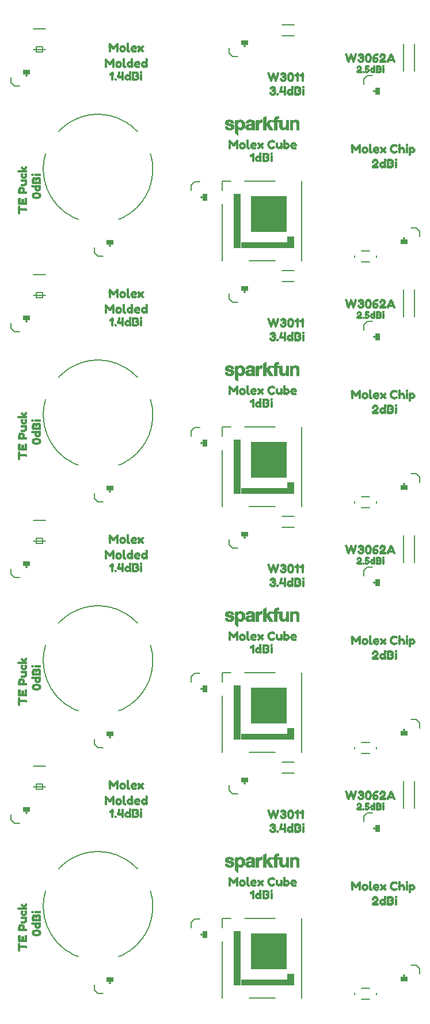
<source format=gto>
G75*
%MOIN*%
%OFA0B0*%
%FSLAX25Y25*%
%IPPOS*%
%LPD*%
%AMOC8*
5,1,8,0,0,1.08239X$1,22.5*
%
%ADD10C,0.01400*%
%ADD11C,0.00600*%
%ADD12R,0.04000X0.02500*%
%ADD13C,0.00800*%
%ADD14R,0.03937X0.31693*%
%ADD15R,0.31063X0.03583*%
%ADD16R,0.03937X0.03307*%
%ADD17R,0.20669X0.20669*%
%ADD18R,0.02500X0.04000*%
%ADD19R,0.00984X0.00197*%
%ADD20R,0.00787X0.00197*%
%ADD21R,0.01181X0.00197*%
%ADD22R,0.00394X0.00197*%
%ADD23R,0.01378X0.00197*%
%ADD24R,0.02165X0.00197*%
%ADD25R,0.03150X0.00197*%
%ADD26R,0.02756X0.00197*%
%ADD27R,0.03543X0.00197*%
%ADD28R,0.03740X0.00197*%
%ADD29R,0.03346X0.00197*%
%ADD30R,0.03937X0.00197*%
%ADD31R,0.04134X0.00197*%
%ADD32R,0.00591X0.00197*%
%ADD33R,0.02953X0.00197*%
%ADD34R,0.02362X0.00197*%
%ADD35R,0.01772X0.00197*%
%ADD36R,0.01969X0.00197*%
%ADD37R,0.02362X0.00236*%
%ADD38R,0.03937X0.00236*%
%ADD39R,0.01378X0.00236*%
%ADD40R,0.01575X0.00236*%
%ADD41R,0.02165X0.00236*%
%ADD42R,0.01181X0.00236*%
%ADD43R,0.01575X0.00197*%
%ADD44R,0.00787X0.00236*%
%ADD45R,0.03740X0.00236*%
%ADD46R,0.04134X0.00236*%
%ADD47R,0.02756X0.00236*%
%ADD48R,0.02953X0.00236*%
%ADD49R,0.03543X0.00236*%
%ADD50R,0.00197X0.00984*%
%ADD51R,0.00197X0.00787*%
%ADD52R,0.00197X0.01378*%
%ADD53R,0.00197X0.02165*%
%ADD54R,0.00197X0.01181*%
%ADD55R,0.00197X0.03150*%
%ADD56R,0.00197X0.02559*%
%ADD57R,0.00197X0.03543*%
%ADD58R,0.00197X0.02953*%
%ADD59R,0.00197X0.03740*%
%ADD60R,0.00197X0.03937*%
%ADD61R,0.00197X0.03346*%
%ADD62R,0.00197X0.00394*%
%ADD63R,0.00197X0.04134*%
%ADD64R,0.00197X0.01575*%
%ADD65R,0.00197X0.01772*%
%ADD66R,0.00197X0.01969*%
%ADD67R,0.00236X0.01378*%
%ADD68R,0.00236X0.01575*%
%ADD69R,0.00236X0.02165*%
%ADD70R,0.00236X0.01181*%
%ADD71R,0.00236X0.03740*%
%ADD72R,0.00236X0.04134*%
%ADD73R,0.00236X0.02559*%
%ADD74R,0.00236X0.02953*%
%ADD75R,0.00236X0.03543*%
%ADD76R,0.00197X0.00591*%
%ADD77R,0.00197X0.00197*%
%ADD78R,0.02559X0.00197*%
%ADD79R,0.01969X0.00236*%
%ADD80R,0.03346X0.00236*%
%ADD81R,0.00787X0.00157*%
%ADD82R,0.00945X0.00157*%
%ADD83R,0.01732X0.00157*%
%ADD84R,0.01102X0.00157*%
%ADD85R,0.02362X0.00157*%
%ADD86R,0.02520X0.00157*%
%ADD87R,0.02047X0.00157*%
%ADD88R,0.02835X0.00157*%
%ADD89R,0.02992X0.00157*%
%ADD90R,0.02677X0.00157*%
%ADD91R,0.03150X0.00157*%
%ADD92R,0.00472X0.00157*%
%ADD93R,0.01260X0.00157*%
%ADD94R,0.01417X0.00157*%
%ADD95R,0.01890X0.00157*%
%ADD96R,0.02205X0.00157*%
%ADD97R,0.01575X0.00157*%
%ADD98R,0.00157X0.00157*%
%ADD99R,0.00630X0.00157*%
%ADD100R,0.03307X0.00157*%
%ADD101C,0.00300*%
%ADD102R,0.05512X0.00197*%
%ADD103R,0.02559X0.00236*%
%ADD104R,0.00984X0.00236*%
%ADD105R,0.00197X0.04331*%
%ADD106R,0.00197X0.04921*%
%ADD107R,0.00197X0.05118*%
%ADD108R,0.00197X0.04724*%
%ADD109R,0.00197X0.02756*%
%ADD110R,0.00236X0.03346*%
%ADD111R,0.00236X0.00394*%
%ADD112R,0.00236X0.02756*%
%ADD113R,0.00197X0.02362*%
%ADD114R,0.00236X0.01772*%
%ADD115R,0.00236X0.00984*%
%ADD116R,0.00236X0.03150*%
%ADD117R,0.04528X0.00197*%
%ADD118R,0.01772X0.00236*%
%ADD119R,0.04528X0.00236*%
%ADD120R,0.04921X0.00197*%
%ADD121R,0.05709X0.00197*%
%ADD122R,0.01378X0.00157*%
%ADD123R,0.03150X0.00236*%
D10*
X0061842Y0140750D03*
X0110342Y0184250D03*
X0163342Y0212250D03*
X0188342Y0157750D03*
X0163342Y0070250D03*
X0110342Y0042250D03*
X0061842Y0282750D03*
X0110342Y0326250D03*
X0163342Y0354250D03*
X0188342Y0299750D03*
X0263342Y0273750D03*
X0280570Y0330750D03*
X0263342Y0415750D03*
X0280570Y0472750D03*
X0263342Y0557750D03*
X0188342Y0583750D03*
X0163342Y0496250D03*
X0188342Y0441750D03*
X0110342Y0468250D03*
X0061842Y0424750D03*
X0061842Y0566750D03*
X0280570Y0188750D03*
X0263342Y0131750D03*
X0280570Y0046750D03*
D11*
X0284570Y0052750D02*
X0287570Y0052750D01*
X0289570Y0050750D01*
X0289570Y0047750D01*
X0264641Y0036644D02*
X0264641Y0035856D01*
X0260704Y0033100D02*
X0255980Y0033100D01*
X0252043Y0035856D02*
X0252043Y0036644D01*
X0255980Y0039400D02*
X0260704Y0039400D01*
X0221342Y0033750D02*
X0221342Y0079750D01*
X0205842Y0079750D02*
X0188342Y0079750D01*
X0180342Y0079750D02*
X0175342Y0079750D01*
X0175342Y0074250D01*
X0175342Y0066250D02*
X0175342Y0033750D01*
X0190842Y0033750D02*
X0205842Y0033750D01*
X0162342Y0079250D02*
X0159342Y0079250D01*
X0157342Y0077250D01*
X0157342Y0074250D01*
X0181342Y0151750D02*
X0179342Y0153750D01*
X0179342Y0156750D01*
X0181342Y0151750D02*
X0184342Y0151750D01*
X0190842Y0175750D02*
X0205842Y0175750D01*
X0209798Y0169900D02*
X0216885Y0169900D01*
X0216885Y0163600D02*
X0209798Y0163600D01*
X0221342Y0175750D02*
X0221342Y0221750D01*
X0205842Y0221750D02*
X0188342Y0221750D01*
X0180342Y0221750D02*
X0175342Y0221750D01*
X0175342Y0216250D01*
X0175342Y0208250D02*
X0175342Y0175750D01*
X0157342Y0216250D02*
X0157342Y0219250D01*
X0159342Y0221250D01*
X0162342Y0221250D01*
X0181342Y0293750D02*
X0179342Y0295750D01*
X0179342Y0298750D01*
X0181342Y0293750D02*
X0184342Y0293750D01*
X0190842Y0317750D02*
X0205842Y0317750D01*
X0209798Y0311900D02*
X0216885Y0311900D01*
X0216885Y0305600D02*
X0209798Y0305600D01*
X0221342Y0317750D02*
X0221342Y0363750D01*
X0205842Y0363750D02*
X0188342Y0363750D01*
X0180342Y0363750D02*
X0175342Y0363750D01*
X0175342Y0358250D01*
X0175342Y0350250D02*
X0175342Y0317750D01*
X0157342Y0358250D02*
X0157342Y0361250D01*
X0159342Y0363250D01*
X0162342Y0363250D01*
X0181342Y0435750D02*
X0179342Y0437750D01*
X0179342Y0440750D01*
X0181342Y0435750D02*
X0184342Y0435750D01*
X0190842Y0459750D02*
X0205842Y0459750D01*
X0209798Y0453900D02*
X0216885Y0453900D01*
X0216885Y0447600D02*
X0209798Y0447600D01*
X0221342Y0459750D02*
X0221342Y0505750D01*
X0205842Y0505750D02*
X0188342Y0505750D01*
X0180342Y0505750D02*
X0175342Y0505750D01*
X0175342Y0500250D01*
X0175342Y0492250D02*
X0175342Y0459750D01*
X0157342Y0500250D02*
X0157342Y0503250D01*
X0159342Y0505250D01*
X0162342Y0505250D01*
X0181342Y0577750D02*
X0179342Y0579750D01*
X0179342Y0582750D01*
X0181342Y0577750D02*
X0184342Y0577750D01*
X0209798Y0589600D02*
X0216885Y0589600D01*
X0216885Y0595900D02*
X0209798Y0595900D01*
X0257342Y0564750D02*
X0259342Y0566750D01*
X0262342Y0566750D01*
X0257342Y0564750D02*
X0257342Y0561750D01*
X0280192Y0569376D02*
X0280192Y0585124D01*
X0286491Y0585124D02*
X0286491Y0569376D01*
X0287570Y0478750D02*
X0284570Y0478750D01*
X0287570Y0478750D02*
X0289570Y0476750D01*
X0289570Y0473750D01*
X0286491Y0443124D02*
X0286491Y0427376D01*
X0280192Y0427376D02*
X0280192Y0443124D01*
X0264641Y0461856D02*
X0264641Y0462644D01*
X0260704Y0465400D02*
X0255980Y0465400D01*
X0252043Y0462644D02*
X0252043Y0461856D01*
X0255980Y0459100D02*
X0260704Y0459100D01*
X0259342Y0424750D02*
X0257342Y0422750D01*
X0257342Y0419750D01*
X0259342Y0424750D02*
X0262342Y0424750D01*
X0284570Y0336750D02*
X0287570Y0336750D01*
X0289570Y0334750D01*
X0289570Y0331750D01*
X0286491Y0301124D02*
X0286491Y0285376D01*
X0280192Y0285376D02*
X0280192Y0301124D01*
X0264641Y0319856D02*
X0264641Y0320644D01*
X0260704Y0323400D02*
X0255980Y0323400D01*
X0252043Y0320644D02*
X0252043Y0319856D01*
X0255980Y0317100D02*
X0260704Y0317100D01*
X0259342Y0282750D02*
X0257342Y0280750D01*
X0257342Y0277750D01*
X0259342Y0282750D02*
X0262342Y0282750D01*
X0284570Y0194750D02*
X0287570Y0194750D01*
X0289570Y0192750D01*
X0289570Y0189750D01*
X0286491Y0159124D02*
X0286491Y0143376D01*
X0280192Y0143376D02*
X0280192Y0159124D01*
X0264641Y0177856D02*
X0264641Y0178644D01*
X0260704Y0181400D02*
X0255980Y0181400D01*
X0252043Y0178644D02*
X0252043Y0177856D01*
X0255980Y0175100D02*
X0260704Y0175100D01*
X0259342Y0140750D02*
X0257342Y0138750D01*
X0257342Y0135750D01*
X0259342Y0140750D02*
X0262342Y0140750D01*
X0106342Y0178250D02*
X0103342Y0178250D01*
X0101342Y0180250D01*
X0101342Y0183250D01*
X0072885Y0167656D02*
X0065798Y0167656D01*
X0067767Y0157419D02*
X0067767Y0155844D01*
X0067767Y0154270D01*
X0071310Y0154270D01*
X0071310Y0155451D01*
X0071310Y0155844D02*
X0071310Y0157419D01*
X0067767Y0157419D01*
X0067767Y0155844D02*
X0065798Y0155844D01*
X0067767Y0155844D02*
X0071310Y0155844D01*
X0072885Y0155844D01*
X0057842Y0134750D02*
X0054842Y0134750D01*
X0052842Y0136750D01*
X0052842Y0139750D01*
X0101342Y0041250D02*
X0101342Y0038250D01*
X0103342Y0036250D01*
X0106342Y0036250D01*
X0057842Y0276750D02*
X0054842Y0276750D01*
X0052842Y0278750D01*
X0052842Y0281750D01*
X0065798Y0297844D02*
X0067767Y0297844D01*
X0067767Y0299419D01*
X0071310Y0299419D01*
X0071310Y0297844D01*
X0067767Y0297844D01*
X0067767Y0296270D01*
X0071310Y0296270D01*
X0071310Y0297451D01*
X0071310Y0297844D02*
X0072885Y0297844D01*
X0072885Y0309656D02*
X0065798Y0309656D01*
X0101342Y0322250D02*
X0101342Y0325250D01*
X0101342Y0322250D02*
X0103342Y0320250D01*
X0106342Y0320250D01*
X0057842Y0418750D02*
X0054842Y0418750D01*
X0052842Y0420750D01*
X0052842Y0423750D01*
X0065798Y0439844D02*
X0067767Y0439844D01*
X0067767Y0441419D01*
X0071310Y0441419D01*
X0071310Y0439844D01*
X0067767Y0439844D01*
X0067767Y0438270D01*
X0071310Y0438270D01*
X0071310Y0439451D01*
X0071310Y0439844D02*
X0072885Y0439844D01*
X0072885Y0451656D02*
X0065798Y0451656D01*
X0101342Y0464250D02*
X0101342Y0467250D01*
X0101342Y0464250D02*
X0103342Y0462250D01*
X0106342Y0462250D01*
X0057842Y0560750D02*
X0054842Y0560750D01*
X0052842Y0562750D01*
X0052842Y0565750D01*
X0065798Y0581844D02*
X0067767Y0581844D01*
X0067767Y0583419D01*
X0071310Y0583419D01*
X0071310Y0581844D01*
X0067767Y0581844D01*
X0067767Y0580270D01*
X0071310Y0580270D01*
X0071310Y0581451D01*
X0071310Y0581844D02*
X0072885Y0581844D01*
X0072885Y0593656D02*
X0065798Y0593656D01*
D12*
X0061842Y0568750D03*
X0110342Y0470250D03*
X0061842Y0426750D03*
X0110342Y0328250D03*
X0061842Y0284750D03*
X0110342Y0186250D03*
X0061842Y0142750D03*
X0110342Y0044250D03*
X0188342Y0159750D03*
X0188342Y0301750D03*
X0188342Y0443750D03*
X0188342Y0585750D03*
X0280570Y0470750D03*
X0280570Y0328750D03*
X0280570Y0186750D03*
X0280570Y0044750D03*
D13*
X0133656Y0095805D02*
X0133870Y0095082D01*
X0134066Y0094355D01*
X0134244Y0093623D01*
X0134404Y0092887D01*
X0134547Y0092148D01*
X0134671Y0091405D01*
X0134778Y0090659D01*
X0134866Y0089911D01*
X0134937Y0089162D01*
X0134989Y0088410D01*
X0135023Y0087658D01*
X0135039Y0086905D01*
X0135036Y0086152D01*
X0135016Y0085399D01*
X0134977Y0084647D01*
X0134920Y0083896D01*
X0134844Y0083146D01*
X0134751Y0082399D01*
X0134639Y0081654D01*
X0134510Y0080912D01*
X0134363Y0080173D01*
X0134197Y0079438D01*
X0134014Y0078708D01*
X0133814Y0077982D01*
X0133596Y0077261D01*
X0133360Y0076546D01*
X0133107Y0075836D01*
X0132837Y0075133D01*
X0132551Y0074436D01*
X0132247Y0073747D01*
X0131927Y0073065D01*
X0131590Y0072392D01*
X0131237Y0071726D01*
X0130869Y0071070D01*
X0130484Y0070422D01*
X0130084Y0069784D01*
X0129668Y0069156D01*
X0129238Y0068538D01*
X0128792Y0067930D01*
X0128332Y0067334D01*
X0127858Y0066749D01*
X0127370Y0066176D01*
X0126868Y0065614D01*
X0126352Y0065065D01*
X0125823Y0064529D01*
X0125282Y0064005D01*
X0124728Y0063495D01*
X0124162Y0062998D01*
X0123584Y0062515D01*
X0122994Y0062047D01*
X0122393Y0061592D01*
X0121782Y0061153D01*
X0121160Y0060728D01*
X0120528Y0060319D01*
X0119886Y0059924D01*
X0119235Y0059546D01*
X0118574Y0059184D01*
X0117906Y0058837D01*
X0117229Y0058507D01*
X0116544Y0058193D01*
X0115852Y0057896D01*
X0115153Y0057616D01*
X0091925Y0057616D02*
X0091220Y0057891D01*
X0090522Y0058183D01*
X0089831Y0058492D01*
X0089148Y0058817D01*
X0088473Y0059159D01*
X0087807Y0059516D01*
X0087150Y0059891D01*
X0086501Y0060280D01*
X0085863Y0060686D01*
X0085234Y0061107D01*
X0084616Y0061543D01*
X0084008Y0061993D01*
X0083412Y0062459D01*
X0082827Y0062939D01*
X0082254Y0063432D01*
X0081693Y0063940D01*
X0081145Y0064461D01*
X0080609Y0064995D01*
X0080086Y0065542D01*
X0079577Y0066101D01*
X0079082Y0066673D01*
X0078600Y0067257D01*
X0078133Y0067852D01*
X0077680Y0068458D01*
X0077243Y0069075D01*
X0076820Y0069702D01*
X0076413Y0070339D01*
X0076021Y0070987D01*
X0075645Y0071643D01*
X0075285Y0072308D01*
X0074941Y0072982D01*
X0074614Y0073664D01*
X0074303Y0074354D01*
X0074010Y0075051D01*
X0073733Y0075755D01*
X0073473Y0076466D01*
X0073231Y0077182D01*
X0073006Y0077904D01*
X0072798Y0078632D01*
X0072609Y0079364D01*
X0072437Y0080101D01*
X0072283Y0080842D01*
X0072147Y0081586D01*
X0072029Y0082333D01*
X0071930Y0083083D01*
X0071848Y0083835D01*
X0071785Y0084589D01*
X0071740Y0085344D01*
X0071713Y0086100D01*
X0071705Y0086856D01*
X0071715Y0087613D01*
X0071744Y0088369D01*
X0071790Y0089124D01*
X0071855Y0089877D01*
X0071939Y0090629D01*
X0072040Y0091379D01*
X0072160Y0092126D01*
X0072297Y0092870D01*
X0072453Y0093610D01*
X0072627Y0094346D01*
X0072818Y0095078D01*
X0073027Y0095805D01*
X0080508Y0108403D02*
X0081036Y0108955D01*
X0081579Y0109493D01*
X0082134Y0110018D01*
X0082702Y0110530D01*
X0083282Y0111027D01*
X0083874Y0111510D01*
X0084478Y0111978D01*
X0085093Y0112432D01*
X0085719Y0112870D01*
X0086355Y0113293D01*
X0087002Y0113700D01*
X0087658Y0114091D01*
X0088324Y0114467D01*
X0088998Y0114825D01*
X0089682Y0115168D01*
X0090373Y0115493D01*
X0091072Y0115801D01*
X0091779Y0116093D01*
X0092492Y0116366D01*
X0093212Y0116623D01*
X0093938Y0116861D01*
X0094669Y0117082D01*
X0095406Y0117285D01*
X0096148Y0117470D01*
X0096893Y0117637D01*
X0097643Y0117785D01*
X0098396Y0117915D01*
X0099152Y0118027D01*
X0099910Y0118120D01*
X0100671Y0118195D01*
X0101433Y0118251D01*
X0102196Y0118288D01*
X0102960Y0118307D01*
X0103724Y0118307D01*
X0104488Y0118288D01*
X0105251Y0118251D01*
X0106013Y0118195D01*
X0106774Y0118120D01*
X0107532Y0118027D01*
X0108288Y0117915D01*
X0109041Y0117785D01*
X0109791Y0117637D01*
X0110536Y0117470D01*
X0111278Y0117285D01*
X0112015Y0117082D01*
X0112746Y0116861D01*
X0113472Y0116623D01*
X0114192Y0116366D01*
X0114905Y0116093D01*
X0115612Y0115801D01*
X0116311Y0115493D01*
X0117002Y0115168D01*
X0117686Y0114825D01*
X0118360Y0114467D01*
X0119026Y0114091D01*
X0119682Y0113700D01*
X0120329Y0113293D01*
X0120965Y0112870D01*
X0121591Y0112432D01*
X0122206Y0111978D01*
X0122810Y0111510D01*
X0123402Y0111027D01*
X0123982Y0110530D01*
X0124550Y0110018D01*
X0125105Y0109493D01*
X0125648Y0108955D01*
X0126176Y0108403D01*
X0115153Y0199616D02*
X0115852Y0199896D01*
X0116544Y0200193D01*
X0117229Y0200507D01*
X0117906Y0200837D01*
X0118574Y0201184D01*
X0119235Y0201546D01*
X0119886Y0201924D01*
X0120528Y0202319D01*
X0121160Y0202728D01*
X0121782Y0203153D01*
X0122393Y0203592D01*
X0122994Y0204047D01*
X0123584Y0204515D01*
X0124162Y0204998D01*
X0124728Y0205495D01*
X0125282Y0206005D01*
X0125823Y0206529D01*
X0126352Y0207065D01*
X0126868Y0207614D01*
X0127370Y0208176D01*
X0127858Y0208749D01*
X0128332Y0209334D01*
X0128792Y0209930D01*
X0129238Y0210538D01*
X0129668Y0211156D01*
X0130084Y0211784D01*
X0130484Y0212422D01*
X0130869Y0213070D01*
X0131237Y0213726D01*
X0131590Y0214392D01*
X0131927Y0215065D01*
X0132247Y0215747D01*
X0132551Y0216436D01*
X0132837Y0217133D01*
X0133107Y0217836D01*
X0133360Y0218546D01*
X0133596Y0219261D01*
X0133814Y0219982D01*
X0134014Y0220708D01*
X0134197Y0221438D01*
X0134363Y0222173D01*
X0134510Y0222912D01*
X0134639Y0223654D01*
X0134751Y0224399D01*
X0134844Y0225146D01*
X0134920Y0225896D01*
X0134977Y0226647D01*
X0135016Y0227399D01*
X0135036Y0228152D01*
X0135039Y0228905D01*
X0135023Y0229658D01*
X0134989Y0230410D01*
X0134937Y0231162D01*
X0134866Y0231911D01*
X0134778Y0232659D01*
X0134671Y0233405D01*
X0134547Y0234148D01*
X0134404Y0234887D01*
X0134244Y0235623D01*
X0134066Y0236355D01*
X0133870Y0237082D01*
X0133656Y0237805D01*
X0126176Y0250403D02*
X0125648Y0250955D01*
X0125105Y0251493D01*
X0124550Y0252018D01*
X0123982Y0252530D01*
X0123402Y0253027D01*
X0122810Y0253510D01*
X0122206Y0253978D01*
X0121591Y0254432D01*
X0120965Y0254870D01*
X0120329Y0255293D01*
X0119682Y0255700D01*
X0119026Y0256091D01*
X0118360Y0256467D01*
X0117686Y0256825D01*
X0117002Y0257168D01*
X0116311Y0257493D01*
X0115612Y0257801D01*
X0114905Y0258093D01*
X0114192Y0258366D01*
X0113472Y0258623D01*
X0112746Y0258861D01*
X0112015Y0259082D01*
X0111278Y0259285D01*
X0110536Y0259470D01*
X0109791Y0259637D01*
X0109041Y0259785D01*
X0108288Y0259915D01*
X0107532Y0260027D01*
X0106774Y0260120D01*
X0106013Y0260195D01*
X0105251Y0260251D01*
X0104488Y0260288D01*
X0103724Y0260307D01*
X0102960Y0260307D01*
X0102196Y0260288D01*
X0101433Y0260251D01*
X0100671Y0260195D01*
X0099910Y0260120D01*
X0099152Y0260027D01*
X0098396Y0259915D01*
X0097643Y0259785D01*
X0096893Y0259637D01*
X0096148Y0259470D01*
X0095406Y0259285D01*
X0094669Y0259082D01*
X0093938Y0258861D01*
X0093212Y0258623D01*
X0092492Y0258366D01*
X0091779Y0258093D01*
X0091072Y0257801D01*
X0090373Y0257493D01*
X0089682Y0257168D01*
X0088998Y0256825D01*
X0088324Y0256467D01*
X0087658Y0256091D01*
X0087002Y0255700D01*
X0086355Y0255293D01*
X0085719Y0254870D01*
X0085093Y0254432D01*
X0084478Y0253978D01*
X0083874Y0253510D01*
X0083282Y0253027D01*
X0082702Y0252530D01*
X0082134Y0252018D01*
X0081579Y0251493D01*
X0081036Y0250955D01*
X0080508Y0250403D01*
X0073027Y0237805D02*
X0072818Y0237078D01*
X0072627Y0236346D01*
X0072453Y0235610D01*
X0072297Y0234870D01*
X0072160Y0234126D01*
X0072040Y0233379D01*
X0071939Y0232629D01*
X0071855Y0231877D01*
X0071790Y0231124D01*
X0071744Y0230369D01*
X0071715Y0229613D01*
X0071705Y0228856D01*
X0071713Y0228100D01*
X0071740Y0227344D01*
X0071785Y0226589D01*
X0071848Y0225835D01*
X0071930Y0225083D01*
X0072029Y0224333D01*
X0072147Y0223586D01*
X0072283Y0222842D01*
X0072437Y0222101D01*
X0072609Y0221364D01*
X0072798Y0220632D01*
X0073006Y0219904D01*
X0073231Y0219182D01*
X0073473Y0218466D01*
X0073733Y0217755D01*
X0074010Y0217051D01*
X0074303Y0216354D01*
X0074614Y0215664D01*
X0074941Y0214982D01*
X0075285Y0214308D01*
X0075645Y0213643D01*
X0076021Y0212987D01*
X0076413Y0212339D01*
X0076820Y0211702D01*
X0077243Y0211075D01*
X0077680Y0210458D01*
X0078133Y0209852D01*
X0078600Y0209257D01*
X0079082Y0208673D01*
X0079577Y0208101D01*
X0080086Y0207542D01*
X0080609Y0206995D01*
X0081145Y0206461D01*
X0081693Y0205940D01*
X0082254Y0205432D01*
X0082827Y0204939D01*
X0083412Y0204459D01*
X0084008Y0203993D01*
X0084616Y0203543D01*
X0085234Y0203107D01*
X0085863Y0202686D01*
X0086501Y0202280D01*
X0087150Y0201891D01*
X0087807Y0201516D01*
X0088473Y0201159D01*
X0089148Y0200817D01*
X0089831Y0200492D01*
X0090522Y0200183D01*
X0091220Y0199891D01*
X0091925Y0199616D01*
X0115153Y0341616D02*
X0115852Y0341896D01*
X0116544Y0342193D01*
X0117229Y0342507D01*
X0117906Y0342837D01*
X0118574Y0343184D01*
X0119235Y0343546D01*
X0119886Y0343924D01*
X0120528Y0344319D01*
X0121160Y0344728D01*
X0121782Y0345153D01*
X0122393Y0345592D01*
X0122994Y0346047D01*
X0123584Y0346515D01*
X0124162Y0346998D01*
X0124728Y0347495D01*
X0125282Y0348005D01*
X0125823Y0348529D01*
X0126352Y0349065D01*
X0126868Y0349614D01*
X0127370Y0350176D01*
X0127858Y0350749D01*
X0128332Y0351334D01*
X0128792Y0351930D01*
X0129238Y0352538D01*
X0129668Y0353156D01*
X0130084Y0353784D01*
X0130484Y0354422D01*
X0130869Y0355070D01*
X0131237Y0355726D01*
X0131590Y0356392D01*
X0131927Y0357065D01*
X0132247Y0357747D01*
X0132551Y0358436D01*
X0132837Y0359133D01*
X0133107Y0359836D01*
X0133360Y0360546D01*
X0133596Y0361261D01*
X0133814Y0361982D01*
X0134014Y0362708D01*
X0134197Y0363438D01*
X0134363Y0364173D01*
X0134510Y0364912D01*
X0134639Y0365654D01*
X0134751Y0366399D01*
X0134844Y0367146D01*
X0134920Y0367896D01*
X0134977Y0368647D01*
X0135016Y0369399D01*
X0135036Y0370152D01*
X0135039Y0370905D01*
X0135023Y0371658D01*
X0134989Y0372410D01*
X0134937Y0373162D01*
X0134866Y0373911D01*
X0134778Y0374659D01*
X0134671Y0375405D01*
X0134547Y0376148D01*
X0134404Y0376887D01*
X0134244Y0377623D01*
X0134066Y0378355D01*
X0133870Y0379082D01*
X0133656Y0379805D01*
X0126176Y0392403D02*
X0125648Y0392955D01*
X0125105Y0393493D01*
X0124550Y0394018D01*
X0123982Y0394530D01*
X0123402Y0395027D01*
X0122810Y0395510D01*
X0122206Y0395978D01*
X0121591Y0396432D01*
X0120965Y0396870D01*
X0120329Y0397293D01*
X0119682Y0397700D01*
X0119026Y0398091D01*
X0118360Y0398467D01*
X0117686Y0398825D01*
X0117002Y0399168D01*
X0116311Y0399493D01*
X0115612Y0399801D01*
X0114905Y0400093D01*
X0114192Y0400366D01*
X0113472Y0400623D01*
X0112746Y0400861D01*
X0112015Y0401082D01*
X0111278Y0401285D01*
X0110536Y0401470D01*
X0109791Y0401637D01*
X0109041Y0401785D01*
X0108288Y0401915D01*
X0107532Y0402027D01*
X0106774Y0402120D01*
X0106013Y0402195D01*
X0105251Y0402251D01*
X0104488Y0402288D01*
X0103724Y0402307D01*
X0102960Y0402307D01*
X0102196Y0402288D01*
X0101433Y0402251D01*
X0100671Y0402195D01*
X0099910Y0402120D01*
X0099152Y0402027D01*
X0098396Y0401915D01*
X0097643Y0401785D01*
X0096893Y0401637D01*
X0096148Y0401470D01*
X0095406Y0401285D01*
X0094669Y0401082D01*
X0093938Y0400861D01*
X0093212Y0400623D01*
X0092492Y0400366D01*
X0091779Y0400093D01*
X0091072Y0399801D01*
X0090373Y0399493D01*
X0089682Y0399168D01*
X0088998Y0398825D01*
X0088324Y0398467D01*
X0087658Y0398091D01*
X0087002Y0397700D01*
X0086355Y0397293D01*
X0085719Y0396870D01*
X0085093Y0396432D01*
X0084478Y0395978D01*
X0083874Y0395510D01*
X0083282Y0395027D01*
X0082702Y0394530D01*
X0082134Y0394018D01*
X0081579Y0393493D01*
X0081036Y0392955D01*
X0080508Y0392403D01*
X0073027Y0379805D02*
X0072818Y0379078D01*
X0072627Y0378346D01*
X0072453Y0377610D01*
X0072297Y0376870D01*
X0072160Y0376126D01*
X0072040Y0375379D01*
X0071939Y0374629D01*
X0071855Y0373877D01*
X0071790Y0373124D01*
X0071744Y0372369D01*
X0071715Y0371613D01*
X0071705Y0370856D01*
X0071713Y0370100D01*
X0071740Y0369344D01*
X0071785Y0368589D01*
X0071848Y0367835D01*
X0071930Y0367083D01*
X0072029Y0366333D01*
X0072147Y0365586D01*
X0072283Y0364842D01*
X0072437Y0364101D01*
X0072609Y0363364D01*
X0072798Y0362632D01*
X0073006Y0361904D01*
X0073231Y0361182D01*
X0073473Y0360466D01*
X0073733Y0359755D01*
X0074010Y0359051D01*
X0074303Y0358354D01*
X0074614Y0357664D01*
X0074941Y0356982D01*
X0075285Y0356308D01*
X0075645Y0355643D01*
X0076021Y0354987D01*
X0076413Y0354339D01*
X0076820Y0353702D01*
X0077243Y0353075D01*
X0077680Y0352458D01*
X0078133Y0351852D01*
X0078600Y0351257D01*
X0079082Y0350673D01*
X0079577Y0350101D01*
X0080086Y0349542D01*
X0080609Y0348995D01*
X0081145Y0348461D01*
X0081693Y0347940D01*
X0082254Y0347432D01*
X0082827Y0346939D01*
X0083412Y0346459D01*
X0084008Y0345993D01*
X0084616Y0345543D01*
X0085234Y0345107D01*
X0085863Y0344686D01*
X0086501Y0344280D01*
X0087150Y0343891D01*
X0087807Y0343516D01*
X0088473Y0343159D01*
X0089148Y0342817D01*
X0089831Y0342492D01*
X0090522Y0342183D01*
X0091220Y0341891D01*
X0091925Y0341616D01*
X0115153Y0483616D02*
X0115852Y0483896D01*
X0116544Y0484193D01*
X0117229Y0484507D01*
X0117906Y0484837D01*
X0118574Y0485184D01*
X0119235Y0485546D01*
X0119886Y0485924D01*
X0120528Y0486319D01*
X0121160Y0486728D01*
X0121782Y0487153D01*
X0122393Y0487592D01*
X0122994Y0488047D01*
X0123584Y0488515D01*
X0124162Y0488998D01*
X0124728Y0489495D01*
X0125282Y0490005D01*
X0125823Y0490529D01*
X0126352Y0491065D01*
X0126868Y0491614D01*
X0127370Y0492176D01*
X0127858Y0492749D01*
X0128332Y0493334D01*
X0128792Y0493930D01*
X0129238Y0494538D01*
X0129668Y0495156D01*
X0130084Y0495784D01*
X0130484Y0496422D01*
X0130869Y0497070D01*
X0131237Y0497726D01*
X0131590Y0498392D01*
X0131927Y0499065D01*
X0132247Y0499747D01*
X0132551Y0500436D01*
X0132837Y0501133D01*
X0133107Y0501836D01*
X0133360Y0502546D01*
X0133596Y0503261D01*
X0133814Y0503982D01*
X0134014Y0504708D01*
X0134197Y0505438D01*
X0134363Y0506173D01*
X0134510Y0506912D01*
X0134639Y0507654D01*
X0134751Y0508399D01*
X0134844Y0509146D01*
X0134920Y0509896D01*
X0134977Y0510647D01*
X0135016Y0511399D01*
X0135036Y0512152D01*
X0135039Y0512905D01*
X0135023Y0513658D01*
X0134989Y0514410D01*
X0134937Y0515162D01*
X0134866Y0515911D01*
X0134778Y0516659D01*
X0134671Y0517405D01*
X0134547Y0518148D01*
X0134404Y0518887D01*
X0134244Y0519623D01*
X0134066Y0520355D01*
X0133870Y0521082D01*
X0133656Y0521805D01*
X0126176Y0534403D02*
X0125648Y0534955D01*
X0125105Y0535493D01*
X0124550Y0536018D01*
X0123982Y0536530D01*
X0123402Y0537027D01*
X0122810Y0537510D01*
X0122206Y0537978D01*
X0121591Y0538432D01*
X0120965Y0538870D01*
X0120329Y0539293D01*
X0119682Y0539700D01*
X0119026Y0540091D01*
X0118360Y0540467D01*
X0117686Y0540825D01*
X0117002Y0541168D01*
X0116311Y0541493D01*
X0115612Y0541801D01*
X0114905Y0542093D01*
X0114192Y0542366D01*
X0113472Y0542623D01*
X0112746Y0542861D01*
X0112015Y0543082D01*
X0111278Y0543285D01*
X0110536Y0543470D01*
X0109791Y0543637D01*
X0109041Y0543785D01*
X0108288Y0543915D01*
X0107532Y0544027D01*
X0106774Y0544120D01*
X0106013Y0544195D01*
X0105251Y0544251D01*
X0104488Y0544288D01*
X0103724Y0544307D01*
X0102960Y0544307D01*
X0102196Y0544288D01*
X0101433Y0544251D01*
X0100671Y0544195D01*
X0099910Y0544120D01*
X0099152Y0544027D01*
X0098396Y0543915D01*
X0097643Y0543785D01*
X0096893Y0543637D01*
X0096148Y0543470D01*
X0095406Y0543285D01*
X0094669Y0543082D01*
X0093938Y0542861D01*
X0093212Y0542623D01*
X0092492Y0542366D01*
X0091779Y0542093D01*
X0091072Y0541801D01*
X0090373Y0541493D01*
X0089682Y0541168D01*
X0088998Y0540825D01*
X0088324Y0540467D01*
X0087658Y0540091D01*
X0087002Y0539700D01*
X0086355Y0539293D01*
X0085719Y0538870D01*
X0085093Y0538432D01*
X0084478Y0537978D01*
X0083874Y0537510D01*
X0083282Y0537027D01*
X0082702Y0536530D01*
X0082134Y0536018D01*
X0081579Y0535493D01*
X0081036Y0534955D01*
X0080508Y0534403D01*
X0073027Y0521805D02*
X0072818Y0521078D01*
X0072627Y0520346D01*
X0072453Y0519610D01*
X0072297Y0518870D01*
X0072160Y0518126D01*
X0072040Y0517379D01*
X0071939Y0516629D01*
X0071855Y0515877D01*
X0071790Y0515124D01*
X0071744Y0514369D01*
X0071715Y0513613D01*
X0071705Y0512856D01*
X0071713Y0512100D01*
X0071740Y0511344D01*
X0071785Y0510589D01*
X0071848Y0509835D01*
X0071930Y0509083D01*
X0072029Y0508333D01*
X0072147Y0507586D01*
X0072283Y0506842D01*
X0072437Y0506101D01*
X0072609Y0505364D01*
X0072798Y0504632D01*
X0073006Y0503904D01*
X0073231Y0503182D01*
X0073473Y0502466D01*
X0073733Y0501755D01*
X0074010Y0501051D01*
X0074303Y0500354D01*
X0074614Y0499664D01*
X0074941Y0498982D01*
X0075285Y0498308D01*
X0075645Y0497643D01*
X0076021Y0496987D01*
X0076413Y0496339D01*
X0076820Y0495702D01*
X0077243Y0495075D01*
X0077680Y0494458D01*
X0078133Y0493852D01*
X0078600Y0493257D01*
X0079082Y0492673D01*
X0079577Y0492101D01*
X0080086Y0491542D01*
X0080609Y0490995D01*
X0081145Y0490461D01*
X0081693Y0489940D01*
X0082254Y0489432D01*
X0082827Y0488939D01*
X0083412Y0488459D01*
X0084008Y0487993D01*
X0084616Y0487543D01*
X0085234Y0487107D01*
X0085863Y0486686D01*
X0086501Y0486280D01*
X0087150Y0485891D01*
X0087807Y0485516D01*
X0088473Y0485159D01*
X0089148Y0484817D01*
X0089831Y0484492D01*
X0090522Y0484183D01*
X0091220Y0483891D01*
X0091925Y0483616D01*
D14*
X0184011Y0482652D03*
X0184011Y0340652D03*
X0184011Y0198652D03*
X0184011Y0056652D03*
D15*
X0201511Y0042596D03*
X0201511Y0184596D03*
X0201511Y0326596D03*
X0201511Y0468596D03*
D16*
X0215074Y0472041D03*
X0215074Y0330041D03*
X0215074Y0188041D03*
X0215074Y0046041D03*
D17*
X0202220Y0060628D03*
X0202220Y0202628D03*
X0202220Y0344628D03*
X0202220Y0486628D03*
D18*
X0165342Y0496250D03*
X0165342Y0354250D03*
X0165342Y0212250D03*
X0165342Y0070250D03*
X0265342Y0131750D03*
X0265342Y0273750D03*
X0265342Y0415750D03*
X0265342Y0557750D03*
D19*
X0273043Y0579132D03*
X0249814Y0579132D03*
X0247058Y0579132D03*
X0222153Y0558754D03*
X0222153Y0555171D03*
X0221940Y0563171D03*
X0218987Y0563171D03*
X0215854Y0560526D03*
X0215854Y0555171D03*
X0211523Y0555171D03*
X0207389Y0555171D03*
X0209554Y0560132D03*
X0209342Y0564943D03*
X0209539Y0566754D03*
X0221940Y0568132D03*
X0211251Y0529526D03*
X0209480Y0527754D03*
X0206921Y0527754D03*
X0205149Y0527951D03*
X0204165Y0529329D03*
X0198653Y0527557D03*
X0197373Y0522026D03*
X0195995Y0520254D03*
X0193239Y0521632D03*
X0193239Y0516671D03*
X0195995Y0516671D03*
X0197373Y0516671D03*
X0203869Y0516671D03*
X0203869Y0520254D03*
X0203869Y0522026D03*
X0207905Y0524171D03*
X0209480Y0524171D03*
X0211251Y0524171D03*
X0189991Y0529526D03*
X0179558Y0524171D03*
X0131468Y0571171D03*
X0128275Y0567254D03*
X0128275Y0563671D03*
X0123003Y0571171D03*
X0121625Y0571171D03*
X0121779Y0569026D03*
X0120401Y0567254D03*
X0120401Y0563671D03*
X0121779Y0563671D03*
X0117645Y0563671D03*
X0113511Y0563671D03*
X0111739Y0563671D03*
X0111739Y0568632D03*
X0107846Y0571171D03*
X0110255Y0580171D03*
X0112421Y0581589D03*
X0114586Y0580171D03*
X0110255Y0585132D03*
X0120688Y0585526D03*
X0121625Y0574754D03*
X0131468Y0576526D03*
X0120688Y0443526D03*
X0114586Y0438171D03*
X0112421Y0439589D03*
X0110255Y0438171D03*
X0110255Y0443132D03*
X0107846Y0429171D03*
X0111739Y0426632D03*
X0111739Y0421671D03*
X0113511Y0421671D03*
X0117645Y0421671D03*
X0120401Y0421671D03*
X0121779Y0421671D03*
X0120401Y0425254D03*
X0121779Y0427026D03*
X0121625Y0429171D03*
X0123003Y0429171D03*
X0121625Y0432754D03*
X0128275Y0425254D03*
X0128275Y0421671D03*
X0131468Y0429171D03*
X0131468Y0434526D03*
X0179558Y0382171D03*
X0189991Y0387526D03*
X0193239Y0379632D03*
X0195995Y0378254D03*
X0197373Y0380026D03*
X0197373Y0374671D03*
X0195995Y0374671D03*
X0193239Y0374671D03*
X0198653Y0385557D03*
X0204165Y0387329D03*
X0205149Y0385951D03*
X0206921Y0385754D03*
X0209480Y0385754D03*
X0211251Y0387526D03*
X0211251Y0382171D03*
X0209480Y0382171D03*
X0207905Y0382171D03*
X0203869Y0380026D03*
X0203869Y0378254D03*
X0203869Y0374671D03*
X0207389Y0413171D03*
X0211523Y0413171D03*
X0215854Y0413171D03*
X0215854Y0418526D03*
X0218987Y0421171D03*
X0221940Y0421171D03*
X0222153Y0416754D03*
X0222153Y0413171D03*
X0221940Y0426132D03*
X0209539Y0424754D03*
X0209342Y0422943D03*
X0209554Y0418132D03*
X0247058Y0437132D03*
X0249814Y0437132D03*
X0273043Y0437132D03*
X0277921Y0385026D03*
X0279495Y0383254D03*
X0282251Y0383254D03*
X0282251Y0385026D03*
X0284023Y0383254D03*
X0285401Y0383254D03*
X0282251Y0379671D03*
X0280480Y0379671D03*
X0277921Y0379671D03*
X0276149Y0383451D03*
X0275165Y0384829D03*
X0269653Y0383057D03*
X0269448Y0376526D03*
X0269448Y0371171D03*
X0262558Y0373967D03*
X0260991Y0385026D03*
X0254889Y0379671D03*
X0252724Y0381089D03*
X0250558Y0379671D03*
X0275747Y0374754D03*
X0275747Y0371171D03*
X0273043Y0295132D03*
X0249814Y0295132D03*
X0247058Y0295132D03*
X0222153Y0274754D03*
X0222153Y0271171D03*
X0221940Y0279171D03*
X0218987Y0279171D03*
X0215854Y0276526D03*
X0215854Y0271171D03*
X0211523Y0271171D03*
X0207389Y0271171D03*
X0209554Y0276132D03*
X0209342Y0280943D03*
X0209539Y0282754D03*
X0221940Y0284132D03*
X0211251Y0245526D03*
X0209480Y0243754D03*
X0206921Y0243754D03*
X0205149Y0243951D03*
X0204165Y0245329D03*
X0198653Y0243557D03*
X0197373Y0238026D03*
X0195995Y0236254D03*
X0193239Y0237632D03*
X0193239Y0232671D03*
X0195995Y0232671D03*
X0197373Y0232671D03*
X0203869Y0232671D03*
X0203869Y0236254D03*
X0203869Y0238026D03*
X0207905Y0240171D03*
X0209480Y0240171D03*
X0211251Y0240171D03*
X0189991Y0245526D03*
X0179558Y0240171D03*
X0131468Y0287171D03*
X0128275Y0283254D03*
X0128275Y0279671D03*
X0123003Y0287171D03*
X0121625Y0287171D03*
X0121779Y0285026D03*
X0120401Y0283254D03*
X0120401Y0279671D03*
X0121779Y0279671D03*
X0117645Y0279671D03*
X0113511Y0279671D03*
X0111739Y0279671D03*
X0111739Y0284632D03*
X0107846Y0287171D03*
X0110255Y0296171D03*
X0112421Y0297589D03*
X0114586Y0296171D03*
X0110255Y0301132D03*
X0120688Y0301526D03*
X0121625Y0290754D03*
X0131468Y0292526D03*
X0120688Y0159526D03*
X0114586Y0154171D03*
X0112421Y0155589D03*
X0110255Y0154171D03*
X0110255Y0159132D03*
X0107846Y0145171D03*
X0111739Y0142632D03*
X0111739Y0137671D03*
X0113511Y0137671D03*
X0117645Y0137671D03*
X0120401Y0137671D03*
X0121779Y0137671D03*
X0120401Y0141254D03*
X0121779Y0143026D03*
X0121625Y0145171D03*
X0123003Y0145171D03*
X0121625Y0148754D03*
X0128275Y0141254D03*
X0128275Y0137671D03*
X0131468Y0145171D03*
X0131468Y0150526D03*
X0179558Y0098171D03*
X0189991Y0103526D03*
X0193239Y0095632D03*
X0195995Y0094254D03*
X0197373Y0096026D03*
X0197373Y0090671D03*
X0195995Y0090671D03*
X0193239Y0090671D03*
X0198653Y0101557D03*
X0204165Y0103329D03*
X0205149Y0101951D03*
X0206921Y0101754D03*
X0209480Y0101754D03*
X0211251Y0103526D03*
X0211251Y0098171D03*
X0209480Y0098171D03*
X0207905Y0098171D03*
X0203869Y0096026D03*
X0203869Y0094254D03*
X0203869Y0090671D03*
X0207389Y0129171D03*
X0211523Y0129171D03*
X0215854Y0129171D03*
X0215854Y0134526D03*
X0218987Y0137171D03*
X0221940Y0137171D03*
X0222153Y0132754D03*
X0222153Y0129171D03*
X0221940Y0142132D03*
X0209539Y0140754D03*
X0209342Y0138943D03*
X0209554Y0134132D03*
X0247058Y0153132D03*
X0249814Y0153132D03*
X0273043Y0153132D03*
X0277921Y0101026D03*
X0279495Y0099254D03*
X0282251Y0099254D03*
X0282251Y0101026D03*
X0284023Y0099254D03*
X0285401Y0099254D03*
X0282251Y0095671D03*
X0280480Y0095671D03*
X0277921Y0095671D03*
X0276149Y0099451D03*
X0275165Y0100829D03*
X0269653Y0099057D03*
X0269448Y0092526D03*
X0269448Y0087171D03*
X0262558Y0089967D03*
X0260991Y0101026D03*
X0254889Y0095671D03*
X0252724Y0097089D03*
X0250558Y0095671D03*
X0275747Y0090754D03*
X0275747Y0087171D03*
X0275747Y0229171D03*
X0275747Y0232754D03*
X0277921Y0237671D03*
X0280480Y0237671D03*
X0282251Y0237671D03*
X0282251Y0241254D03*
X0282251Y0243026D03*
X0284023Y0241254D03*
X0285401Y0241254D03*
X0279495Y0241254D03*
X0277921Y0243026D03*
X0276149Y0241451D03*
X0275165Y0242829D03*
X0269653Y0241057D03*
X0269448Y0234526D03*
X0269448Y0229171D03*
X0262558Y0231967D03*
X0260991Y0243026D03*
X0254889Y0237671D03*
X0252724Y0239089D03*
X0250558Y0237671D03*
X0269448Y0513171D03*
X0269448Y0518526D03*
X0269653Y0525057D03*
X0275165Y0526829D03*
X0276149Y0525451D03*
X0277921Y0527026D03*
X0279495Y0525254D03*
X0282251Y0525254D03*
X0282251Y0527026D03*
X0284023Y0525254D03*
X0285401Y0525254D03*
X0282251Y0521671D03*
X0280480Y0521671D03*
X0277921Y0521671D03*
X0275747Y0516754D03*
X0275747Y0513171D03*
X0262558Y0515967D03*
X0260991Y0527026D03*
X0254889Y0521671D03*
X0252724Y0523089D03*
X0250558Y0521671D03*
D20*
X0264633Y0521474D03*
X0267192Y0521671D03*
X0267192Y0525254D03*
X0275846Y0518526D03*
X0274913Y0574171D03*
X0271173Y0574171D03*
X0259952Y0573974D03*
X0254243Y0575943D03*
X0251291Y0574171D03*
X0248535Y0574171D03*
X0222251Y0560526D03*
X0214952Y0562974D03*
X0210621Y0562974D03*
X0206291Y0563171D03*
X0203535Y0563171D03*
X0204913Y0568132D03*
X0203157Y0556943D03*
X0196192Y0527754D03*
X0196192Y0524171D03*
X0193633Y0523974D03*
X0183987Y0524171D03*
X0181822Y0525589D03*
X0205247Y0525589D03*
X0216861Y0523974D03*
X0254243Y0433943D03*
X0251291Y0432171D03*
X0248535Y0432171D03*
X0259952Y0431974D03*
X0271173Y0432171D03*
X0274913Y0432171D03*
X0267192Y0383254D03*
X0267192Y0379671D03*
X0264633Y0379474D03*
X0275846Y0376526D03*
X0254243Y0291943D03*
X0251291Y0290171D03*
X0248535Y0290171D03*
X0259952Y0289974D03*
X0271173Y0290171D03*
X0274913Y0290171D03*
X0267192Y0241254D03*
X0267192Y0237671D03*
X0264633Y0237474D03*
X0275846Y0234526D03*
X0254243Y0149943D03*
X0251291Y0148171D03*
X0248535Y0148171D03*
X0259952Y0147974D03*
X0271173Y0148171D03*
X0274913Y0148171D03*
X0267192Y0099254D03*
X0267192Y0095671D03*
X0264633Y0095474D03*
X0275846Y0092526D03*
X0222251Y0134526D03*
X0214952Y0136974D03*
X0210621Y0136974D03*
X0206291Y0137171D03*
X0203535Y0137171D03*
X0204913Y0142132D03*
X0203157Y0130943D03*
X0196192Y0101754D03*
X0196192Y0098171D03*
X0193633Y0097974D03*
X0183987Y0098171D03*
X0181822Y0099589D03*
X0205247Y0099589D03*
X0216861Y0097974D03*
X0216861Y0239974D03*
X0205247Y0241589D03*
X0196192Y0240171D03*
X0193633Y0239974D03*
X0196192Y0243754D03*
X0183987Y0240171D03*
X0181822Y0241589D03*
X0203157Y0272943D03*
X0203535Y0279171D03*
X0206291Y0279171D03*
X0210621Y0278974D03*
X0214952Y0278974D03*
X0222251Y0276526D03*
X0204913Y0284132D03*
X0196192Y0382171D03*
X0193633Y0381974D03*
X0196192Y0385754D03*
X0205247Y0383589D03*
X0216861Y0381974D03*
X0203157Y0414943D03*
X0203535Y0421171D03*
X0206291Y0421171D03*
X0210621Y0420974D03*
X0214952Y0420974D03*
X0222251Y0418526D03*
X0204913Y0426132D03*
X0181822Y0383589D03*
X0183987Y0382171D03*
X0128176Y0427026D03*
X0126251Y0428974D03*
X0123102Y0434526D03*
X0124330Y0437974D03*
X0126889Y0438171D03*
X0129251Y0438171D03*
X0129251Y0441754D03*
X0126889Y0441754D03*
X0118377Y0434526D03*
X0112275Y0429171D03*
X0110110Y0430589D03*
X0126889Y0299754D03*
X0129251Y0299754D03*
X0129251Y0296171D03*
X0126889Y0296171D03*
X0124330Y0295974D03*
X0123102Y0292526D03*
X0126251Y0286974D03*
X0128176Y0285026D03*
X0118377Y0292526D03*
X0112275Y0287171D03*
X0110110Y0288589D03*
X0126889Y0157754D03*
X0129251Y0157754D03*
X0129251Y0154171D03*
X0126889Y0154171D03*
X0124330Y0153974D03*
X0123102Y0150526D03*
X0126251Y0144974D03*
X0128176Y0143026D03*
X0118377Y0150526D03*
X0112275Y0145171D03*
X0110110Y0146589D03*
X0128176Y0569026D03*
X0126251Y0570974D03*
X0123102Y0576526D03*
X0124330Y0579974D03*
X0126889Y0580171D03*
X0129251Y0580171D03*
X0129251Y0583754D03*
X0126889Y0583754D03*
X0118377Y0576526D03*
X0112275Y0571171D03*
X0110110Y0572589D03*
D21*
X0110110Y0572785D03*
X0112275Y0572785D03*
X0112275Y0572943D03*
X0112275Y0573140D03*
X0112275Y0573573D03*
X0112275Y0573770D03*
X0112275Y0572589D03*
X0112275Y0572156D03*
X0112275Y0571959D03*
X0112275Y0571801D03*
X0112275Y0571604D03*
X0114047Y0572785D03*
X0114047Y0573140D03*
X0112275Y0576132D03*
X0107944Y0576132D03*
X0107944Y0573770D03*
X0107944Y0573573D03*
X0107944Y0573140D03*
X0107944Y0572943D03*
X0107944Y0572785D03*
X0107944Y0572589D03*
X0107944Y0572156D03*
X0107944Y0571959D03*
X0107944Y0571801D03*
X0107944Y0571604D03*
X0113413Y0564656D03*
X0115578Y0568632D03*
X0117547Y0568632D03*
X0117547Y0568435D03*
X0119318Y0565443D03*
X0121877Y0568829D03*
X0123649Y0567451D03*
X0123649Y0567254D03*
X0123649Y0567057D03*
X0123649Y0566860D03*
X0123649Y0566663D03*
X0123649Y0566467D03*
X0123649Y0566270D03*
X0123649Y0566073D03*
X0123649Y0565640D03*
X0123649Y0565443D03*
X0123649Y0565285D03*
X0123649Y0565089D03*
X0128176Y0565089D03*
X0128176Y0565285D03*
X0128176Y0565443D03*
X0128176Y0565640D03*
X0128176Y0566073D03*
X0128176Y0566270D03*
X0128176Y0566467D03*
X0128176Y0566663D03*
X0128176Y0566860D03*
X0128176Y0567057D03*
X0128176Y0568041D03*
X0128176Y0568238D03*
X0128176Y0568435D03*
X0128176Y0568632D03*
X0128176Y0568829D03*
X0129991Y0571171D03*
X0129991Y0574754D03*
X0131369Y0576329D03*
X0127236Y0573573D03*
X0123102Y0574754D03*
X0123102Y0574951D03*
X0123102Y0575148D03*
X0123102Y0575344D03*
X0123102Y0575541D03*
X0123102Y0575738D03*
X0123102Y0575935D03*
X0123102Y0576132D03*
X0123102Y0576329D03*
X0125314Y0582573D03*
X0126889Y0583557D03*
X0129251Y0583557D03*
X0118377Y0576329D03*
X0118377Y0576132D03*
X0118377Y0575935D03*
X0118377Y0575738D03*
X0118377Y0575541D03*
X0118377Y0575344D03*
X0118377Y0575148D03*
X0118377Y0574951D03*
X0118377Y0574754D03*
X0118377Y0574557D03*
X0118377Y0574360D03*
X0118377Y0574163D03*
X0118377Y0573967D03*
X0118377Y0573770D03*
X0118377Y0573573D03*
X0118377Y0573140D03*
X0118377Y0572943D03*
X0118377Y0572785D03*
X0118377Y0572589D03*
X0114487Y0585132D03*
X0128176Y0564656D03*
X0128176Y0564459D03*
X0128176Y0564301D03*
X0128176Y0564104D03*
X0179657Y0529132D03*
X0179657Y0526770D03*
X0179657Y0526573D03*
X0179657Y0526140D03*
X0179657Y0525943D03*
X0179657Y0525785D03*
X0179657Y0525589D03*
X0179657Y0525156D03*
X0179657Y0524959D03*
X0179657Y0524801D03*
X0179657Y0524604D03*
X0181822Y0525785D03*
X0183987Y0525785D03*
X0183987Y0525943D03*
X0183987Y0526140D03*
X0183987Y0526573D03*
X0183987Y0526770D03*
X0183987Y0525589D03*
X0183987Y0525156D03*
X0183987Y0524959D03*
X0183987Y0524801D03*
X0183987Y0524604D03*
X0183987Y0529132D03*
X0188318Y0526140D03*
X0188318Y0525943D03*
X0194617Y0526573D03*
X0196192Y0527557D03*
X0197472Y0521829D03*
X0199243Y0520451D03*
X0199243Y0520254D03*
X0199243Y0520057D03*
X0199243Y0519860D03*
X0199243Y0519663D03*
X0199243Y0519467D03*
X0199243Y0519270D03*
X0199243Y0519073D03*
X0199243Y0518640D03*
X0199243Y0518443D03*
X0199243Y0518285D03*
X0199243Y0518089D03*
X0194913Y0518443D03*
X0202098Y0526573D03*
X0202098Y0526967D03*
X0203771Y0521041D03*
X0209381Y0527557D03*
X0212728Y0527754D03*
X0212728Y0524171D03*
X0217846Y0526573D03*
X0214377Y0555171D03*
X0214377Y0558754D03*
X0211621Y0560132D03*
X0209653Y0559935D03*
X0205716Y0558754D03*
X0204535Y0560329D03*
X0203354Y0558754D03*
X0203157Y0556785D03*
X0207487Y0556156D03*
X0206291Y0563604D03*
X0203535Y0563604D03*
X0204913Y0567935D03*
X0207669Y0567935D03*
X0207669Y0568132D03*
X0210621Y0568329D03*
X0213574Y0566163D03*
X0213574Y0565967D03*
X0213574Y0565573D03*
X0213574Y0565140D03*
X0214952Y0568329D03*
X0219086Y0568132D03*
X0222251Y0560329D03*
X0222251Y0560132D03*
X0222251Y0559935D03*
X0222251Y0559738D03*
X0222251Y0559541D03*
X0222251Y0558557D03*
X0222251Y0558360D03*
X0222251Y0558163D03*
X0222251Y0557967D03*
X0222251Y0557770D03*
X0222251Y0557573D03*
X0222251Y0557140D03*
X0222251Y0556943D03*
X0222251Y0556785D03*
X0222251Y0556589D03*
X0222251Y0556156D03*
X0222251Y0555959D03*
X0222251Y0555801D03*
X0222251Y0555604D03*
X0220480Y0556589D03*
X0220480Y0556943D03*
X0209243Y0564785D03*
X0202157Y0568132D03*
X0249913Y0578935D03*
X0252669Y0578935D03*
X0252669Y0579132D03*
X0254440Y0577754D03*
X0255621Y0579329D03*
X0256802Y0577754D03*
X0258574Y0577163D03*
X0258574Y0576967D03*
X0258574Y0576573D03*
X0258574Y0576140D03*
X0259952Y0579329D03*
X0254243Y0575785D03*
X0251291Y0574604D03*
X0266842Y0576967D03*
X0266842Y0577163D03*
X0266842Y0577360D03*
X0266842Y0577557D03*
X0268023Y0579329D03*
X0269401Y0577557D03*
X0273141Y0578935D03*
X0282153Y0526041D03*
X0286484Y0523640D03*
X0286484Y0523443D03*
X0275846Y0518329D03*
X0275846Y0518132D03*
X0275846Y0517935D03*
X0275846Y0517738D03*
X0275846Y0517541D03*
X0275846Y0516557D03*
X0275846Y0516360D03*
X0275846Y0516163D03*
X0275846Y0515967D03*
X0275846Y0515770D03*
X0275846Y0515573D03*
X0275846Y0515140D03*
X0275846Y0514943D03*
X0275846Y0514785D03*
X0275846Y0514589D03*
X0275846Y0514156D03*
X0275846Y0513959D03*
X0275846Y0513801D03*
X0275846Y0513604D03*
X0274074Y0514589D03*
X0274074Y0514943D03*
X0273098Y0523640D03*
X0267192Y0525057D03*
X0265617Y0524073D03*
X0263838Y0518329D03*
X0267972Y0516754D03*
X0267972Y0513171D03*
X0259318Y0523443D03*
X0259318Y0523640D03*
X0254987Y0526632D03*
X0252822Y0523285D03*
X0250657Y0526632D03*
X0255621Y0437329D03*
X0254440Y0435754D03*
X0254243Y0433785D03*
X0251291Y0432604D03*
X0252669Y0436935D03*
X0252669Y0437132D03*
X0249913Y0436935D03*
X0256802Y0435754D03*
X0258574Y0435163D03*
X0258574Y0434967D03*
X0258574Y0434573D03*
X0258574Y0434140D03*
X0259952Y0437329D03*
X0266842Y0435557D03*
X0266842Y0435360D03*
X0266842Y0435163D03*
X0266842Y0434967D03*
X0269401Y0435557D03*
X0268023Y0437329D03*
X0273141Y0436935D03*
X0282153Y0384041D03*
X0286484Y0381640D03*
X0286484Y0381443D03*
X0275846Y0376329D03*
X0275846Y0376132D03*
X0275846Y0375935D03*
X0275846Y0375738D03*
X0275846Y0375541D03*
X0275846Y0374557D03*
X0275846Y0374360D03*
X0275846Y0374163D03*
X0275846Y0373967D03*
X0275846Y0373770D03*
X0275846Y0373573D03*
X0275846Y0373140D03*
X0275846Y0372943D03*
X0275846Y0372785D03*
X0275846Y0372589D03*
X0275846Y0372156D03*
X0275846Y0371959D03*
X0275846Y0371801D03*
X0275846Y0371604D03*
X0274074Y0372589D03*
X0274074Y0372943D03*
X0273098Y0381640D03*
X0267192Y0383057D03*
X0265617Y0382073D03*
X0263838Y0376329D03*
X0267972Y0374754D03*
X0267972Y0371171D03*
X0259318Y0381443D03*
X0259318Y0381640D03*
X0254987Y0384632D03*
X0252822Y0381285D03*
X0250657Y0384632D03*
X0222251Y0413604D03*
X0222251Y0413801D03*
X0222251Y0413959D03*
X0222251Y0414156D03*
X0222251Y0414589D03*
X0222251Y0414785D03*
X0222251Y0414943D03*
X0222251Y0415140D03*
X0222251Y0415573D03*
X0222251Y0415770D03*
X0222251Y0415967D03*
X0222251Y0416163D03*
X0222251Y0416360D03*
X0222251Y0416557D03*
X0222251Y0417541D03*
X0222251Y0417738D03*
X0222251Y0417935D03*
X0222251Y0418132D03*
X0222251Y0418329D03*
X0220480Y0414943D03*
X0220480Y0414589D03*
X0214377Y0413171D03*
X0214377Y0416754D03*
X0211621Y0418132D03*
X0209653Y0417935D03*
X0205716Y0416754D03*
X0204535Y0418329D03*
X0203354Y0416754D03*
X0203157Y0414785D03*
X0207487Y0414156D03*
X0206291Y0421604D03*
X0203535Y0421604D03*
X0204913Y0425935D03*
X0207669Y0425935D03*
X0207669Y0426132D03*
X0210621Y0426329D03*
X0213574Y0424163D03*
X0213574Y0423967D03*
X0213574Y0423573D03*
X0213574Y0423140D03*
X0214952Y0426329D03*
X0219086Y0426132D03*
X0209243Y0422785D03*
X0202157Y0426132D03*
X0196192Y0385557D03*
X0194617Y0384573D03*
X0197472Y0379829D03*
X0199243Y0378451D03*
X0199243Y0378254D03*
X0199243Y0378057D03*
X0199243Y0377860D03*
X0199243Y0377663D03*
X0199243Y0377467D03*
X0199243Y0377270D03*
X0199243Y0377073D03*
X0199243Y0376640D03*
X0199243Y0376443D03*
X0199243Y0376285D03*
X0199243Y0376089D03*
X0194913Y0376443D03*
X0202098Y0384573D03*
X0202098Y0384967D03*
X0203771Y0379041D03*
X0209381Y0385557D03*
X0212728Y0385754D03*
X0212728Y0382171D03*
X0217846Y0384573D03*
X0188318Y0384140D03*
X0188318Y0383943D03*
X0183987Y0383943D03*
X0183987Y0383785D03*
X0183987Y0383589D03*
X0183987Y0383156D03*
X0183987Y0382959D03*
X0183987Y0382801D03*
X0183987Y0382604D03*
X0183987Y0384140D03*
X0183987Y0384573D03*
X0183987Y0384770D03*
X0183987Y0387132D03*
X0181822Y0383785D03*
X0179657Y0383785D03*
X0179657Y0383943D03*
X0179657Y0384140D03*
X0179657Y0384573D03*
X0179657Y0384770D03*
X0179657Y0383589D03*
X0179657Y0383156D03*
X0179657Y0382959D03*
X0179657Y0382801D03*
X0179657Y0382604D03*
X0179657Y0387132D03*
X0131369Y0434329D03*
X0129991Y0432754D03*
X0127236Y0431573D03*
X0129991Y0429171D03*
X0128176Y0426829D03*
X0128176Y0426632D03*
X0128176Y0426435D03*
X0128176Y0426238D03*
X0128176Y0426041D03*
X0128176Y0425057D03*
X0128176Y0424860D03*
X0128176Y0424663D03*
X0128176Y0424467D03*
X0128176Y0424270D03*
X0128176Y0424073D03*
X0128176Y0423640D03*
X0128176Y0423443D03*
X0128176Y0423285D03*
X0128176Y0423089D03*
X0128176Y0422656D03*
X0128176Y0422459D03*
X0128176Y0422301D03*
X0128176Y0422104D03*
X0123649Y0423089D03*
X0123649Y0423285D03*
X0123649Y0423443D03*
X0123649Y0423640D03*
X0123649Y0424073D03*
X0123649Y0424270D03*
X0123649Y0424467D03*
X0123649Y0424663D03*
X0123649Y0424860D03*
X0123649Y0425057D03*
X0123649Y0425254D03*
X0123649Y0425451D03*
X0121877Y0426829D03*
X0119318Y0423443D03*
X0117547Y0426435D03*
X0117547Y0426632D03*
X0115578Y0426632D03*
X0114047Y0430785D03*
X0114047Y0431140D03*
X0112275Y0431140D03*
X0112275Y0430943D03*
X0112275Y0430785D03*
X0112275Y0430589D03*
X0112275Y0430156D03*
X0112275Y0429959D03*
X0112275Y0429801D03*
X0112275Y0429604D03*
X0112275Y0431573D03*
X0112275Y0431770D03*
X0112275Y0434132D03*
X0110110Y0430785D03*
X0107944Y0430785D03*
X0107944Y0430943D03*
X0107944Y0431140D03*
X0107944Y0431573D03*
X0107944Y0431770D03*
X0107944Y0430589D03*
X0107944Y0430156D03*
X0107944Y0429959D03*
X0107944Y0429801D03*
X0107944Y0429604D03*
X0107944Y0434132D03*
X0114487Y0443132D03*
X0118377Y0434329D03*
X0118377Y0434132D03*
X0118377Y0433935D03*
X0118377Y0433738D03*
X0118377Y0433541D03*
X0118377Y0433344D03*
X0118377Y0433148D03*
X0118377Y0432951D03*
X0118377Y0432754D03*
X0118377Y0432557D03*
X0118377Y0432360D03*
X0118377Y0432163D03*
X0118377Y0431967D03*
X0118377Y0431770D03*
X0118377Y0431573D03*
X0118377Y0431140D03*
X0118377Y0430943D03*
X0118377Y0430785D03*
X0118377Y0430589D03*
X0113413Y0422656D03*
X0123102Y0432754D03*
X0123102Y0432951D03*
X0123102Y0433148D03*
X0123102Y0433344D03*
X0123102Y0433541D03*
X0123102Y0433738D03*
X0123102Y0433935D03*
X0123102Y0434132D03*
X0123102Y0434329D03*
X0125314Y0440573D03*
X0126889Y0441557D03*
X0129251Y0441557D03*
X0114487Y0301132D03*
X0112275Y0292132D03*
X0112275Y0289770D03*
X0112275Y0289573D03*
X0112275Y0289140D03*
X0112275Y0288943D03*
X0112275Y0288785D03*
X0112275Y0288589D03*
X0112275Y0288156D03*
X0112275Y0287959D03*
X0112275Y0287801D03*
X0112275Y0287604D03*
X0114047Y0288785D03*
X0114047Y0289140D03*
X0110110Y0288785D03*
X0107944Y0288785D03*
X0107944Y0288943D03*
X0107944Y0289140D03*
X0107944Y0289573D03*
X0107944Y0289770D03*
X0107944Y0288589D03*
X0107944Y0288156D03*
X0107944Y0287959D03*
X0107944Y0287801D03*
X0107944Y0287604D03*
X0107944Y0292132D03*
X0118377Y0292132D03*
X0118377Y0292329D03*
X0118377Y0291935D03*
X0118377Y0291738D03*
X0118377Y0291541D03*
X0118377Y0291344D03*
X0118377Y0291148D03*
X0118377Y0290951D03*
X0118377Y0290754D03*
X0118377Y0290557D03*
X0118377Y0290360D03*
X0118377Y0290163D03*
X0118377Y0289967D03*
X0118377Y0289770D03*
X0118377Y0289573D03*
X0118377Y0289140D03*
X0118377Y0288943D03*
X0118377Y0288785D03*
X0118377Y0288589D03*
X0117547Y0284632D03*
X0117547Y0284435D03*
X0115578Y0284632D03*
X0113413Y0280656D03*
X0119318Y0281443D03*
X0121877Y0284829D03*
X0123649Y0283451D03*
X0123649Y0283254D03*
X0123649Y0283057D03*
X0123649Y0282860D03*
X0123649Y0282663D03*
X0123649Y0282467D03*
X0123649Y0282270D03*
X0123649Y0282073D03*
X0123649Y0281640D03*
X0123649Y0281443D03*
X0123649Y0281285D03*
X0123649Y0281089D03*
X0128176Y0281089D03*
X0128176Y0281285D03*
X0128176Y0281443D03*
X0128176Y0281640D03*
X0128176Y0282073D03*
X0128176Y0282270D03*
X0128176Y0282467D03*
X0128176Y0282663D03*
X0128176Y0282860D03*
X0128176Y0283057D03*
X0128176Y0284041D03*
X0128176Y0284238D03*
X0128176Y0284435D03*
X0128176Y0284632D03*
X0128176Y0284829D03*
X0129991Y0287171D03*
X0129991Y0290754D03*
X0131369Y0292329D03*
X0127236Y0289573D03*
X0123102Y0290754D03*
X0123102Y0290951D03*
X0123102Y0291148D03*
X0123102Y0291344D03*
X0123102Y0291541D03*
X0123102Y0291738D03*
X0123102Y0291935D03*
X0123102Y0292132D03*
X0123102Y0292329D03*
X0125314Y0298573D03*
X0126889Y0299557D03*
X0129251Y0299557D03*
X0128176Y0280656D03*
X0128176Y0280459D03*
X0128176Y0280301D03*
X0128176Y0280104D03*
X0179657Y0245132D03*
X0179657Y0242770D03*
X0179657Y0242573D03*
X0179657Y0242140D03*
X0179657Y0241943D03*
X0179657Y0241785D03*
X0179657Y0241589D03*
X0179657Y0241156D03*
X0179657Y0240959D03*
X0179657Y0240801D03*
X0179657Y0240604D03*
X0181822Y0241785D03*
X0183987Y0241785D03*
X0183987Y0241943D03*
X0183987Y0242140D03*
X0183987Y0242573D03*
X0183987Y0242770D03*
X0183987Y0241589D03*
X0183987Y0241156D03*
X0183987Y0240959D03*
X0183987Y0240801D03*
X0183987Y0240604D03*
X0183987Y0245132D03*
X0188318Y0242140D03*
X0188318Y0241943D03*
X0194617Y0242573D03*
X0196192Y0243557D03*
X0197472Y0237829D03*
X0199243Y0236451D03*
X0199243Y0236254D03*
X0199243Y0236057D03*
X0199243Y0235860D03*
X0199243Y0235663D03*
X0199243Y0235467D03*
X0199243Y0235270D03*
X0199243Y0235073D03*
X0199243Y0234640D03*
X0199243Y0234443D03*
X0199243Y0234285D03*
X0199243Y0234089D03*
X0194913Y0234443D03*
X0202098Y0242573D03*
X0202098Y0242967D03*
X0203771Y0237041D03*
X0209381Y0243557D03*
X0212728Y0243754D03*
X0212728Y0240171D03*
X0217846Y0242573D03*
X0214377Y0271171D03*
X0214377Y0274754D03*
X0211621Y0276132D03*
X0209653Y0275935D03*
X0205716Y0274754D03*
X0204535Y0276329D03*
X0203354Y0274754D03*
X0203157Y0272785D03*
X0207487Y0272156D03*
X0206291Y0279604D03*
X0203535Y0279604D03*
X0204913Y0283935D03*
X0207669Y0283935D03*
X0207669Y0284132D03*
X0210621Y0284329D03*
X0213574Y0282163D03*
X0213574Y0281967D03*
X0213574Y0281573D03*
X0213574Y0281140D03*
X0214952Y0284329D03*
X0219086Y0284132D03*
X0222251Y0276329D03*
X0222251Y0276132D03*
X0222251Y0275935D03*
X0222251Y0275738D03*
X0222251Y0275541D03*
X0222251Y0274557D03*
X0222251Y0274360D03*
X0222251Y0274163D03*
X0222251Y0273967D03*
X0222251Y0273770D03*
X0222251Y0273573D03*
X0222251Y0273140D03*
X0222251Y0272943D03*
X0222251Y0272785D03*
X0222251Y0272589D03*
X0222251Y0272156D03*
X0222251Y0271959D03*
X0222251Y0271801D03*
X0222251Y0271604D03*
X0220480Y0272589D03*
X0220480Y0272943D03*
X0209243Y0280785D03*
X0202157Y0284132D03*
X0249913Y0294935D03*
X0252669Y0294935D03*
X0252669Y0295132D03*
X0254440Y0293754D03*
X0255621Y0295329D03*
X0256802Y0293754D03*
X0258574Y0293163D03*
X0258574Y0292967D03*
X0258574Y0292573D03*
X0258574Y0292140D03*
X0259952Y0295329D03*
X0254243Y0291785D03*
X0251291Y0290604D03*
X0266842Y0292967D03*
X0266842Y0293163D03*
X0266842Y0293360D03*
X0266842Y0293557D03*
X0268023Y0295329D03*
X0269401Y0293557D03*
X0273141Y0294935D03*
X0282153Y0242041D03*
X0286484Y0239640D03*
X0286484Y0239443D03*
X0275846Y0234329D03*
X0275846Y0234132D03*
X0275846Y0233935D03*
X0275846Y0233738D03*
X0275846Y0233541D03*
X0275846Y0232557D03*
X0275846Y0232360D03*
X0275846Y0232163D03*
X0275846Y0231967D03*
X0275846Y0231770D03*
X0275846Y0231573D03*
X0275846Y0231140D03*
X0275846Y0230943D03*
X0275846Y0230785D03*
X0275846Y0230589D03*
X0275846Y0230156D03*
X0275846Y0229959D03*
X0275846Y0229801D03*
X0275846Y0229604D03*
X0274074Y0230589D03*
X0274074Y0230943D03*
X0273098Y0239640D03*
X0267192Y0241057D03*
X0265617Y0240073D03*
X0263838Y0234329D03*
X0267972Y0232754D03*
X0267972Y0229171D03*
X0259318Y0239443D03*
X0259318Y0239640D03*
X0254987Y0242632D03*
X0252822Y0239285D03*
X0250657Y0242632D03*
X0255621Y0153329D03*
X0254440Y0151754D03*
X0254243Y0149785D03*
X0251291Y0148604D03*
X0252669Y0152935D03*
X0252669Y0153132D03*
X0249913Y0152935D03*
X0256802Y0151754D03*
X0258574Y0151163D03*
X0258574Y0150967D03*
X0258574Y0150573D03*
X0258574Y0150140D03*
X0259952Y0153329D03*
X0266842Y0151557D03*
X0266842Y0151360D03*
X0266842Y0151163D03*
X0266842Y0150967D03*
X0269401Y0151557D03*
X0268023Y0153329D03*
X0273141Y0152935D03*
X0282153Y0100041D03*
X0286484Y0097640D03*
X0286484Y0097443D03*
X0275846Y0092329D03*
X0275846Y0092132D03*
X0275846Y0091935D03*
X0275846Y0091738D03*
X0275846Y0091541D03*
X0275846Y0090557D03*
X0275846Y0090360D03*
X0275846Y0090163D03*
X0275846Y0089967D03*
X0275846Y0089770D03*
X0275846Y0089573D03*
X0275846Y0089140D03*
X0275846Y0088943D03*
X0275846Y0088785D03*
X0275846Y0088589D03*
X0275846Y0088156D03*
X0275846Y0087959D03*
X0275846Y0087801D03*
X0275846Y0087604D03*
X0274074Y0088589D03*
X0274074Y0088943D03*
X0273098Y0097640D03*
X0267192Y0099057D03*
X0265617Y0098073D03*
X0263838Y0092329D03*
X0267972Y0090754D03*
X0267972Y0087171D03*
X0259318Y0097443D03*
X0259318Y0097640D03*
X0254987Y0100632D03*
X0252822Y0097285D03*
X0250657Y0100632D03*
X0222251Y0129604D03*
X0222251Y0129801D03*
X0222251Y0129959D03*
X0222251Y0130156D03*
X0222251Y0130589D03*
X0222251Y0130785D03*
X0222251Y0130943D03*
X0222251Y0131140D03*
X0222251Y0131573D03*
X0222251Y0131770D03*
X0222251Y0131967D03*
X0222251Y0132163D03*
X0222251Y0132360D03*
X0222251Y0132557D03*
X0222251Y0133541D03*
X0222251Y0133738D03*
X0222251Y0133935D03*
X0222251Y0134132D03*
X0222251Y0134329D03*
X0220480Y0130943D03*
X0220480Y0130589D03*
X0214377Y0129171D03*
X0214377Y0132754D03*
X0211621Y0134132D03*
X0209653Y0133935D03*
X0205716Y0132754D03*
X0204535Y0134329D03*
X0203354Y0132754D03*
X0203157Y0130785D03*
X0207487Y0130156D03*
X0206291Y0137604D03*
X0203535Y0137604D03*
X0204913Y0141935D03*
X0207669Y0141935D03*
X0207669Y0142132D03*
X0210621Y0142329D03*
X0213574Y0140163D03*
X0213574Y0139967D03*
X0213574Y0139573D03*
X0213574Y0139140D03*
X0214952Y0142329D03*
X0219086Y0142132D03*
X0209243Y0138785D03*
X0202157Y0142132D03*
X0196192Y0101557D03*
X0194617Y0100573D03*
X0197472Y0095829D03*
X0199243Y0094451D03*
X0199243Y0094254D03*
X0199243Y0094057D03*
X0199243Y0093860D03*
X0199243Y0093663D03*
X0199243Y0093467D03*
X0199243Y0093270D03*
X0199243Y0093073D03*
X0199243Y0092640D03*
X0199243Y0092443D03*
X0199243Y0092285D03*
X0199243Y0092089D03*
X0194913Y0092443D03*
X0202098Y0100573D03*
X0202098Y0100967D03*
X0203771Y0095041D03*
X0209381Y0101557D03*
X0212728Y0101754D03*
X0212728Y0098171D03*
X0217846Y0100573D03*
X0188318Y0100140D03*
X0188318Y0099943D03*
X0183987Y0099943D03*
X0183987Y0099785D03*
X0183987Y0099589D03*
X0183987Y0099156D03*
X0183987Y0098959D03*
X0183987Y0098801D03*
X0183987Y0098604D03*
X0183987Y0100140D03*
X0183987Y0100573D03*
X0183987Y0100770D03*
X0183987Y0103132D03*
X0181822Y0099785D03*
X0179657Y0099785D03*
X0179657Y0099943D03*
X0179657Y0100140D03*
X0179657Y0100573D03*
X0179657Y0100770D03*
X0179657Y0099589D03*
X0179657Y0099156D03*
X0179657Y0098959D03*
X0179657Y0098801D03*
X0179657Y0098604D03*
X0179657Y0103132D03*
X0131369Y0150329D03*
X0129991Y0148754D03*
X0127236Y0147573D03*
X0129991Y0145171D03*
X0128176Y0142829D03*
X0128176Y0142632D03*
X0128176Y0142435D03*
X0128176Y0142238D03*
X0128176Y0142041D03*
X0128176Y0141057D03*
X0128176Y0140860D03*
X0128176Y0140663D03*
X0128176Y0140467D03*
X0128176Y0140270D03*
X0128176Y0140073D03*
X0128176Y0139640D03*
X0128176Y0139443D03*
X0128176Y0139285D03*
X0128176Y0139089D03*
X0128176Y0138656D03*
X0128176Y0138459D03*
X0128176Y0138301D03*
X0128176Y0138104D03*
X0123649Y0139089D03*
X0123649Y0139285D03*
X0123649Y0139443D03*
X0123649Y0139640D03*
X0123649Y0140073D03*
X0123649Y0140270D03*
X0123649Y0140467D03*
X0123649Y0140663D03*
X0123649Y0140860D03*
X0123649Y0141057D03*
X0123649Y0141254D03*
X0123649Y0141451D03*
X0121877Y0142829D03*
X0119318Y0139443D03*
X0117547Y0142435D03*
X0117547Y0142632D03*
X0115578Y0142632D03*
X0114047Y0146785D03*
X0114047Y0147140D03*
X0112275Y0147140D03*
X0112275Y0146943D03*
X0112275Y0146785D03*
X0112275Y0146589D03*
X0112275Y0146156D03*
X0112275Y0145959D03*
X0112275Y0145801D03*
X0112275Y0145604D03*
X0112275Y0147573D03*
X0112275Y0147770D03*
X0112275Y0150132D03*
X0110110Y0146785D03*
X0107944Y0146785D03*
X0107944Y0146943D03*
X0107944Y0147140D03*
X0107944Y0147573D03*
X0107944Y0147770D03*
X0107944Y0146589D03*
X0107944Y0146156D03*
X0107944Y0145959D03*
X0107944Y0145801D03*
X0107944Y0145604D03*
X0107944Y0150132D03*
X0114487Y0159132D03*
X0118377Y0150329D03*
X0118377Y0150132D03*
X0118377Y0149935D03*
X0118377Y0149738D03*
X0118377Y0149541D03*
X0118377Y0149344D03*
X0118377Y0149148D03*
X0118377Y0148951D03*
X0118377Y0148754D03*
X0118377Y0148557D03*
X0118377Y0148360D03*
X0118377Y0148163D03*
X0118377Y0147967D03*
X0118377Y0147770D03*
X0118377Y0147573D03*
X0118377Y0147140D03*
X0118377Y0146943D03*
X0118377Y0146785D03*
X0118377Y0146589D03*
X0113413Y0138656D03*
X0123102Y0148754D03*
X0123102Y0148951D03*
X0123102Y0149148D03*
X0123102Y0149344D03*
X0123102Y0149541D03*
X0123102Y0149738D03*
X0123102Y0149935D03*
X0123102Y0150132D03*
X0123102Y0150329D03*
X0125314Y0156573D03*
X0126889Y0157557D03*
X0129251Y0157557D03*
D22*
X0124133Y0157951D03*
X0126251Y0148951D03*
X0128176Y0141844D03*
X0117547Y0142829D03*
X0115578Y0142829D03*
X0115424Y0148951D03*
X0112275Y0150329D03*
X0117637Y0157951D03*
X0183987Y0103329D03*
X0186940Y0101951D03*
X0193633Y0101951D03*
X0205247Y0101754D03*
X0216665Y0101951D03*
X0222251Y0133344D03*
X0219086Y0142329D03*
X0211621Y0134329D03*
X0209456Y0134329D03*
X0202354Y0142329D03*
X0247157Y0153329D03*
X0252472Y0153329D03*
X0265070Y0153329D03*
X0264633Y0099451D03*
X0257940Y0099451D03*
X0275066Y0095474D03*
X0276247Y0099254D03*
X0275846Y0091344D03*
X0275846Y0233344D03*
X0275066Y0237474D03*
X0276247Y0241254D03*
X0264633Y0241451D03*
X0257940Y0241451D03*
X0252472Y0295329D03*
X0247157Y0295329D03*
X0265070Y0295329D03*
X0222251Y0275344D03*
X0219086Y0284329D03*
X0211621Y0276329D03*
X0209456Y0276329D03*
X0202354Y0284329D03*
X0205247Y0243754D03*
X0216665Y0243951D03*
X0193633Y0243951D03*
X0186940Y0243951D03*
X0183987Y0245329D03*
X0128176Y0283844D03*
X0126251Y0290951D03*
X0124133Y0299951D03*
X0117637Y0299951D03*
X0115424Y0290951D03*
X0112275Y0292329D03*
X0115578Y0284829D03*
X0117547Y0284829D03*
X0183987Y0387329D03*
X0186940Y0385951D03*
X0193633Y0385951D03*
X0205247Y0385754D03*
X0216665Y0385951D03*
X0222251Y0417344D03*
X0219086Y0426329D03*
X0211621Y0418329D03*
X0209456Y0418329D03*
X0202354Y0426329D03*
X0247157Y0437329D03*
X0252472Y0437329D03*
X0265070Y0437329D03*
X0264633Y0383451D03*
X0257940Y0383451D03*
X0275066Y0379474D03*
X0276247Y0383254D03*
X0275846Y0375344D03*
X0275846Y0517344D03*
X0275066Y0521474D03*
X0276247Y0525254D03*
X0264633Y0525451D03*
X0257940Y0525451D03*
X0252472Y0579329D03*
X0247157Y0579329D03*
X0265070Y0579329D03*
X0222251Y0559344D03*
X0219086Y0568329D03*
X0211621Y0560329D03*
X0209456Y0560329D03*
X0202354Y0568329D03*
X0205247Y0527754D03*
X0216665Y0527951D03*
X0193633Y0527951D03*
X0186940Y0527951D03*
X0183987Y0529329D03*
X0128176Y0567844D03*
X0126251Y0574951D03*
X0124133Y0583951D03*
X0117637Y0583951D03*
X0115424Y0574951D03*
X0112275Y0576329D03*
X0115578Y0568829D03*
X0117547Y0568829D03*
X0117637Y0441951D03*
X0115424Y0432951D03*
X0112275Y0434329D03*
X0115578Y0426829D03*
X0117547Y0426829D03*
X0126251Y0432951D03*
X0124133Y0441951D03*
X0128176Y0425844D03*
D23*
X0126306Y0425451D03*
X0126306Y0425254D03*
X0126306Y0425057D03*
X0126503Y0423640D03*
X0126503Y0423443D03*
X0126503Y0423285D03*
X0126503Y0423089D03*
X0121779Y0423089D03*
X0121779Y0423285D03*
X0121779Y0423443D03*
X0121779Y0423640D03*
X0121779Y0425254D03*
X0121779Y0425451D03*
X0121779Y0425648D03*
X0121779Y0425844D03*
X0121779Y0426041D03*
X0121779Y0426238D03*
X0121779Y0426435D03*
X0121779Y0426632D03*
X0119417Y0423640D03*
X0119417Y0423285D03*
X0119417Y0423089D03*
X0117645Y0422656D03*
X0117645Y0422459D03*
X0117645Y0422301D03*
X0117645Y0422104D03*
X0117645Y0424467D03*
X0117645Y0424663D03*
X0117645Y0424860D03*
X0117645Y0425057D03*
X0117645Y0425254D03*
X0117645Y0425451D03*
X0117645Y0425648D03*
X0117645Y0425844D03*
X0117645Y0426041D03*
X0117645Y0426238D03*
X0115676Y0426238D03*
X0115676Y0426041D03*
X0115480Y0425844D03*
X0115480Y0425648D03*
X0115480Y0425451D03*
X0115480Y0425254D03*
X0115283Y0425057D03*
X0115283Y0424860D03*
X0115283Y0424663D03*
X0115283Y0424467D03*
X0115676Y0426435D03*
X0111739Y0426435D03*
X0111739Y0424467D03*
X0111739Y0424270D03*
X0111739Y0424073D03*
X0111739Y0423640D03*
X0111739Y0423443D03*
X0111739Y0423285D03*
X0111739Y0423089D03*
X0111739Y0422656D03*
X0111739Y0422459D03*
X0111739Y0422301D03*
X0111739Y0422104D03*
X0113511Y0422104D03*
X0113511Y0422301D03*
X0113511Y0422459D03*
X0114145Y0430589D03*
X0113948Y0430943D03*
X0116704Y0430943D03*
X0116704Y0430785D03*
X0116704Y0431140D03*
X0118869Y0429171D03*
X0120641Y0430589D03*
X0120641Y0430785D03*
X0120641Y0430943D03*
X0120641Y0431140D03*
X0123003Y0431140D03*
X0123003Y0430943D03*
X0123003Y0430785D03*
X0123003Y0430589D03*
X0124972Y0431573D03*
X0128909Y0431140D03*
X0128909Y0430943D03*
X0128909Y0430785D03*
X0131468Y0430785D03*
X0131468Y0430943D03*
X0131468Y0431140D03*
X0131468Y0432754D03*
X0131468Y0432951D03*
X0131468Y0433148D03*
X0131468Y0433344D03*
X0131468Y0433541D03*
X0131468Y0433738D03*
X0131468Y0433935D03*
X0131468Y0434132D03*
X0121279Y0438171D03*
X0120688Y0439589D03*
X0120688Y0439785D03*
X0120688Y0439943D03*
X0120688Y0440140D03*
X0120688Y0440573D03*
X0120688Y0440770D03*
X0120688Y0440967D03*
X0120688Y0441163D03*
X0120688Y0441360D03*
X0120688Y0441557D03*
X0120688Y0441754D03*
X0120688Y0441951D03*
X0120688Y0442148D03*
X0120688Y0442344D03*
X0120688Y0442541D03*
X0120688Y0442738D03*
X0120688Y0442935D03*
X0120688Y0443132D03*
X0120688Y0443329D03*
X0118917Y0440140D03*
X0118917Y0439943D03*
X0118917Y0439785D03*
X0118917Y0439589D03*
X0116358Y0439589D03*
X0116358Y0439785D03*
X0116358Y0439943D03*
X0116358Y0440140D03*
X0114586Y0440140D03*
X0114586Y0439943D03*
X0114586Y0439785D03*
X0114586Y0439589D03*
X0114586Y0439156D03*
X0114586Y0438959D03*
X0114586Y0438801D03*
X0114586Y0438604D03*
X0114586Y0440573D03*
X0114586Y0440770D03*
X0114586Y0442935D03*
X0112421Y0439943D03*
X0112421Y0439785D03*
X0110255Y0439785D03*
X0110255Y0439943D03*
X0110255Y0440140D03*
X0110255Y0440573D03*
X0110255Y0440770D03*
X0110255Y0439589D03*
X0110255Y0439156D03*
X0110255Y0438959D03*
X0110255Y0438801D03*
X0110255Y0438604D03*
X0110255Y0442935D03*
X0112176Y0433935D03*
X0108043Y0433935D03*
X0108043Y0433738D03*
X0179755Y0386935D03*
X0179755Y0386738D03*
X0183889Y0386935D03*
X0185661Y0384140D03*
X0185661Y0383943D03*
X0185661Y0383785D03*
X0188220Y0383785D03*
X0188220Y0383589D03*
X0189991Y0383589D03*
X0189991Y0383785D03*
X0189991Y0383943D03*
X0189991Y0384140D03*
X0189991Y0384573D03*
X0189991Y0384770D03*
X0189991Y0384967D03*
X0189991Y0385163D03*
X0189991Y0385360D03*
X0189991Y0385557D03*
X0189991Y0385754D03*
X0189991Y0385951D03*
X0189991Y0386148D03*
X0189991Y0386344D03*
X0189991Y0386541D03*
X0189991Y0386738D03*
X0189991Y0386935D03*
X0189991Y0387132D03*
X0189991Y0387329D03*
X0192354Y0384573D03*
X0190582Y0382171D03*
X0193239Y0379435D03*
X0193239Y0377467D03*
X0193239Y0377270D03*
X0193239Y0377073D03*
X0193239Y0376640D03*
X0193239Y0376443D03*
X0193239Y0376285D03*
X0193239Y0376089D03*
X0193239Y0375656D03*
X0193239Y0375459D03*
X0193239Y0375301D03*
X0193239Y0375104D03*
X0195011Y0376089D03*
X0195011Y0376285D03*
X0195011Y0376640D03*
X0197373Y0376640D03*
X0197373Y0376443D03*
X0197373Y0376285D03*
X0197373Y0376089D03*
X0197373Y0378254D03*
X0197373Y0378451D03*
X0197373Y0378648D03*
X0197373Y0378844D03*
X0197373Y0379041D03*
X0197373Y0379238D03*
X0197373Y0379435D03*
X0197373Y0379632D03*
X0196291Y0382604D03*
X0198653Y0382604D03*
X0198653Y0385360D03*
X0196291Y0385360D03*
X0201999Y0384770D03*
X0202196Y0385163D03*
X0202196Y0385360D03*
X0202196Y0384140D03*
X0202196Y0383943D03*
X0203869Y0379829D03*
X0203869Y0379632D03*
X0203869Y0379435D03*
X0203869Y0379238D03*
X0203869Y0378057D03*
X0203869Y0377860D03*
X0203869Y0377663D03*
X0203869Y0377467D03*
X0203869Y0377270D03*
X0203869Y0377073D03*
X0203869Y0376640D03*
X0203869Y0376443D03*
X0203869Y0376285D03*
X0203869Y0376089D03*
X0203869Y0375656D03*
X0203869Y0375459D03*
X0203869Y0375301D03*
X0203869Y0375104D03*
X0202098Y0376089D03*
X0202098Y0376285D03*
X0202098Y0376443D03*
X0202098Y0376640D03*
X0201901Y0378057D03*
X0201901Y0378254D03*
X0201901Y0378451D03*
X0206921Y0383785D03*
X0206921Y0383943D03*
X0206921Y0384140D03*
X0206921Y0384573D03*
X0206921Y0384770D03*
X0206921Y0384967D03*
X0206921Y0385163D03*
X0206921Y0385360D03*
X0206921Y0385557D03*
X0209480Y0385360D03*
X0209480Y0385163D03*
X0209480Y0384967D03*
X0209480Y0384770D03*
X0209480Y0384573D03*
X0209480Y0384140D03*
X0209480Y0383943D03*
X0209480Y0383785D03*
X0211251Y0383785D03*
X0211251Y0383943D03*
X0211251Y0384140D03*
X0211251Y0385754D03*
X0211251Y0385951D03*
X0211251Y0386148D03*
X0211251Y0386344D03*
X0211251Y0386541D03*
X0211251Y0386738D03*
X0211251Y0386935D03*
X0211251Y0387132D03*
X0211251Y0387329D03*
X0213810Y0384140D03*
X0213810Y0383943D03*
X0213810Y0383785D03*
X0213613Y0383589D03*
X0211523Y0413604D03*
X0211523Y0413801D03*
X0211523Y0413959D03*
X0211523Y0414156D03*
X0211523Y0415967D03*
X0211523Y0416163D03*
X0211523Y0416360D03*
X0211523Y0416557D03*
X0211523Y0416754D03*
X0211523Y0416951D03*
X0211523Y0417148D03*
X0211523Y0417344D03*
X0211523Y0417541D03*
X0211523Y0417738D03*
X0211523Y0417935D03*
X0209554Y0417738D03*
X0209554Y0417541D03*
X0209554Y0417344D03*
X0209554Y0417148D03*
X0209358Y0416951D03*
X0209358Y0416754D03*
X0209358Y0416557D03*
X0209358Y0416360D03*
X0209161Y0416163D03*
X0209161Y0415967D03*
X0207389Y0413959D03*
X0207389Y0413801D03*
X0207389Y0413604D03*
X0205814Y0414589D03*
X0205814Y0414785D03*
X0205814Y0414943D03*
X0205617Y0416557D03*
X0205617Y0416951D03*
X0203452Y0416951D03*
X0203255Y0414589D03*
X0202649Y0423967D03*
X0202649Y0424163D03*
X0202649Y0424360D03*
X0202452Y0424557D03*
X0202452Y0424754D03*
X0202452Y0424951D03*
X0202255Y0425148D03*
X0202255Y0425344D03*
X0202255Y0425541D03*
X0202058Y0425738D03*
X0202058Y0425935D03*
X0204814Y0425738D03*
X0207373Y0424951D03*
X0207373Y0424754D03*
X0207373Y0424557D03*
X0207176Y0424360D03*
X0207176Y0424163D03*
X0207176Y0423967D03*
X0207570Y0425148D03*
X0207570Y0425344D03*
X0207570Y0425541D03*
X0207767Y0425738D03*
X0209539Y0424951D03*
X0211704Y0424557D03*
X0211901Y0424754D03*
X0213673Y0424754D03*
X0213673Y0424557D03*
X0213673Y0424360D03*
X0213476Y0423770D03*
X0213673Y0422943D03*
X0213673Y0422785D03*
X0213673Y0422589D03*
X0211901Y0422589D03*
X0211901Y0422785D03*
X0211901Y0422943D03*
X0209342Y0422589D03*
X0213295Y0415140D03*
X0213295Y0414943D03*
X0213295Y0414785D03*
X0213491Y0414589D03*
X0215854Y0414785D03*
X0215854Y0414943D03*
X0215854Y0415140D03*
X0215854Y0416754D03*
X0215854Y0416951D03*
X0215854Y0417148D03*
X0215854Y0417344D03*
X0215854Y0417541D03*
X0215854Y0417738D03*
X0215854Y0417935D03*
X0215854Y0418132D03*
X0215854Y0418329D03*
X0217625Y0416951D03*
X0217625Y0416754D03*
X0217625Y0416557D03*
X0217625Y0416360D03*
X0217625Y0416163D03*
X0217625Y0415967D03*
X0217625Y0415770D03*
X0217625Y0415573D03*
X0217625Y0415140D03*
X0217625Y0414943D03*
X0217625Y0414785D03*
X0217625Y0414589D03*
X0220381Y0415140D03*
X0220578Y0414785D03*
X0220381Y0416557D03*
X0220381Y0416754D03*
X0220381Y0416951D03*
X0218987Y0421604D03*
X0218987Y0421801D03*
X0218987Y0421959D03*
X0218987Y0422156D03*
X0218987Y0422589D03*
X0218987Y0422785D03*
X0218987Y0422943D03*
X0218987Y0423140D03*
X0218987Y0423573D03*
X0218987Y0423770D03*
X0218987Y0423967D03*
X0218987Y0425935D03*
X0221940Y0425935D03*
X0221940Y0423967D03*
X0221940Y0423770D03*
X0221940Y0423573D03*
X0221940Y0423140D03*
X0221940Y0422943D03*
X0221940Y0422785D03*
X0221940Y0422589D03*
X0221940Y0422156D03*
X0221940Y0421959D03*
X0221940Y0421801D03*
X0221940Y0421604D03*
X0216232Y0422785D03*
X0216232Y0422943D03*
X0216232Y0423140D03*
X0216232Y0423573D03*
X0216232Y0423770D03*
X0216232Y0423967D03*
X0216232Y0424163D03*
X0216232Y0424360D03*
X0216232Y0424557D03*
X0216035Y0424754D03*
X0216035Y0424951D03*
X0216035Y0422589D03*
X0248436Y0432604D03*
X0248436Y0432801D03*
X0247649Y0434967D03*
X0247649Y0435163D03*
X0247649Y0435360D03*
X0247452Y0435557D03*
X0247452Y0435754D03*
X0247452Y0435951D03*
X0247255Y0436148D03*
X0247255Y0436344D03*
X0247058Y0436738D03*
X0247058Y0436935D03*
X0249814Y0436738D03*
X0252373Y0436148D03*
X0252373Y0435951D03*
X0252373Y0435754D03*
X0252176Y0435557D03*
X0252176Y0435360D03*
X0252176Y0435163D03*
X0251980Y0434967D03*
X0252570Y0436344D03*
X0252570Y0436541D03*
X0252570Y0436738D03*
X0254539Y0435951D03*
X0256704Y0435951D03*
X0256704Y0435557D03*
X0256901Y0433943D03*
X0256901Y0433785D03*
X0256901Y0433589D03*
X0258673Y0433589D03*
X0258673Y0433785D03*
X0258673Y0433943D03*
X0258476Y0434770D03*
X0258673Y0435360D03*
X0258673Y0435557D03*
X0258673Y0435754D03*
X0261035Y0435754D03*
X0261035Y0435951D03*
X0261232Y0435557D03*
X0261232Y0435360D03*
X0261232Y0435163D03*
X0261232Y0434967D03*
X0261232Y0434770D03*
X0261232Y0434573D03*
X0261232Y0434140D03*
X0261232Y0433943D03*
X0261232Y0433785D03*
X0261035Y0433589D03*
X0262806Y0433589D03*
X0262806Y0433785D03*
X0263003Y0435360D03*
X0263200Y0435557D03*
X0265169Y0433785D03*
X0265169Y0433589D03*
X0266940Y0435754D03*
X0266940Y0435951D03*
X0269302Y0435951D03*
X0269302Y0435754D03*
X0269302Y0435360D03*
X0269302Y0435163D03*
X0272058Y0434573D03*
X0272255Y0434967D03*
X0274027Y0434770D03*
X0274027Y0434573D03*
X0274814Y0432959D03*
X0275011Y0432604D03*
X0271271Y0432959D03*
X0271074Y0432604D03*
X0273043Y0436738D03*
X0254342Y0433589D03*
X0254889Y0384435D03*
X0254889Y0382270D03*
X0254889Y0382073D03*
X0254889Y0381640D03*
X0254889Y0381443D03*
X0254889Y0381285D03*
X0254889Y0381089D03*
X0254889Y0380656D03*
X0254889Y0380459D03*
X0254889Y0380301D03*
X0254889Y0380104D03*
X0256661Y0381285D03*
X0256661Y0381443D03*
X0256661Y0381640D03*
X0259220Y0381285D03*
X0259220Y0381089D03*
X0260991Y0381089D03*
X0260991Y0381285D03*
X0260991Y0381443D03*
X0260991Y0381640D03*
X0260991Y0382073D03*
X0260991Y0382270D03*
X0260991Y0382467D03*
X0260991Y0382663D03*
X0260991Y0382860D03*
X0260991Y0383057D03*
X0260991Y0383254D03*
X0260991Y0383451D03*
X0260991Y0383648D03*
X0260991Y0383844D03*
X0260991Y0384041D03*
X0260991Y0384238D03*
X0260991Y0384435D03*
X0260991Y0384632D03*
X0260991Y0384829D03*
X0263354Y0382073D03*
X0261582Y0379671D03*
X0262755Y0374951D03*
X0262558Y0374754D03*
X0262558Y0374557D03*
X0262558Y0374360D03*
X0262558Y0374163D03*
X0265117Y0374163D03*
X0265117Y0374360D03*
X0265117Y0374557D03*
X0265117Y0374754D03*
X0266889Y0373140D03*
X0266889Y0372943D03*
X0266889Y0372785D03*
X0267086Y0372589D03*
X0269448Y0372785D03*
X0269448Y0372943D03*
X0269448Y0373140D03*
X0269448Y0374754D03*
X0269448Y0374951D03*
X0269448Y0375148D03*
X0269448Y0375344D03*
X0269448Y0375541D03*
X0269448Y0375738D03*
X0269448Y0375935D03*
X0269448Y0376132D03*
X0269448Y0376329D03*
X0271220Y0374951D03*
X0271220Y0374754D03*
X0271220Y0374557D03*
X0271220Y0374360D03*
X0271220Y0374163D03*
X0271220Y0373967D03*
X0271220Y0373770D03*
X0271220Y0373573D03*
X0271220Y0373140D03*
X0271220Y0372943D03*
X0271220Y0372785D03*
X0271220Y0372589D03*
X0273976Y0373140D03*
X0274173Y0372785D03*
X0273976Y0374557D03*
X0273976Y0374754D03*
X0273976Y0374951D03*
X0277921Y0380104D03*
X0277921Y0380301D03*
X0277921Y0380459D03*
X0277921Y0380656D03*
X0277921Y0381089D03*
X0277921Y0381285D03*
X0277921Y0381443D03*
X0277921Y0381640D03*
X0277921Y0383254D03*
X0277921Y0383451D03*
X0277921Y0383648D03*
X0277921Y0383844D03*
X0277921Y0384041D03*
X0277921Y0384238D03*
X0277921Y0384435D03*
X0277921Y0384632D03*
X0277921Y0384829D03*
X0280480Y0381640D03*
X0280480Y0381443D03*
X0280480Y0381285D03*
X0280480Y0381089D03*
X0280480Y0380656D03*
X0280480Y0380459D03*
X0280480Y0380301D03*
X0280480Y0380104D03*
X0282251Y0380104D03*
X0282251Y0380301D03*
X0282251Y0380459D03*
X0282251Y0380656D03*
X0282251Y0381089D03*
X0282251Y0381285D03*
X0282251Y0381443D03*
X0282251Y0381640D03*
X0282251Y0382073D03*
X0282251Y0382270D03*
X0282251Y0382467D03*
X0282251Y0382663D03*
X0282251Y0382860D03*
X0282251Y0383057D03*
X0282251Y0384238D03*
X0282251Y0384435D03*
X0282251Y0384632D03*
X0282251Y0384829D03*
X0284023Y0381640D03*
X0284023Y0381443D03*
X0284023Y0381285D03*
X0284023Y0379671D03*
X0284023Y0379474D03*
X0284023Y0379317D03*
X0284023Y0379120D03*
X0284023Y0378687D03*
X0284023Y0378333D03*
X0286385Y0381089D03*
X0286385Y0381285D03*
X0273196Y0381443D03*
X0272999Y0382073D03*
X0272999Y0382270D03*
X0272999Y0382467D03*
X0272999Y0382663D03*
X0273196Y0382860D03*
X0273196Y0383057D03*
X0269653Y0382860D03*
X0267291Y0382860D03*
X0267291Y0380104D03*
X0269653Y0380104D03*
X0252724Y0381443D03*
X0250558Y0381443D03*
X0250558Y0381285D03*
X0250558Y0381089D03*
X0250558Y0380656D03*
X0250558Y0380459D03*
X0250558Y0380301D03*
X0250558Y0380104D03*
X0250558Y0381640D03*
X0250558Y0382073D03*
X0250558Y0382270D03*
X0250558Y0384435D03*
X0247058Y0294935D03*
X0247058Y0294738D03*
X0247255Y0294344D03*
X0247255Y0294148D03*
X0247452Y0293951D03*
X0247452Y0293754D03*
X0247452Y0293557D03*
X0247649Y0293360D03*
X0247649Y0293163D03*
X0247649Y0292967D03*
X0248436Y0290801D03*
X0248436Y0290604D03*
X0251980Y0292967D03*
X0252176Y0293163D03*
X0252176Y0293360D03*
X0252176Y0293557D03*
X0252373Y0293754D03*
X0252373Y0293951D03*
X0252373Y0294148D03*
X0252570Y0294344D03*
X0252570Y0294541D03*
X0252570Y0294738D03*
X0254539Y0293951D03*
X0256704Y0293951D03*
X0256704Y0293557D03*
X0256901Y0291943D03*
X0256901Y0291785D03*
X0256901Y0291589D03*
X0258673Y0291589D03*
X0258673Y0291785D03*
X0258673Y0291943D03*
X0258476Y0292770D03*
X0258673Y0293360D03*
X0258673Y0293557D03*
X0258673Y0293754D03*
X0261035Y0293754D03*
X0261035Y0293951D03*
X0261232Y0293557D03*
X0261232Y0293360D03*
X0261232Y0293163D03*
X0261232Y0292967D03*
X0261232Y0292770D03*
X0261232Y0292573D03*
X0261232Y0292140D03*
X0261232Y0291943D03*
X0261232Y0291785D03*
X0261035Y0291589D03*
X0262806Y0291589D03*
X0262806Y0291785D03*
X0263003Y0293360D03*
X0263200Y0293557D03*
X0265169Y0291785D03*
X0265169Y0291589D03*
X0266940Y0293754D03*
X0266940Y0293951D03*
X0269302Y0293951D03*
X0269302Y0293754D03*
X0269302Y0293360D03*
X0269302Y0293163D03*
X0272058Y0292573D03*
X0272255Y0292967D03*
X0274027Y0292770D03*
X0274027Y0292573D03*
X0274814Y0290959D03*
X0275011Y0290604D03*
X0271271Y0290959D03*
X0271074Y0290604D03*
X0273043Y0294738D03*
X0254342Y0291589D03*
X0249814Y0294738D03*
X0221940Y0283935D03*
X0221940Y0281967D03*
X0221940Y0281770D03*
X0221940Y0281573D03*
X0221940Y0281140D03*
X0221940Y0280943D03*
X0221940Y0280785D03*
X0221940Y0280589D03*
X0221940Y0280156D03*
X0221940Y0279959D03*
X0221940Y0279801D03*
X0221940Y0279604D03*
X0218987Y0279604D03*
X0218987Y0279801D03*
X0218987Y0279959D03*
X0218987Y0280156D03*
X0218987Y0280589D03*
X0218987Y0280785D03*
X0218987Y0280943D03*
X0218987Y0281140D03*
X0218987Y0281573D03*
X0218987Y0281770D03*
X0218987Y0281967D03*
X0218987Y0283935D03*
X0216232Y0282557D03*
X0216232Y0282360D03*
X0216232Y0282163D03*
X0216232Y0281967D03*
X0216232Y0281770D03*
X0216232Y0281573D03*
X0216232Y0281140D03*
X0216232Y0280943D03*
X0216232Y0280785D03*
X0216035Y0280589D03*
X0216035Y0282754D03*
X0216035Y0282951D03*
X0213673Y0282754D03*
X0213673Y0282557D03*
X0213673Y0282360D03*
X0213476Y0281770D03*
X0213673Y0280943D03*
X0213673Y0280785D03*
X0213673Y0280589D03*
X0211901Y0280589D03*
X0211901Y0280785D03*
X0211901Y0280943D03*
X0211704Y0282557D03*
X0211901Y0282754D03*
X0209539Y0282951D03*
X0207767Y0283738D03*
X0207570Y0283541D03*
X0207570Y0283344D03*
X0207570Y0283148D03*
X0207373Y0282951D03*
X0207373Y0282754D03*
X0207373Y0282557D03*
X0207176Y0282360D03*
X0207176Y0282163D03*
X0207176Y0281967D03*
X0209342Y0280589D03*
X0209554Y0275738D03*
X0209554Y0275541D03*
X0209554Y0275344D03*
X0209554Y0275148D03*
X0209358Y0274951D03*
X0209358Y0274754D03*
X0209358Y0274557D03*
X0209358Y0274360D03*
X0209161Y0274163D03*
X0209161Y0273967D03*
X0211523Y0273967D03*
X0211523Y0274163D03*
X0211523Y0274360D03*
X0211523Y0274557D03*
X0211523Y0274754D03*
X0211523Y0274951D03*
X0211523Y0275148D03*
X0211523Y0275344D03*
X0211523Y0275541D03*
X0211523Y0275738D03*
X0211523Y0275935D03*
X0213295Y0273140D03*
X0213295Y0272943D03*
X0213295Y0272785D03*
X0213491Y0272589D03*
X0211523Y0272156D03*
X0211523Y0271959D03*
X0211523Y0271801D03*
X0211523Y0271604D03*
X0207389Y0271604D03*
X0207389Y0271801D03*
X0207389Y0271959D03*
X0205814Y0272589D03*
X0205814Y0272785D03*
X0205814Y0272943D03*
X0205617Y0274557D03*
X0205617Y0274951D03*
X0203452Y0274951D03*
X0203255Y0272589D03*
X0202649Y0281967D03*
X0202649Y0282163D03*
X0202649Y0282360D03*
X0202452Y0282557D03*
X0202452Y0282754D03*
X0202452Y0282951D03*
X0202255Y0283148D03*
X0202255Y0283344D03*
X0202255Y0283541D03*
X0202058Y0283738D03*
X0202058Y0283935D03*
X0204814Y0283738D03*
X0215854Y0276329D03*
X0215854Y0276132D03*
X0215854Y0275935D03*
X0215854Y0275738D03*
X0215854Y0275541D03*
X0215854Y0275344D03*
X0215854Y0275148D03*
X0215854Y0274951D03*
X0215854Y0274754D03*
X0215854Y0273140D03*
X0215854Y0272943D03*
X0215854Y0272785D03*
X0217625Y0272785D03*
X0217625Y0272943D03*
X0217625Y0273140D03*
X0217625Y0273573D03*
X0217625Y0273770D03*
X0217625Y0273967D03*
X0217625Y0274163D03*
X0217625Y0274360D03*
X0217625Y0274557D03*
X0217625Y0274754D03*
X0217625Y0274951D03*
X0217625Y0272589D03*
X0220381Y0273140D03*
X0220578Y0272785D03*
X0220381Y0274557D03*
X0220381Y0274754D03*
X0220381Y0274951D03*
X0211251Y0245329D03*
X0211251Y0245132D03*
X0211251Y0244935D03*
X0211251Y0244738D03*
X0211251Y0244541D03*
X0211251Y0244344D03*
X0211251Y0244148D03*
X0211251Y0243951D03*
X0211251Y0243754D03*
X0211251Y0242140D03*
X0211251Y0241943D03*
X0211251Y0241785D03*
X0209480Y0241785D03*
X0209480Y0241943D03*
X0209480Y0242140D03*
X0209480Y0242573D03*
X0209480Y0242770D03*
X0209480Y0242967D03*
X0209480Y0243163D03*
X0209480Y0243360D03*
X0206921Y0243360D03*
X0206921Y0243163D03*
X0206921Y0242967D03*
X0206921Y0242770D03*
X0206921Y0242573D03*
X0206921Y0242140D03*
X0206921Y0241943D03*
X0206921Y0241785D03*
X0206921Y0243557D03*
X0202196Y0243360D03*
X0202196Y0243163D03*
X0201999Y0242770D03*
X0202196Y0242140D03*
X0202196Y0241943D03*
X0198653Y0240604D03*
X0196291Y0240604D03*
X0196291Y0243360D03*
X0198653Y0243360D03*
X0197373Y0237632D03*
X0197373Y0237435D03*
X0197373Y0237238D03*
X0197373Y0237041D03*
X0197373Y0236844D03*
X0197373Y0236648D03*
X0197373Y0236451D03*
X0197373Y0236254D03*
X0197373Y0234640D03*
X0197373Y0234443D03*
X0197373Y0234285D03*
X0197373Y0234089D03*
X0195011Y0234089D03*
X0195011Y0234285D03*
X0195011Y0234640D03*
X0193239Y0234640D03*
X0193239Y0234443D03*
X0193239Y0234285D03*
X0193239Y0234089D03*
X0193239Y0233656D03*
X0193239Y0233459D03*
X0193239Y0233301D03*
X0193239Y0233104D03*
X0193239Y0235073D03*
X0193239Y0235270D03*
X0193239Y0235467D03*
X0193239Y0237435D03*
X0190582Y0240171D03*
X0189991Y0241589D03*
X0189991Y0241785D03*
X0189991Y0241943D03*
X0189991Y0242140D03*
X0189991Y0242573D03*
X0189991Y0242770D03*
X0189991Y0242967D03*
X0189991Y0243163D03*
X0189991Y0243360D03*
X0189991Y0243557D03*
X0189991Y0243754D03*
X0189991Y0243951D03*
X0189991Y0244148D03*
X0189991Y0244344D03*
X0189991Y0244541D03*
X0189991Y0244738D03*
X0189991Y0244935D03*
X0189991Y0245132D03*
X0189991Y0245329D03*
X0192354Y0242573D03*
X0188220Y0241785D03*
X0188220Y0241589D03*
X0185661Y0241785D03*
X0185661Y0241943D03*
X0185661Y0242140D03*
X0183889Y0244935D03*
X0179755Y0244935D03*
X0179755Y0244738D03*
X0201901Y0236451D03*
X0201901Y0236254D03*
X0201901Y0236057D03*
X0202098Y0234640D03*
X0202098Y0234443D03*
X0202098Y0234285D03*
X0202098Y0234089D03*
X0203869Y0234089D03*
X0203869Y0234285D03*
X0203869Y0234443D03*
X0203869Y0234640D03*
X0203869Y0235073D03*
X0203869Y0235270D03*
X0203869Y0235467D03*
X0203869Y0235663D03*
X0203869Y0235860D03*
X0203869Y0236057D03*
X0203869Y0237238D03*
X0203869Y0237435D03*
X0203869Y0237632D03*
X0203869Y0237829D03*
X0203869Y0233656D03*
X0203869Y0233459D03*
X0203869Y0233301D03*
X0203869Y0233104D03*
X0213613Y0241589D03*
X0213810Y0241785D03*
X0213810Y0241943D03*
X0213810Y0242140D03*
X0250558Y0242435D03*
X0250558Y0240270D03*
X0250558Y0240073D03*
X0250558Y0239640D03*
X0250558Y0239443D03*
X0250558Y0239285D03*
X0250558Y0239089D03*
X0250558Y0238656D03*
X0250558Y0238459D03*
X0250558Y0238301D03*
X0250558Y0238104D03*
X0252724Y0239443D03*
X0254889Y0239443D03*
X0254889Y0239285D03*
X0254889Y0239089D03*
X0254889Y0238656D03*
X0254889Y0238459D03*
X0254889Y0238301D03*
X0254889Y0238104D03*
X0254889Y0239640D03*
X0254889Y0240073D03*
X0254889Y0240270D03*
X0256661Y0239640D03*
X0256661Y0239443D03*
X0256661Y0239285D03*
X0259220Y0239285D03*
X0259220Y0239089D03*
X0260991Y0239089D03*
X0260991Y0239285D03*
X0260991Y0239443D03*
X0260991Y0239640D03*
X0260991Y0240073D03*
X0260991Y0240270D03*
X0260991Y0240467D03*
X0260991Y0240663D03*
X0260991Y0240860D03*
X0260991Y0241057D03*
X0260991Y0241254D03*
X0260991Y0241451D03*
X0260991Y0241648D03*
X0260991Y0241844D03*
X0260991Y0242041D03*
X0260991Y0242238D03*
X0260991Y0242435D03*
X0260991Y0242632D03*
X0260991Y0242829D03*
X0263354Y0240073D03*
X0261582Y0237671D03*
X0262755Y0232951D03*
X0262558Y0232754D03*
X0262558Y0232557D03*
X0262558Y0232360D03*
X0262558Y0232163D03*
X0265117Y0232163D03*
X0265117Y0232360D03*
X0265117Y0232557D03*
X0265117Y0232754D03*
X0266889Y0231140D03*
X0266889Y0230943D03*
X0266889Y0230785D03*
X0267086Y0230589D03*
X0269448Y0230785D03*
X0269448Y0230943D03*
X0269448Y0231140D03*
X0269448Y0232754D03*
X0269448Y0232951D03*
X0269448Y0233148D03*
X0269448Y0233344D03*
X0269448Y0233541D03*
X0269448Y0233738D03*
X0269448Y0233935D03*
X0269448Y0234132D03*
X0269448Y0234329D03*
X0271220Y0232951D03*
X0271220Y0232754D03*
X0271220Y0232557D03*
X0271220Y0232360D03*
X0271220Y0232163D03*
X0271220Y0231967D03*
X0271220Y0231770D03*
X0271220Y0231573D03*
X0271220Y0231140D03*
X0271220Y0230943D03*
X0271220Y0230785D03*
X0271220Y0230589D03*
X0273976Y0231140D03*
X0274173Y0230785D03*
X0273976Y0232557D03*
X0273976Y0232754D03*
X0273976Y0232951D03*
X0277921Y0238104D03*
X0277921Y0238301D03*
X0277921Y0238459D03*
X0277921Y0238656D03*
X0277921Y0239089D03*
X0277921Y0239285D03*
X0277921Y0239443D03*
X0277921Y0239640D03*
X0277921Y0241254D03*
X0277921Y0241451D03*
X0277921Y0241648D03*
X0277921Y0241844D03*
X0277921Y0242041D03*
X0277921Y0242238D03*
X0277921Y0242435D03*
X0277921Y0242632D03*
X0277921Y0242829D03*
X0280480Y0239640D03*
X0280480Y0239443D03*
X0280480Y0239285D03*
X0280480Y0239089D03*
X0280480Y0238656D03*
X0280480Y0238459D03*
X0280480Y0238301D03*
X0280480Y0238104D03*
X0282251Y0238104D03*
X0282251Y0238301D03*
X0282251Y0238459D03*
X0282251Y0238656D03*
X0282251Y0239089D03*
X0282251Y0239285D03*
X0282251Y0239443D03*
X0282251Y0239640D03*
X0282251Y0240073D03*
X0282251Y0240270D03*
X0282251Y0240467D03*
X0282251Y0240663D03*
X0282251Y0240860D03*
X0282251Y0241057D03*
X0282251Y0242238D03*
X0282251Y0242435D03*
X0282251Y0242632D03*
X0282251Y0242829D03*
X0284023Y0239640D03*
X0284023Y0239443D03*
X0284023Y0239285D03*
X0284023Y0237671D03*
X0284023Y0237474D03*
X0284023Y0237317D03*
X0284023Y0237120D03*
X0284023Y0236687D03*
X0284023Y0236333D03*
X0286385Y0239089D03*
X0286385Y0239285D03*
X0273196Y0239443D03*
X0272999Y0240073D03*
X0272999Y0240270D03*
X0272999Y0240467D03*
X0272999Y0240663D03*
X0273196Y0240860D03*
X0273196Y0241057D03*
X0269653Y0240860D03*
X0267291Y0240860D03*
X0267291Y0238104D03*
X0269653Y0238104D03*
X0254889Y0242435D03*
X0252570Y0152738D03*
X0252570Y0152541D03*
X0252570Y0152344D03*
X0252373Y0152148D03*
X0252373Y0151951D03*
X0252373Y0151754D03*
X0252176Y0151557D03*
X0252176Y0151360D03*
X0252176Y0151163D03*
X0251980Y0150967D03*
X0254342Y0149589D03*
X0254539Y0151951D03*
X0256704Y0151951D03*
X0256704Y0151557D03*
X0256901Y0149943D03*
X0256901Y0149785D03*
X0256901Y0149589D03*
X0258673Y0149589D03*
X0258673Y0149785D03*
X0258673Y0149943D03*
X0258476Y0150770D03*
X0258673Y0151360D03*
X0258673Y0151557D03*
X0258673Y0151754D03*
X0261035Y0151754D03*
X0261035Y0151951D03*
X0261232Y0151557D03*
X0261232Y0151360D03*
X0261232Y0151163D03*
X0261232Y0150967D03*
X0261232Y0150770D03*
X0261232Y0150573D03*
X0261232Y0150140D03*
X0261232Y0149943D03*
X0261232Y0149785D03*
X0261035Y0149589D03*
X0262806Y0149589D03*
X0262806Y0149785D03*
X0263003Y0151360D03*
X0263200Y0151557D03*
X0265169Y0149785D03*
X0265169Y0149589D03*
X0266940Y0151754D03*
X0266940Y0151951D03*
X0269302Y0151951D03*
X0269302Y0151754D03*
X0269302Y0151360D03*
X0269302Y0151163D03*
X0272058Y0150573D03*
X0272255Y0150967D03*
X0274027Y0150770D03*
X0274027Y0150573D03*
X0274814Y0148959D03*
X0275011Y0148604D03*
X0271271Y0148959D03*
X0271074Y0148604D03*
X0273043Y0152738D03*
X0249814Y0152738D03*
X0247452Y0151951D03*
X0247452Y0151754D03*
X0247452Y0151557D03*
X0247649Y0151360D03*
X0247649Y0151163D03*
X0247649Y0150967D03*
X0247255Y0152148D03*
X0247255Y0152344D03*
X0247058Y0152738D03*
X0247058Y0152935D03*
X0248436Y0148801D03*
X0248436Y0148604D03*
X0221940Y0141935D03*
X0221940Y0139967D03*
X0221940Y0139770D03*
X0221940Y0139573D03*
X0221940Y0139140D03*
X0221940Y0138943D03*
X0221940Y0138785D03*
X0221940Y0138589D03*
X0221940Y0138156D03*
X0221940Y0137959D03*
X0221940Y0137801D03*
X0221940Y0137604D03*
X0218987Y0137604D03*
X0218987Y0137801D03*
X0218987Y0137959D03*
X0218987Y0138156D03*
X0218987Y0138589D03*
X0218987Y0138785D03*
X0218987Y0138943D03*
X0218987Y0139140D03*
X0218987Y0139573D03*
X0218987Y0139770D03*
X0218987Y0139967D03*
X0218987Y0141935D03*
X0216232Y0140557D03*
X0216232Y0140360D03*
X0216232Y0140163D03*
X0216232Y0139967D03*
X0216232Y0139770D03*
X0216232Y0139573D03*
X0216232Y0139140D03*
X0216232Y0138943D03*
X0216232Y0138785D03*
X0216035Y0138589D03*
X0216035Y0140754D03*
X0216035Y0140951D03*
X0213673Y0140754D03*
X0213673Y0140557D03*
X0213673Y0140360D03*
X0213476Y0139770D03*
X0213673Y0138943D03*
X0213673Y0138785D03*
X0213673Y0138589D03*
X0211901Y0138589D03*
X0211901Y0138785D03*
X0211901Y0138943D03*
X0211704Y0140557D03*
X0211901Y0140754D03*
X0209539Y0140951D03*
X0207767Y0141738D03*
X0207570Y0141541D03*
X0207570Y0141344D03*
X0207570Y0141148D03*
X0207373Y0140951D03*
X0207373Y0140754D03*
X0207373Y0140557D03*
X0207176Y0140360D03*
X0207176Y0140163D03*
X0207176Y0139967D03*
X0209342Y0138589D03*
X0209554Y0133738D03*
X0209554Y0133541D03*
X0209554Y0133344D03*
X0209554Y0133148D03*
X0209358Y0132951D03*
X0209358Y0132754D03*
X0209358Y0132557D03*
X0209358Y0132360D03*
X0209161Y0132163D03*
X0209161Y0131967D03*
X0211523Y0131967D03*
X0211523Y0132163D03*
X0211523Y0132360D03*
X0211523Y0132557D03*
X0211523Y0132754D03*
X0211523Y0132951D03*
X0211523Y0133148D03*
X0211523Y0133344D03*
X0211523Y0133541D03*
X0211523Y0133738D03*
X0211523Y0133935D03*
X0213295Y0131140D03*
X0213295Y0130943D03*
X0213295Y0130785D03*
X0213491Y0130589D03*
X0211523Y0130156D03*
X0211523Y0129959D03*
X0211523Y0129801D03*
X0211523Y0129604D03*
X0207389Y0129604D03*
X0207389Y0129801D03*
X0207389Y0129959D03*
X0205814Y0130589D03*
X0205814Y0130785D03*
X0205814Y0130943D03*
X0205617Y0132557D03*
X0205617Y0132951D03*
X0203452Y0132951D03*
X0203255Y0130589D03*
X0202649Y0139967D03*
X0202649Y0140163D03*
X0202649Y0140360D03*
X0202452Y0140557D03*
X0202452Y0140754D03*
X0202452Y0140951D03*
X0202255Y0141148D03*
X0202255Y0141344D03*
X0202255Y0141541D03*
X0202058Y0141738D03*
X0202058Y0141935D03*
X0204814Y0141738D03*
X0215854Y0134329D03*
X0215854Y0134132D03*
X0215854Y0133935D03*
X0215854Y0133738D03*
X0215854Y0133541D03*
X0215854Y0133344D03*
X0215854Y0133148D03*
X0215854Y0132951D03*
X0215854Y0132754D03*
X0215854Y0131140D03*
X0215854Y0130943D03*
X0215854Y0130785D03*
X0217625Y0130785D03*
X0217625Y0130943D03*
X0217625Y0131140D03*
X0217625Y0131573D03*
X0217625Y0131770D03*
X0217625Y0131967D03*
X0217625Y0132163D03*
X0217625Y0132360D03*
X0217625Y0132557D03*
X0217625Y0132754D03*
X0217625Y0132951D03*
X0217625Y0130589D03*
X0220381Y0131140D03*
X0220578Y0130785D03*
X0220381Y0132557D03*
X0220381Y0132754D03*
X0220381Y0132951D03*
X0211251Y0103329D03*
X0211251Y0103132D03*
X0211251Y0102935D03*
X0211251Y0102738D03*
X0211251Y0102541D03*
X0211251Y0102344D03*
X0211251Y0102148D03*
X0211251Y0101951D03*
X0211251Y0101754D03*
X0211251Y0100140D03*
X0211251Y0099943D03*
X0211251Y0099785D03*
X0209480Y0099785D03*
X0209480Y0099943D03*
X0209480Y0100140D03*
X0209480Y0100573D03*
X0209480Y0100770D03*
X0209480Y0100967D03*
X0209480Y0101163D03*
X0209480Y0101360D03*
X0206921Y0101360D03*
X0206921Y0101163D03*
X0206921Y0100967D03*
X0206921Y0100770D03*
X0206921Y0100573D03*
X0206921Y0100140D03*
X0206921Y0099943D03*
X0206921Y0099785D03*
X0206921Y0101557D03*
X0202196Y0101360D03*
X0202196Y0101163D03*
X0201999Y0100770D03*
X0202196Y0100140D03*
X0202196Y0099943D03*
X0198653Y0098604D03*
X0196291Y0098604D03*
X0196291Y0101360D03*
X0198653Y0101360D03*
X0197373Y0095632D03*
X0197373Y0095435D03*
X0197373Y0095238D03*
X0197373Y0095041D03*
X0197373Y0094844D03*
X0197373Y0094648D03*
X0197373Y0094451D03*
X0197373Y0094254D03*
X0197373Y0092640D03*
X0197373Y0092443D03*
X0197373Y0092285D03*
X0197373Y0092089D03*
X0195011Y0092089D03*
X0195011Y0092285D03*
X0195011Y0092640D03*
X0193239Y0092640D03*
X0193239Y0092443D03*
X0193239Y0092285D03*
X0193239Y0092089D03*
X0193239Y0091656D03*
X0193239Y0091459D03*
X0193239Y0091301D03*
X0193239Y0091104D03*
X0193239Y0093073D03*
X0193239Y0093270D03*
X0193239Y0093467D03*
X0193239Y0095435D03*
X0190582Y0098171D03*
X0189991Y0099589D03*
X0189991Y0099785D03*
X0189991Y0099943D03*
X0189991Y0100140D03*
X0189991Y0100573D03*
X0189991Y0100770D03*
X0189991Y0100967D03*
X0189991Y0101163D03*
X0189991Y0101360D03*
X0189991Y0101557D03*
X0189991Y0101754D03*
X0189991Y0101951D03*
X0189991Y0102148D03*
X0189991Y0102344D03*
X0189991Y0102541D03*
X0189991Y0102738D03*
X0189991Y0102935D03*
X0189991Y0103132D03*
X0189991Y0103329D03*
X0192354Y0100573D03*
X0188220Y0099785D03*
X0188220Y0099589D03*
X0185661Y0099785D03*
X0185661Y0099943D03*
X0185661Y0100140D03*
X0183889Y0102935D03*
X0179755Y0102935D03*
X0179755Y0102738D03*
X0201901Y0094451D03*
X0201901Y0094254D03*
X0201901Y0094057D03*
X0202098Y0092640D03*
X0202098Y0092443D03*
X0202098Y0092285D03*
X0202098Y0092089D03*
X0203869Y0092089D03*
X0203869Y0092285D03*
X0203869Y0092443D03*
X0203869Y0092640D03*
X0203869Y0093073D03*
X0203869Y0093270D03*
X0203869Y0093467D03*
X0203869Y0093663D03*
X0203869Y0093860D03*
X0203869Y0094057D03*
X0203869Y0095238D03*
X0203869Y0095435D03*
X0203869Y0095632D03*
X0203869Y0095829D03*
X0203869Y0091656D03*
X0203869Y0091459D03*
X0203869Y0091301D03*
X0203869Y0091104D03*
X0213613Y0099589D03*
X0213810Y0099785D03*
X0213810Y0099943D03*
X0213810Y0100140D03*
X0250558Y0100435D03*
X0250558Y0098270D03*
X0250558Y0098073D03*
X0250558Y0097640D03*
X0250558Y0097443D03*
X0250558Y0097285D03*
X0250558Y0097089D03*
X0250558Y0096656D03*
X0250558Y0096459D03*
X0250558Y0096301D03*
X0250558Y0096104D03*
X0252724Y0097443D03*
X0254889Y0097443D03*
X0254889Y0097285D03*
X0254889Y0097089D03*
X0254889Y0096656D03*
X0254889Y0096459D03*
X0254889Y0096301D03*
X0254889Y0096104D03*
X0254889Y0097640D03*
X0254889Y0098073D03*
X0254889Y0098270D03*
X0256661Y0097640D03*
X0256661Y0097443D03*
X0256661Y0097285D03*
X0259220Y0097285D03*
X0259220Y0097089D03*
X0260991Y0097089D03*
X0260991Y0097285D03*
X0260991Y0097443D03*
X0260991Y0097640D03*
X0260991Y0098073D03*
X0260991Y0098270D03*
X0260991Y0098467D03*
X0260991Y0098663D03*
X0260991Y0098860D03*
X0260991Y0099057D03*
X0260991Y0099254D03*
X0260991Y0099451D03*
X0260991Y0099648D03*
X0260991Y0099844D03*
X0260991Y0100041D03*
X0260991Y0100238D03*
X0260991Y0100435D03*
X0260991Y0100632D03*
X0260991Y0100829D03*
X0263354Y0098073D03*
X0261582Y0095671D03*
X0262755Y0090951D03*
X0262558Y0090754D03*
X0262558Y0090557D03*
X0262558Y0090360D03*
X0262558Y0090163D03*
X0265117Y0090163D03*
X0265117Y0090360D03*
X0265117Y0090557D03*
X0265117Y0090754D03*
X0266889Y0089140D03*
X0266889Y0088943D03*
X0266889Y0088785D03*
X0267086Y0088589D03*
X0269448Y0088785D03*
X0269448Y0088943D03*
X0269448Y0089140D03*
X0269448Y0090754D03*
X0269448Y0090951D03*
X0269448Y0091148D03*
X0269448Y0091344D03*
X0269448Y0091541D03*
X0269448Y0091738D03*
X0269448Y0091935D03*
X0269448Y0092132D03*
X0269448Y0092329D03*
X0271220Y0090951D03*
X0271220Y0090754D03*
X0271220Y0090557D03*
X0271220Y0090360D03*
X0271220Y0090163D03*
X0271220Y0089967D03*
X0271220Y0089770D03*
X0271220Y0089573D03*
X0271220Y0089140D03*
X0271220Y0088943D03*
X0271220Y0088785D03*
X0271220Y0088589D03*
X0273976Y0089140D03*
X0274173Y0088785D03*
X0273976Y0090557D03*
X0273976Y0090754D03*
X0273976Y0090951D03*
X0277921Y0096104D03*
X0277921Y0096301D03*
X0277921Y0096459D03*
X0277921Y0096656D03*
X0277921Y0097089D03*
X0277921Y0097285D03*
X0277921Y0097443D03*
X0277921Y0097640D03*
X0277921Y0099254D03*
X0277921Y0099451D03*
X0277921Y0099648D03*
X0277921Y0099844D03*
X0277921Y0100041D03*
X0277921Y0100238D03*
X0277921Y0100435D03*
X0277921Y0100632D03*
X0277921Y0100829D03*
X0280480Y0097640D03*
X0280480Y0097443D03*
X0280480Y0097285D03*
X0280480Y0097089D03*
X0280480Y0096656D03*
X0280480Y0096459D03*
X0280480Y0096301D03*
X0280480Y0096104D03*
X0282251Y0096104D03*
X0282251Y0096301D03*
X0282251Y0096459D03*
X0282251Y0096656D03*
X0282251Y0097089D03*
X0282251Y0097285D03*
X0282251Y0097443D03*
X0282251Y0097640D03*
X0282251Y0098073D03*
X0282251Y0098270D03*
X0282251Y0098467D03*
X0282251Y0098663D03*
X0282251Y0098860D03*
X0282251Y0099057D03*
X0282251Y0100238D03*
X0282251Y0100435D03*
X0282251Y0100632D03*
X0282251Y0100829D03*
X0284023Y0097640D03*
X0284023Y0097443D03*
X0284023Y0097285D03*
X0284023Y0095671D03*
X0284023Y0095474D03*
X0284023Y0095317D03*
X0284023Y0095120D03*
X0284023Y0094687D03*
X0284023Y0094333D03*
X0286385Y0097089D03*
X0286385Y0097285D03*
X0273196Y0097443D03*
X0272999Y0098073D03*
X0272999Y0098270D03*
X0272999Y0098467D03*
X0272999Y0098663D03*
X0273196Y0098860D03*
X0273196Y0099057D03*
X0269653Y0098860D03*
X0267291Y0098860D03*
X0267291Y0096104D03*
X0269653Y0096104D03*
X0254889Y0100435D03*
X0131468Y0146785D03*
X0131468Y0146943D03*
X0131468Y0147140D03*
X0131468Y0148754D03*
X0131468Y0148951D03*
X0131468Y0149148D03*
X0131468Y0149344D03*
X0131468Y0149541D03*
X0131468Y0149738D03*
X0131468Y0149935D03*
X0131468Y0150132D03*
X0128909Y0147140D03*
X0128909Y0146943D03*
X0128909Y0146785D03*
X0124972Y0147573D03*
X0123003Y0147140D03*
X0123003Y0146943D03*
X0123003Y0146785D03*
X0123003Y0146589D03*
X0120641Y0146589D03*
X0120641Y0146785D03*
X0120641Y0146943D03*
X0120641Y0147140D03*
X0118869Y0145171D03*
X0116704Y0146785D03*
X0116704Y0146943D03*
X0116704Y0147140D03*
X0114145Y0146589D03*
X0113948Y0146943D03*
X0112176Y0149935D03*
X0108043Y0149935D03*
X0108043Y0149738D03*
X0110255Y0154604D03*
X0110255Y0154801D03*
X0110255Y0154959D03*
X0110255Y0155156D03*
X0110255Y0155589D03*
X0110255Y0155785D03*
X0110255Y0155943D03*
X0110255Y0156140D03*
X0110255Y0156573D03*
X0110255Y0156770D03*
X0110255Y0158935D03*
X0112421Y0155943D03*
X0112421Y0155785D03*
X0114586Y0155785D03*
X0114586Y0155943D03*
X0114586Y0156140D03*
X0114586Y0156573D03*
X0114586Y0156770D03*
X0114586Y0155589D03*
X0114586Y0155156D03*
X0114586Y0154959D03*
X0114586Y0154801D03*
X0114586Y0154604D03*
X0116358Y0155589D03*
X0116358Y0155785D03*
X0116358Y0155943D03*
X0116358Y0156140D03*
X0118917Y0156140D03*
X0118917Y0155943D03*
X0118917Y0155785D03*
X0118917Y0155589D03*
X0120688Y0155589D03*
X0120688Y0155785D03*
X0120688Y0155943D03*
X0120688Y0156140D03*
X0120688Y0156573D03*
X0120688Y0156770D03*
X0120688Y0156967D03*
X0120688Y0157163D03*
X0120688Y0157360D03*
X0120688Y0157557D03*
X0120688Y0157754D03*
X0120688Y0157951D03*
X0120688Y0158148D03*
X0120688Y0158344D03*
X0120688Y0158541D03*
X0120688Y0158738D03*
X0120688Y0158935D03*
X0120688Y0159132D03*
X0120688Y0159329D03*
X0121279Y0154171D03*
X0121779Y0142632D03*
X0121779Y0142435D03*
X0121779Y0142238D03*
X0121779Y0142041D03*
X0121779Y0141844D03*
X0121779Y0141648D03*
X0121779Y0141451D03*
X0121779Y0141254D03*
X0121779Y0139640D03*
X0121779Y0139443D03*
X0121779Y0139285D03*
X0121779Y0139089D03*
X0119417Y0139089D03*
X0119417Y0139285D03*
X0119417Y0139640D03*
X0117645Y0140467D03*
X0117645Y0140663D03*
X0117645Y0140860D03*
X0117645Y0141057D03*
X0117645Y0141254D03*
X0117645Y0141451D03*
X0117645Y0141648D03*
X0117645Y0141844D03*
X0117645Y0142041D03*
X0117645Y0142238D03*
X0115676Y0142238D03*
X0115676Y0142041D03*
X0115480Y0141844D03*
X0115480Y0141648D03*
X0115480Y0141451D03*
X0115480Y0141254D03*
X0115283Y0141057D03*
X0115283Y0140860D03*
X0115283Y0140663D03*
X0115283Y0140467D03*
X0115676Y0142435D03*
X0111739Y0142435D03*
X0111739Y0140467D03*
X0111739Y0140270D03*
X0111739Y0140073D03*
X0111739Y0139640D03*
X0111739Y0139443D03*
X0111739Y0139285D03*
X0111739Y0139089D03*
X0111739Y0138656D03*
X0111739Y0138459D03*
X0111739Y0138301D03*
X0111739Y0138104D03*
X0113511Y0138104D03*
X0113511Y0138301D03*
X0113511Y0138459D03*
X0117645Y0138459D03*
X0117645Y0138301D03*
X0117645Y0138104D03*
X0117645Y0138656D03*
X0126503Y0139089D03*
X0126503Y0139285D03*
X0126503Y0139443D03*
X0126503Y0139640D03*
X0126306Y0141057D03*
X0126306Y0141254D03*
X0126306Y0141451D03*
X0114586Y0158935D03*
X0113511Y0280104D03*
X0113511Y0280301D03*
X0113511Y0280459D03*
X0111739Y0280459D03*
X0111739Y0280301D03*
X0111739Y0280104D03*
X0111739Y0280656D03*
X0111739Y0281089D03*
X0111739Y0281285D03*
X0111739Y0281443D03*
X0111739Y0281640D03*
X0111739Y0282073D03*
X0111739Y0282270D03*
X0111739Y0282467D03*
X0111739Y0284435D03*
X0115480Y0283844D03*
X0115480Y0283648D03*
X0115480Y0283451D03*
X0115480Y0283254D03*
X0115283Y0283057D03*
X0115283Y0282860D03*
X0115283Y0282663D03*
X0115283Y0282467D03*
X0115676Y0284041D03*
X0115676Y0284238D03*
X0115676Y0284435D03*
X0117645Y0284238D03*
X0117645Y0284041D03*
X0117645Y0283844D03*
X0117645Y0283648D03*
X0117645Y0283451D03*
X0117645Y0283254D03*
X0117645Y0283057D03*
X0117645Y0282860D03*
X0117645Y0282663D03*
X0117645Y0282467D03*
X0117645Y0280656D03*
X0117645Y0280459D03*
X0117645Y0280301D03*
X0117645Y0280104D03*
X0119417Y0281089D03*
X0119417Y0281285D03*
X0119417Y0281640D03*
X0121779Y0281640D03*
X0121779Y0281443D03*
X0121779Y0281285D03*
X0121779Y0281089D03*
X0121779Y0283254D03*
X0121779Y0283451D03*
X0121779Y0283648D03*
X0121779Y0283844D03*
X0121779Y0284041D03*
X0121779Y0284238D03*
X0121779Y0284435D03*
X0121779Y0284632D03*
X0118869Y0287171D03*
X0120641Y0288589D03*
X0120641Y0288785D03*
X0120641Y0288943D03*
X0120641Y0289140D03*
X0123003Y0289140D03*
X0123003Y0288943D03*
X0123003Y0288785D03*
X0123003Y0288589D03*
X0124972Y0289573D03*
X0128909Y0289140D03*
X0128909Y0288943D03*
X0128909Y0288785D03*
X0131468Y0288785D03*
X0131468Y0288943D03*
X0131468Y0289140D03*
X0131468Y0290754D03*
X0131468Y0290951D03*
X0131468Y0291148D03*
X0131468Y0291344D03*
X0131468Y0291541D03*
X0131468Y0291738D03*
X0131468Y0291935D03*
X0131468Y0292132D03*
X0126306Y0283451D03*
X0126306Y0283254D03*
X0126306Y0283057D03*
X0126503Y0281640D03*
X0126503Y0281443D03*
X0126503Y0281285D03*
X0126503Y0281089D03*
X0116704Y0288785D03*
X0116704Y0288943D03*
X0116704Y0289140D03*
X0114145Y0288589D03*
X0113948Y0288943D03*
X0112176Y0291935D03*
X0108043Y0291935D03*
X0108043Y0291738D03*
X0110255Y0296604D03*
X0110255Y0296801D03*
X0110255Y0296959D03*
X0110255Y0297156D03*
X0110255Y0297589D03*
X0110255Y0297785D03*
X0110255Y0297943D03*
X0110255Y0298140D03*
X0110255Y0298573D03*
X0110255Y0298770D03*
X0110255Y0300935D03*
X0112421Y0297943D03*
X0112421Y0297785D03*
X0114586Y0297785D03*
X0114586Y0297943D03*
X0114586Y0298140D03*
X0114586Y0298573D03*
X0114586Y0298770D03*
X0114586Y0297589D03*
X0114586Y0297156D03*
X0114586Y0296959D03*
X0114586Y0296801D03*
X0114586Y0296604D03*
X0116358Y0297589D03*
X0116358Y0297785D03*
X0116358Y0297943D03*
X0116358Y0298140D03*
X0118917Y0298140D03*
X0118917Y0297943D03*
X0118917Y0297785D03*
X0118917Y0297589D03*
X0120688Y0297589D03*
X0120688Y0297785D03*
X0120688Y0297943D03*
X0120688Y0298140D03*
X0120688Y0298573D03*
X0120688Y0298770D03*
X0120688Y0298967D03*
X0120688Y0299163D03*
X0120688Y0299360D03*
X0120688Y0299557D03*
X0120688Y0299754D03*
X0120688Y0299951D03*
X0120688Y0300148D03*
X0120688Y0300344D03*
X0120688Y0300541D03*
X0120688Y0300738D03*
X0120688Y0300935D03*
X0120688Y0301132D03*
X0120688Y0301329D03*
X0121279Y0296171D03*
X0114586Y0300935D03*
X0193239Y0517104D03*
X0193239Y0517301D03*
X0193239Y0517459D03*
X0193239Y0517656D03*
X0193239Y0518089D03*
X0193239Y0518285D03*
X0193239Y0518443D03*
X0193239Y0518640D03*
X0193239Y0519073D03*
X0193239Y0519270D03*
X0193239Y0519467D03*
X0195011Y0518640D03*
X0195011Y0518285D03*
X0195011Y0518089D03*
X0197373Y0518089D03*
X0197373Y0518285D03*
X0197373Y0518443D03*
X0197373Y0518640D03*
X0197373Y0520254D03*
X0197373Y0520451D03*
X0197373Y0520648D03*
X0197373Y0520844D03*
X0197373Y0521041D03*
X0197373Y0521238D03*
X0197373Y0521435D03*
X0197373Y0521632D03*
X0196291Y0524604D03*
X0198653Y0524604D03*
X0198653Y0527360D03*
X0196291Y0527360D03*
X0192354Y0526573D03*
X0189991Y0526573D03*
X0189991Y0526770D03*
X0189991Y0526967D03*
X0189991Y0527163D03*
X0189991Y0527360D03*
X0189991Y0527557D03*
X0189991Y0527754D03*
X0189991Y0527951D03*
X0189991Y0528148D03*
X0189991Y0528344D03*
X0189991Y0528541D03*
X0189991Y0528738D03*
X0189991Y0528935D03*
X0189991Y0529132D03*
X0189991Y0529329D03*
X0189991Y0526140D03*
X0189991Y0525943D03*
X0189991Y0525785D03*
X0189991Y0525589D03*
X0190582Y0524171D03*
X0188220Y0525589D03*
X0188220Y0525785D03*
X0185661Y0525785D03*
X0185661Y0525943D03*
X0185661Y0526140D03*
X0183889Y0528935D03*
X0179755Y0528935D03*
X0179755Y0528738D03*
X0193239Y0521435D03*
X0201901Y0520451D03*
X0201901Y0520254D03*
X0201901Y0520057D03*
X0202098Y0518640D03*
X0202098Y0518443D03*
X0202098Y0518285D03*
X0202098Y0518089D03*
X0203869Y0518089D03*
X0203869Y0518285D03*
X0203869Y0518443D03*
X0203869Y0518640D03*
X0203869Y0519073D03*
X0203869Y0519270D03*
X0203869Y0519467D03*
X0203869Y0519663D03*
X0203869Y0519860D03*
X0203869Y0520057D03*
X0203869Y0521238D03*
X0203869Y0521435D03*
X0203869Y0521632D03*
X0203869Y0521829D03*
X0203869Y0517656D03*
X0203869Y0517459D03*
X0203869Y0517301D03*
X0203869Y0517104D03*
X0202196Y0525943D03*
X0202196Y0526140D03*
X0201999Y0526770D03*
X0202196Y0527163D03*
X0202196Y0527360D03*
X0206921Y0527360D03*
X0206921Y0527163D03*
X0206921Y0526967D03*
X0206921Y0526770D03*
X0206921Y0526573D03*
X0206921Y0526140D03*
X0206921Y0525943D03*
X0206921Y0525785D03*
X0206921Y0527557D03*
X0209480Y0527360D03*
X0209480Y0527163D03*
X0209480Y0526967D03*
X0209480Y0526770D03*
X0209480Y0526573D03*
X0209480Y0526140D03*
X0209480Y0525943D03*
X0209480Y0525785D03*
X0211251Y0525785D03*
X0211251Y0525943D03*
X0211251Y0526140D03*
X0211251Y0527754D03*
X0211251Y0527951D03*
X0211251Y0528148D03*
X0211251Y0528344D03*
X0211251Y0528541D03*
X0211251Y0528738D03*
X0211251Y0528935D03*
X0211251Y0529132D03*
X0211251Y0529329D03*
X0213810Y0526140D03*
X0213810Y0525943D03*
X0213810Y0525785D03*
X0213613Y0525589D03*
X0211523Y0555604D03*
X0211523Y0555801D03*
X0211523Y0555959D03*
X0211523Y0556156D03*
X0211523Y0557967D03*
X0211523Y0558163D03*
X0211523Y0558360D03*
X0211523Y0558557D03*
X0211523Y0558754D03*
X0211523Y0558951D03*
X0211523Y0559148D03*
X0211523Y0559344D03*
X0211523Y0559541D03*
X0211523Y0559738D03*
X0211523Y0559935D03*
X0209554Y0559738D03*
X0209554Y0559541D03*
X0209554Y0559344D03*
X0209554Y0559148D03*
X0209358Y0558951D03*
X0209358Y0558754D03*
X0209358Y0558557D03*
X0209358Y0558360D03*
X0209161Y0558163D03*
X0209161Y0557967D03*
X0207389Y0555959D03*
X0207389Y0555801D03*
X0207389Y0555604D03*
X0205814Y0556589D03*
X0205814Y0556785D03*
X0205814Y0556943D03*
X0205617Y0558557D03*
X0205617Y0558951D03*
X0203452Y0558951D03*
X0203255Y0556589D03*
X0202649Y0565967D03*
X0202649Y0566163D03*
X0202649Y0566360D03*
X0202452Y0566557D03*
X0202452Y0566754D03*
X0202452Y0566951D03*
X0202255Y0567148D03*
X0202255Y0567344D03*
X0202255Y0567541D03*
X0202058Y0567738D03*
X0202058Y0567935D03*
X0204814Y0567738D03*
X0207373Y0566951D03*
X0207373Y0566754D03*
X0207373Y0566557D03*
X0207176Y0566360D03*
X0207176Y0566163D03*
X0207176Y0565967D03*
X0207570Y0567148D03*
X0207570Y0567344D03*
X0207570Y0567541D03*
X0207767Y0567738D03*
X0209539Y0566951D03*
X0211704Y0566557D03*
X0211901Y0566754D03*
X0213673Y0566754D03*
X0213673Y0566557D03*
X0213673Y0566360D03*
X0213476Y0565770D03*
X0213673Y0564943D03*
X0213673Y0564785D03*
X0213673Y0564589D03*
X0211901Y0564589D03*
X0211901Y0564785D03*
X0211901Y0564943D03*
X0209342Y0564589D03*
X0213295Y0557140D03*
X0213295Y0556943D03*
X0213295Y0556785D03*
X0213491Y0556589D03*
X0215854Y0556785D03*
X0215854Y0556943D03*
X0215854Y0557140D03*
X0215854Y0558754D03*
X0215854Y0558951D03*
X0215854Y0559148D03*
X0215854Y0559344D03*
X0215854Y0559541D03*
X0215854Y0559738D03*
X0215854Y0559935D03*
X0215854Y0560132D03*
X0215854Y0560329D03*
X0217625Y0558951D03*
X0217625Y0558754D03*
X0217625Y0558557D03*
X0217625Y0558360D03*
X0217625Y0558163D03*
X0217625Y0557967D03*
X0217625Y0557770D03*
X0217625Y0557573D03*
X0217625Y0557140D03*
X0217625Y0556943D03*
X0217625Y0556785D03*
X0217625Y0556589D03*
X0220381Y0557140D03*
X0220578Y0556785D03*
X0220381Y0558557D03*
X0220381Y0558754D03*
X0220381Y0558951D03*
X0218987Y0563604D03*
X0218987Y0563801D03*
X0218987Y0563959D03*
X0218987Y0564156D03*
X0218987Y0564589D03*
X0218987Y0564785D03*
X0218987Y0564943D03*
X0218987Y0565140D03*
X0218987Y0565573D03*
X0218987Y0565770D03*
X0218987Y0565967D03*
X0218987Y0567935D03*
X0221940Y0567935D03*
X0221940Y0565967D03*
X0221940Y0565770D03*
X0221940Y0565573D03*
X0221940Y0565140D03*
X0221940Y0564943D03*
X0221940Y0564785D03*
X0221940Y0564589D03*
X0221940Y0564156D03*
X0221940Y0563959D03*
X0221940Y0563801D03*
X0221940Y0563604D03*
X0216232Y0564785D03*
X0216232Y0564943D03*
X0216232Y0565140D03*
X0216232Y0565573D03*
X0216232Y0565770D03*
X0216232Y0565967D03*
X0216232Y0566163D03*
X0216232Y0566360D03*
X0216232Y0566557D03*
X0216035Y0566754D03*
X0216035Y0566951D03*
X0216035Y0564589D03*
X0248436Y0574604D03*
X0248436Y0574801D03*
X0247649Y0576967D03*
X0247649Y0577163D03*
X0247649Y0577360D03*
X0247452Y0577557D03*
X0247452Y0577754D03*
X0247452Y0577951D03*
X0247255Y0578148D03*
X0247255Y0578344D03*
X0247058Y0578738D03*
X0247058Y0578935D03*
X0249814Y0578738D03*
X0252373Y0578148D03*
X0252373Y0577951D03*
X0252373Y0577754D03*
X0252176Y0577557D03*
X0252176Y0577360D03*
X0252176Y0577163D03*
X0251980Y0576967D03*
X0252570Y0578344D03*
X0252570Y0578541D03*
X0252570Y0578738D03*
X0254539Y0577951D03*
X0256704Y0577951D03*
X0256704Y0577557D03*
X0256901Y0575943D03*
X0256901Y0575785D03*
X0256901Y0575589D03*
X0258673Y0575589D03*
X0258673Y0575785D03*
X0258673Y0575943D03*
X0258476Y0576770D03*
X0258673Y0577360D03*
X0258673Y0577557D03*
X0258673Y0577754D03*
X0261035Y0577754D03*
X0261035Y0577951D03*
X0261232Y0577557D03*
X0261232Y0577360D03*
X0261232Y0577163D03*
X0261232Y0576967D03*
X0261232Y0576770D03*
X0261232Y0576573D03*
X0261232Y0576140D03*
X0261232Y0575943D03*
X0261232Y0575785D03*
X0261035Y0575589D03*
X0262806Y0575589D03*
X0262806Y0575785D03*
X0263003Y0577360D03*
X0263200Y0577557D03*
X0265169Y0575785D03*
X0265169Y0575589D03*
X0266940Y0577754D03*
X0266940Y0577951D03*
X0269302Y0577951D03*
X0269302Y0577754D03*
X0269302Y0577360D03*
X0269302Y0577163D03*
X0272058Y0576573D03*
X0272255Y0576967D03*
X0274027Y0576770D03*
X0274027Y0576573D03*
X0274814Y0574959D03*
X0275011Y0574604D03*
X0271271Y0574959D03*
X0271074Y0574604D03*
X0273043Y0578738D03*
X0254342Y0575589D03*
X0254889Y0526435D03*
X0254889Y0524270D03*
X0254889Y0524073D03*
X0254889Y0523640D03*
X0254889Y0523443D03*
X0254889Y0523285D03*
X0254889Y0523089D03*
X0254889Y0522656D03*
X0254889Y0522459D03*
X0254889Y0522301D03*
X0254889Y0522104D03*
X0256661Y0523285D03*
X0256661Y0523443D03*
X0256661Y0523640D03*
X0259220Y0523285D03*
X0259220Y0523089D03*
X0260991Y0523089D03*
X0260991Y0523285D03*
X0260991Y0523443D03*
X0260991Y0523640D03*
X0260991Y0524073D03*
X0260991Y0524270D03*
X0260991Y0524467D03*
X0260991Y0524663D03*
X0260991Y0524860D03*
X0260991Y0525057D03*
X0260991Y0525254D03*
X0260991Y0525451D03*
X0260991Y0525648D03*
X0260991Y0525844D03*
X0260991Y0526041D03*
X0260991Y0526238D03*
X0260991Y0526435D03*
X0260991Y0526632D03*
X0260991Y0526829D03*
X0263354Y0524073D03*
X0261582Y0521671D03*
X0262755Y0516951D03*
X0262558Y0516754D03*
X0262558Y0516557D03*
X0262558Y0516360D03*
X0262558Y0516163D03*
X0265117Y0516163D03*
X0265117Y0516360D03*
X0265117Y0516557D03*
X0265117Y0516754D03*
X0266889Y0515140D03*
X0266889Y0514943D03*
X0266889Y0514785D03*
X0267086Y0514589D03*
X0269448Y0514785D03*
X0269448Y0514943D03*
X0269448Y0515140D03*
X0269448Y0516754D03*
X0269448Y0516951D03*
X0269448Y0517148D03*
X0269448Y0517344D03*
X0269448Y0517541D03*
X0269448Y0517738D03*
X0269448Y0517935D03*
X0269448Y0518132D03*
X0269448Y0518329D03*
X0271220Y0516951D03*
X0271220Y0516754D03*
X0271220Y0516557D03*
X0271220Y0516360D03*
X0271220Y0516163D03*
X0271220Y0515967D03*
X0271220Y0515770D03*
X0271220Y0515573D03*
X0271220Y0515140D03*
X0271220Y0514943D03*
X0271220Y0514785D03*
X0271220Y0514589D03*
X0273976Y0515140D03*
X0274173Y0514785D03*
X0273976Y0516557D03*
X0273976Y0516754D03*
X0273976Y0516951D03*
X0277921Y0522104D03*
X0277921Y0522301D03*
X0277921Y0522459D03*
X0277921Y0522656D03*
X0277921Y0523089D03*
X0277921Y0523285D03*
X0277921Y0523443D03*
X0277921Y0523640D03*
X0277921Y0525254D03*
X0277921Y0525451D03*
X0277921Y0525648D03*
X0277921Y0525844D03*
X0277921Y0526041D03*
X0277921Y0526238D03*
X0277921Y0526435D03*
X0277921Y0526632D03*
X0277921Y0526829D03*
X0280480Y0523640D03*
X0280480Y0523443D03*
X0280480Y0523285D03*
X0280480Y0523089D03*
X0280480Y0522656D03*
X0280480Y0522459D03*
X0280480Y0522301D03*
X0280480Y0522104D03*
X0282251Y0522104D03*
X0282251Y0522301D03*
X0282251Y0522459D03*
X0282251Y0522656D03*
X0282251Y0523089D03*
X0282251Y0523285D03*
X0282251Y0523443D03*
X0282251Y0523640D03*
X0282251Y0524073D03*
X0282251Y0524270D03*
X0282251Y0524467D03*
X0282251Y0524663D03*
X0282251Y0524860D03*
X0282251Y0525057D03*
X0282251Y0526238D03*
X0282251Y0526435D03*
X0282251Y0526632D03*
X0282251Y0526829D03*
X0284023Y0523640D03*
X0284023Y0523443D03*
X0284023Y0523285D03*
X0284023Y0521671D03*
X0284023Y0521474D03*
X0284023Y0521317D03*
X0284023Y0521120D03*
X0284023Y0520687D03*
X0284023Y0520333D03*
X0286385Y0523089D03*
X0286385Y0523285D03*
X0273196Y0523443D03*
X0272999Y0524073D03*
X0272999Y0524270D03*
X0272999Y0524467D03*
X0272999Y0524663D03*
X0273196Y0524860D03*
X0273196Y0525057D03*
X0269653Y0524860D03*
X0267291Y0524860D03*
X0267291Y0522104D03*
X0269653Y0522104D03*
X0252724Y0523443D03*
X0250558Y0523443D03*
X0250558Y0523285D03*
X0250558Y0523089D03*
X0250558Y0522656D03*
X0250558Y0522459D03*
X0250558Y0522301D03*
X0250558Y0522104D03*
X0250558Y0523640D03*
X0250558Y0524073D03*
X0250558Y0524270D03*
X0250558Y0526435D03*
X0131468Y0572785D03*
X0131468Y0572943D03*
X0131468Y0573140D03*
X0131468Y0574754D03*
X0131468Y0574951D03*
X0131468Y0575148D03*
X0131468Y0575344D03*
X0131468Y0575541D03*
X0131468Y0575738D03*
X0131468Y0575935D03*
X0131468Y0576132D03*
X0128909Y0573140D03*
X0128909Y0572943D03*
X0128909Y0572785D03*
X0124972Y0573573D03*
X0123003Y0573140D03*
X0123003Y0572943D03*
X0123003Y0572785D03*
X0123003Y0572589D03*
X0120641Y0572589D03*
X0120641Y0572785D03*
X0120641Y0572943D03*
X0120641Y0573140D03*
X0118869Y0571171D03*
X0116704Y0572785D03*
X0116704Y0572943D03*
X0116704Y0573140D03*
X0114145Y0572589D03*
X0113948Y0572943D03*
X0112176Y0575935D03*
X0108043Y0575935D03*
X0108043Y0575738D03*
X0110255Y0580604D03*
X0110255Y0580801D03*
X0110255Y0580959D03*
X0110255Y0581156D03*
X0110255Y0581589D03*
X0110255Y0581785D03*
X0110255Y0581943D03*
X0110255Y0582140D03*
X0110255Y0582573D03*
X0110255Y0582770D03*
X0110255Y0584935D03*
X0112421Y0581943D03*
X0112421Y0581785D03*
X0114586Y0581785D03*
X0114586Y0581943D03*
X0114586Y0582140D03*
X0114586Y0582573D03*
X0114586Y0582770D03*
X0114586Y0581589D03*
X0114586Y0581156D03*
X0114586Y0580959D03*
X0114586Y0580801D03*
X0114586Y0580604D03*
X0116358Y0581589D03*
X0116358Y0581785D03*
X0116358Y0581943D03*
X0116358Y0582140D03*
X0118917Y0582140D03*
X0118917Y0581943D03*
X0118917Y0581785D03*
X0118917Y0581589D03*
X0120688Y0581589D03*
X0120688Y0581785D03*
X0120688Y0581943D03*
X0120688Y0582140D03*
X0120688Y0582573D03*
X0120688Y0582770D03*
X0120688Y0582967D03*
X0120688Y0583163D03*
X0120688Y0583360D03*
X0120688Y0583557D03*
X0120688Y0583754D03*
X0120688Y0583951D03*
X0120688Y0584148D03*
X0120688Y0584344D03*
X0120688Y0584541D03*
X0120688Y0584738D03*
X0120688Y0584935D03*
X0120688Y0585132D03*
X0120688Y0585329D03*
X0121279Y0580171D03*
X0121779Y0568632D03*
X0121779Y0568435D03*
X0121779Y0568238D03*
X0121779Y0568041D03*
X0121779Y0567844D03*
X0121779Y0567648D03*
X0121779Y0567451D03*
X0121779Y0567254D03*
X0121779Y0565640D03*
X0121779Y0565443D03*
X0121779Y0565285D03*
X0121779Y0565089D03*
X0119417Y0565089D03*
X0119417Y0565285D03*
X0119417Y0565640D03*
X0117645Y0566467D03*
X0117645Y0566663D03*
X0117645Y0566860D03*
X0117645Y0567057D03*
X0117645Y0567254D03*
X0117645Y0567451D03*
X0117645Y0567648D03*
X0117645Y0567844D03*
X0117645Y0568041D03*
X0117645Y0568238D03*
X0115676Y0568238D03*
X0115676Y0568041D03*
X0115480Y0567844D03*
X0115480Y0567648D03*
X0115480Y0567451D03*
X0115480Y0567254D03*
X0115283Y0567057D03*
X0115283Y0566860D03*
X0115283Y0566663D03*
X0115283Y0566467D03*
X0115676Y0568435D03*
X0111739Y0568435D03*
X0111739Y0566467D03*
X0111739Y0566270D03*
X0111739Y0566073D03*
X0111739Y0565640D03*
X0111739Y0565443D03*
X0111739Y0565285D03*
X0111739Y0565089D03*
X0111739Y0564656D03*
X0111739Y0564459D03*
X0111739Y0564301D03*
X0111739Y0564104D03*
X0113511Y0564104D03*
X0113511Y0564301D03*
X0113511Y0564459D03*
X0117645Y0564459D03*
X0117645Y0564301D03*
X0117645Y0564104D03*
X0117645Y0564656D03*
X0126503Y0565089D03*
X0126503Y0565285D03*
X0126503Y0565443D03*
X0126503Y0565640D03*
X0126306Y0567057D03*
X0126306Y0567254D03*
X0126306Y0567451D03*
X0114586Y0584935D03*
D24*
X0114192Y0583951D03*
X0110649Y0583951D03*
X0111783Y0574951D03*
X0111783Y0574754D03*
X0108436Y0574754D03*
X0108436Y0574951D03*
X0124535Y0568829D03*
X0126350Y0571171D03*
X0125913Y0566073D03*
X0180149Y0527951D03*
X0180149Y0527754D03*
X0183495Y0527754D03*
X0183495Y0527951D03*
X0193732Y0524171D03*
X0197472Y0525785D03*
X0197472Y0526140D03*
X0200129Y0521829D03*
X0201507Y0519073D03*
X0204165Y0529132D03*
X0205027Y0557573D03*
X0204436Y0560132D03*
X0204814Y0566557D03*
X0210523Y0568132D03*
X0211310Y0566360D03*
X0211113Y0565967D03*
X0211113Y0565573D03*
X0218594Y0566163D03*
X0218594Y0567148D03*
X0218610Y0560329D03*
X0219791Y0557967D03*
X0219791Y0557770D03*
X0219987Y0557573D03*
X0248436Y0575785D03*
X0248436Y0575943D03*
X0249814Y0577557D03*
X0255523Y0579132D03*
X0256113Y0576573D03*
X0264578Y0578935D03*
X0268121Y0579132D03*
X0268515Y0576140D03*
X0267924Y0575785D03*
X0267728Y0575589D03*
X0273043Y0577951D03*
X0268472Y0523640D03*
X0268472Y0523285D03*
X0264732Y0521671D03*
X0264133Y0515140D03*
X0263936Y0514943D03*
X0272204Y0518329D03*
X0273385Y0515967D03*
X0273385Y0515770D03*
X0273582Y0515573D03*
X0254495Y0525451D03*
X0250952Y0525451D03*
X0255523Y0437132D03*
X0256113Y0434573D03*
X0249814Y0435557D03*
X0248436Y0433943D03*
X0248436Y0433785D03*
X0264578Y0436935D03*
X0268121Y0437132D03*
X0268515Y0434140D03*
X0267924Y0433785D03*
X0267728Y0433589D03*
X0273043Y0435951D03*
X0268472Y0381640D03*
X0268472Y0381285D03*
X0264732Y0379671D03*
X0264133Y0373140D03*
X0263936Y0372943D03*
X0272204Y0376329D03*
X0273385Y0373967D03*
X0273385Y0373770D03*
X0273582Y0373573D03*
X0254495Y0383451D03*
X0250952Y0383451D03*
X0219987Y0415573D03*
X0219791Y0415770D03*
X0219791Y0415967D03*
X0218610Y0418329D03*
X0218594Y0424163D03*
X0218594Y0425148D03*
X0211310Y0424360D03*
X0211113Y0423967D03*
X0211113Y0423573D03*
X0210523Y0426132D03*
X0204814Y0424557D03*
X0204436Y0418132D03*
X0205027Y0415573D03*
X0204165Y0387132D03*
X0200129Y0379829D03*
X0201507Y0377073D03*
X0197472Y0383785D03*
X0197472Y0384140D03*
X0193732Y0382171D03*
X0183495Y0385754D03*
X0183495Y0385951D03*
X0180149Y0385951D03*
X0180149Y0385754D03*
X0125913Y0424073D03*
X0124535Y0426829D03*
X0126350Y0429171D03*
X0111783Y0432754D03*
X0111783Y0432951D03*
X0108436Y0432951D03*
X0108436Y0432754D03*
X0110649Y0441951D03*
X0114192Y0441951D03*
X0114192Y0299951D03*
X0110649Y0299951D03*
X0111783Y0290951D03*
X0111783Y0290754D03*
X0108436Y0290754D03*
X0108436Y0290951D03*
X0124535Y0284829D03*
X0126350Y0287171D03*
X0125913Y0282073D03*
X0180149Y0243951D03*
X0180149Y0243754D03*
X0183495Y0243754D03*
X0183495Y0243951D03*
X0193732Y0240171D03*
X0197472Y0241785D03*
X0197472Y0242140D03*
X0200129Y0237829D03*
X0201507Y0235073D03*
X0204165Y0245132D03*
X0205027Y0273573D03*
X0204436Y0276132D03*
X0204814Y0282557D03*
X0210523Y0284132D03*
X0211310Y0282360D03*
X0211113Y0281967D03*
X0211113Y0281573D03*
X0218594Y0282163D03*
X0218594Y0283148D03*
X0218610Y0276329D03*
X0219791Y0273967D03*
X0219791Y0273770D03*
X0219987Y0273573D03*
X0248436Y0291785D03*
X0248436Y0291943D03*
X0249814Y0293557D03*
X0255523Y0295132D03*
X0256113Y0292573D03*
X0264578Y0294935D03*
X0268121Y0295132D03*
X0268515Y0292140D03*
X0267924Y0291785D03*
X0267728Y0291589D03*
X0273043Y0293951D03*
X0268472Y0239640D03*
X0268472Y0239285D03*
X0264732Y0237671D03*
X0264133Y0231140D03*
X0263936Y0230943D03*
X0272204Y0234329D03*
X0273385Y0231967D03*
X0273385Y0231770D03*
X0273582Y0231573D03*
X0254495Y0241451D03*
X0250952Y0241451D03*
X0255523Y0153132D03*
X0256113Y0150573D03*
X0249814Y0151557D03*
X0248436Y0149943D03*
X0248436Y0149785D03*
X0264578Y0152935D03*
X0268121Y0153132D03*
X0268515Y0150140D03*
X0267924Y0149785D03*
X0267728Y0149589D03*
X0273043Y0151951D03*
X0268472Y0097640D03*
X0268472Y0097285D03*
X0264732Y0095671D03*
X0264133Y0089140D03*
X0263936Y0088943D03*
X0272204Y0092329D03*
X0273385Y0089967D03*
X0273385Y0089770D03*
X0273582Y0089573D03*
X0254495Y0099451D03*
X0250952Y0099451D03*
X0219987Y0131573D03*
X0219791Y0131770D03*
X0219791Y0131967D03*
X0218610Y0134329D03*
X0218594Y0140163D03*
X0218594Y0141148D03*
X0211310Y0140360D03*
X0211113Y0139967D03*
X0211113Y0139573D03*
X0210523Y0142132D03*
X0204814Y0140557D03*
X0204436Y0134132D03*
X0205027Y0131573D03*
X0204165Y0103132D03*
X0200129Y0095829D03*
X0201507Y0093073D03*
X0197472Y0099785D03*
X0197472Y0100140D03*
X0193732Y0098171D03*
X0183495Y0101754D03*
X0183495Y0101951D03*
X0180149Y0101951D03*
X0180149Y0101754D03*
X0125913Y0140073D03*
X0124535Y0142829D03*
X0126350Y0145171D03*
X0111783Y0148754D03*
X0111783Y0148951D03*
X0108436Y0148951D03*
X0108436Y0148754D03*
X0110649Y0157951D03*
X0114192Y0157951D03*
D25*
X0117637Y0157163D03*
X0117637Y0154801D03*
X0115424Y0148163D03*
X0115424Y0145801D03*
X0122117Y0145604D03*
X0122117Y0148360D03*
X0126054Y0148163D03*
X0126054Y0145801D03*
X0124633Y0142632D03*
X0120893Y0140860D03*
X0120893Y0138104D03*
X0130582Y0148557D03*
X0124133Y0154801D03*
X0124133Y0157163D03*
X0128070Y0156573D03*
X0186940Y0101163D03*
X0186940Y0098801D03*
X0193436Y0098801D03*
X0193436Y0101163D03*
X0196487Y0093860D03*
X0196487Y0091104D03*
X0200228Y0095632D03*
X0216665Y0098801D03*
X0216665Y0101163D03*
X0204535Y0129604D03*
X0204535Y0133738D03*
X0210621Y0137604D03*
X0210621Y0141541D03*
X0210621Y0141738D03*
X0214952Y0141541D03*
X0214952Y0137801D03*
X0218708Y0134132D03*
X0255621Y0148604D03*
X0255621Y0152738D03*
X0259952Y0152541D03*
X0259952Y0148801D03*
X0264086Y0148801D03*
X0263692Y0150770D03*
X0264436Y0098663D03*
X0264436Y0096301D03*
X0263838Y0091541D03*
X0257940Y0096301D03*
X0257940Y0098663D03*
X0272302Y0092132D03*
X0278806Y0099057D03*
X0284909Y0098860D03*
X0284909Y0096104D03*
X0272302Y0234132D03*
X0263838Y0233541D03*
X0264436Y0238301D03*
X0264436Y0240663D03*
X0257940Y0240663D03*
X0257940Y0238301D03*
X0278806Y0241057D03*
X0284909Y0240860D03*
X0284909Y0238104D03*
X0264086Y0290801D03*
X0263692Y0292770D03*
X0259952Y0294541D03*
X0259952Y0290801D03*
X0255621Y0290604D03*
X0255621Y0294738D03*
X0218708Y0276132D03*
X0214952Y0279801D03*
X0214952Y0283541D03*
X0210621Y0283541D03*
X0210621Y0283738D03*
X0210621Y0279604D03*
X0204535Y0275738D03*
X0204535Y0271604D03*
X0193436Y0243163D03*
X0193436Y0240801D03*
X0196487Y0235860D03*
X0196487Y0233104D03*
X0200228Y0237632D03*
X0186940Y0240801D03*
X0186940Y0243163D03*
X0216665Y0243163D03*
X0216665Y0240801D03*
X0196487Y0375104D03*
X0196487Y0377860D03*
X0200228Y0379632D03*
X0193436Y0382801D03*
X0193436Y0385163D03*
X0186940Y0385163D03*
X0186940Y0382801D03*
X0204535Y0413604D03*
X0204535Y0417738D03*
X0210621Y0421604D03*
X0210621Y0425541D03*
X0210621Y0425738D03*
X0214952Y0425541D03*
X0214952Y0421801D03*
X0218708Y0418132D03*
X0216665Y0385163D03*
X0216665Y0382801D03*
X0255621Y0432604D03*
X0255621Y0436738D03*
X0259952Y0436541D03*
X0259952Y0432801D03*
X0264086Y0432801D03*
X0263692Y0434770D03*
X0264436Y0382663D03*
X0264436Y0380301D03*
X0263838Y0375541D03*
X0257940Y0380301D03*
X0257940Y0382663D03*
X0272302Y0376132D03*
X0278806Y0383057D03*
X0284909Y0382860D03*
X0284909Y0380104D03*
X0272302Y0518132D03*
X0263838Y0517541D03*
X0264436Y0522301D03*
X0264436Y0524663D03*
X0257940Y0524663D03*
X0257940Y0522301D03*
X0278806Y0525057D03*
X0284909Y0524860D03*
X0284909Y0522104D03*
X0264086Y0574801D03*
X0263692Y0576770D03*
X0259952Y0578541D03*
X0259952Y0574801D03*
X0255621Y0574604D03*
X0255621Y0578738D03*
X0218708Y0560132D03*
X0214952Y0563801D03*
X0214952Y0567541D03*
X0210621Y0567541D03*
X0210621Y0567738D03*
X0210621Y0563604D03*
X0204535Y0559738D03*
X0204535Y0555604D03*
X0193436Y0527163D03*
X0193436Y0524801D03*
X0196487Y0519860D03*
X0196487Y0517104D03*
X0200228Y0521632D03*
X0186940Y0524801D03*
X0186940Y0527163D03*
X0216665Y0527163D03*
X0216665Y0524801D03*
X0130582Y0574557D03*
X0126054Y0574163D03*
X0126054Y0571801D03*
X0124633Y0568632D03*
X0122117Y0571604D03*
X0122117Y0574360D03*
X0115424Y0574163D03*
X0115424Y0571801D03*
X0120893Y0566860D03*
X0120893Y0564104D03*
X0124133Y0580801D03*
X0124133Y0583163D03*
X0128070Y0582573D03*
X0117637Y0583163D03*
X0117637Y0580801D03*
X0117637Y0441163D03*
X0117637Y0438801D03*
X0115424Y0432163D03*
X0115424Y0429801D03*
X0122117Y0429604D03*
X0122117Y0432360D03*
X0126054Y0432163D03*
X0126054Y0429801D03*
X0124633Y0426632D03*
X0120893Y0424860D03*
X0120893Y0422104D03*
X0130582Y0432557D03*
X0124133Y0438801D03*
X0124133Y0441163D03*
X0128070Y0440573D03*
X0124133Y0299163D03*
X0124133Y0296801D03*
X0128070Y0298573D03*
X0130582Y0290557D03*
X0126054Y0290163D03*
X0126054Y0287801D03*
X0124633Y0284632D03*
X0122117Y0287604D03*
X0122117Y0290360D03*
X0115424Y0290163D03*
X0115424Y0287801D03*
X0120893Y0282860D03*
X0120893Y0280104D03*
X0117637Y0296801D03*
X0117637Y0299163D03*
D26*
X0117637Y0299360D03*
X0117637Y0296604D03*
X0113897Y0299163D03*
X0110944Y0299163D03*
X0110110Y0289770D03*
X0115424Y0287604D03*
X0128070Y0297589D03*
X0181822Y0242770D03*
X0186940Y0240604D03*
X0204535Y0275935D03*
X0210621Y0283935D03*
X0214952Y0279604D03*
X0251291Y0292573D03*
X0255621Y0294935D03*
X0259952Y0290604D03*
X0264086Y0290604D03*
X0263692Y0292967D03*
X0264086Y0294148D03*
X0264283Y0294344D03*
X0273141Y0293360D03*
X0254200Y0240663D03*
X0251247Y0240663D03*
X0257940Y0238104D03*
X0255621Y0152935D03*
X0251291Y0150573D03*
X0259952Y0148604D03*
X0264086Y0148604D03*
X0263692Y0150967D03*
X0264086Y0152148D03*
X0264283Y0152344D03*
X0273141Y0151360D03*
X0254200Y0098663D03*
X0251247Y0098663D03*
X0257940Y0096104D03*
X0214952Y0137604D03*
X0210621Y0141935D03*
X0204535Y0133935D03*
X0186940Y0098604D03*
X0181822Y0100770D03*
X0128070Y0155589D03*
X0117637Y0154604D03*
X0117637Y0157360D03*
X0113897Y0157163D03*
X0110944Y0157163D03*
X0110110Y0147770D03*
X0115424Y0145604D03*
X0186940Y0382604D03*
X0181822Y0384770D03*
X0204535Y0417935D03*
X0210621Y0425935D03*
X0214952Y0421604D03*
X0251291Y0434573D03*
X0255621Y0436935D03*
X0259952Y0432604D03*
X0264086Y0432604D03*
X0263692Y0434967D03*
X0264086Y0436148D03*
X0264283Y0436344D03*
X0273141Y0435360D03*
X0254200Y0382663D03*
X0251247Y0382663D03*
X0257940Y0380104D03*
X0257940Y0522104D03*
X0254200Y0524663D03*
X0251247Y0524663D03*
X0259952Y0574604D03*
X0264086Y0574604D03*
X0263692Y0576967D03*
X0264086Y0578148D03*
X0264283Y0578344D03*
X0255621Y0578935D03*
X0251291Y0576573D03*
X0273141Y0577360D03*
X0214952Y0563604D03*
X0210621Y0567935D03*
X0204535Y0559935D03*
X0186940Y0524604D03*
X0181822Y0526770D03*
X0128070Y0581589D03*
X0117637Y0580604D03*
X0117637Y0583360D03*
X0113897Y0583163D03*
X0110944Y0583163D03*
X0110110Y0573770D03*
X0115424Y0571604D03*
X0117637Y0441360D03*
X0117637Y0438604D03*
X0113897Y0441163D03*
X0110944Y0441163D03*
X0110110Y0431770D03*
X0115424Y0429604D03*
X0128070Y0439589D03*
D27*
X0128070Y0439156D03*
X0128070Y0438959D03*
X0128070Y0440770D03*
X0128070Y0440967D03*
X0124133Y0440967D03*
X0124133Y0440770D03*
X0123936Y0439785D03*
X0117637Y0439156D03*
X0117637Y0438959D03*
X0117637Y0440770D03*
X0117637Y0440967D03*
X0121921Y0431967D03*
X0121921Y0431770D03*
X0121921Y0430156D03*
X0121921Y0429959D03*
X0125858Y0430785D03*
X0126054Y0431770D03*
X0126054Y0431967D03*
X0130385Y0431967D03*
X0130385Y0432163D03*
X0130385Y0429959D03*
X0130385Y0429801D03*
X0124830Y0426238D03*
X0124830Y0422104D03*
X0120696Y0422459D03*
X0120696Y0422656D03*
X0120696Y0424270D03*
X0120696Y0424467D03*
X0193436Y0384967D03*
X0193436Y0384770D03*
X0193239Y0383785D03*
X0196291Y0377467D03*
X0196291Y0377270D03*
X0196291Y0375656D03*
X0196291Y0375459D03*
X0200424Y0375104D03*
X0200424Y0379238D03*
X0204066Y0382801D03*
X0204066Y0386738D03*
X0208397Y0382801D03*
X0212334Y0382801D03*
X0212334Y0382959D03*
X0212334Y0384967D03*
X0216468Y0383785D03*
X0216665Y0384770D03*
X0216665Y0384967D03*
X0214771Y0413801D03*
X0214771Y0413959D03*
X0214771Y0415967D03*
X0214771Y0416163D03*
X0218708Y0417935D03*
X0214952Y0422156D03*
X0214952Y0425148D03*
X0210621Y0425148D03*
X0210621Y0425344D03*
X0210621Y0421959D03*
X0210621Y0421801D03*
X0204535Y0417344D03*
X0204535Y0417148D03*
X0204535Y0413801D03*
X0255621Y0432801D03*
X0255621Y0436148D03*
X0255621Y0436344D03*
X0259952Y0436148D03*
X0259952Y0433156D03*
X0263889Y0434140D03*
X0264086Y0433156D03*
X0275066Y0384238D03*
X0279003Y0382663D03*
X0279003Y0382467D03*
X0285106Y0382467D03*
X0285106Y0382270D03*
X0285106Y0380656D03*
X0285106Y0380459D03*
X0272302Y0375935D03*
X0268365Y0374163D03*
X0268365Y0373967D03*
X0268365Y0371959D03*
X0268365Y0371801D03*
X0264035Y0371171D03*
X0263838Y0375148D03*
X0263838Y0375344D03*
X0264239Y0381285D03*
X0264436Y0382270D03*
X0264436Y0382467D03*
X0259952Y0294148D03*
X0259952Y0291156D03*
X0263889Y0292140D03*
X0264086Y0291156D03*
X0255621Y0290801D03*
X0255621Y0294148D03*
X0255621Y0294344D03*
X0264436Y0240467D03*
X0264436Y0240270D03*
X0264239Y0239285D03*
X0263838Y0233344D03*
X0263838Y0233148D03*
X0264035Y0229171D03*
X0268365Y0229801D03*
X0268365Y0229959D03*
X0268365Y0231967D03*
X0268365Y0232163D03*
X0272302Y0233935D03*
X0275066Y0242238D03*
X0279003Y0240663D03*
X0279003Y0240467D03*
X0285106Y0240467D03*
X0285106Y0240270D03*
X0285106Y0238656D03*
X0285106Y0238459D03*
X0259952Y0152148D03*
X0259952Y0149156D03*
X0263889Y0150140D03*
X0264086Y0149156D03*
X0255621Y0148801D03*
X0255621Y0152148D03*
X0255621Y0152344D03*
X0264436Y0098467D03*
X0264436Y0098270D03*
X0264239Y0097285D03*
X0263838Y0091344D03*
X0263838Y0091148D03*
X0264035Y0087171D03*
X0268365Y0087801D03*
X0268365Y0087959D03*
X0268365Y0089967D03*
X0268365Y0090163D03*
X0272302Y0091935D03*
X0275066Y0100238D03*
X0279003Y0098663D03*
X0279003Y0098467D03*
X0285106Y0098467D03*
X0285106Y0098270D03*
X0285106Y0096656D03*
X0285106Y0096459D03*
X0218708Y0133935D03*
X0214771Y0132163D03*
X0214771Y0131967D03*
X0214771Y0129959D03*
X0214771Y0129801D03*
X0214952Y0138156D03*
X0214952Y0141148D03*
X0210621Y0141148D03*
X0210621Y0141344D03*
X0210621Y0137959D03*
X0210621Y0137801D03*
X0204535Y0133344D03*
X0204535Y0133148D03*
X0204535Y0129801D03*
X0204066Y0102738D03*
X0204066Y0098801D03*
X0208397Y0098801D03*
X0212334Y0098801D03*
X0212334Y0098959D03*
X0212334Y0100967D03*
X0216468Y0099785D03*
X0216665Y0100770D03*
X0216665Y0100967D03*
X0200424Y0095238D03*
X0200424Y0091104D03*
X0196291Y0091459D03*
X0196291Y0091656D03*
X0196291Y0093270D03*
X0196291Y0093467D03*
X0193239Y0099785D03*
X0193436Y0100770D03*
X0193436Y0100967D03*
X0130385Y0145801D03*
X0130385Y0145959D03*
X0130385Y0147967D03*
X0130385Y0148163D03*
X0126054Y0147967D03*
X0126054Y0147770D03*
X0125858Y0146785D03*
X0121921Y0146156D03*
X0121921Y0145959D03*
X0121921Y0147770D03*
X0121921Y0147967D03*
X0124830Y0142238D03*
X0124830Y0138104D03*
X0120696Y0138459D03*
X0120696Y0138656D03*
X0120696Y0140270D03*
X0120696Y0140467D03*
X0117637Y0154959D03*
X0117637Y0155156D03*
X0117637Y0156770D03*
X0117637Y0156967D03*
X0123936Y0155785D03*
X0124133Y0156770D03*
X0124133Y0156967D03*
X0128070Y0156967D03*
X0128070Y0156770D03*
X0128070Y0155156D03*
X0128070Y0154959D03*
X0193239Y0241785D03*
X0193436Y0242770D03*
X0193436Y0242967D03*
X0196291Y0235467D03*
X0196291Y0235270D03*
X0196291Y0233656D03*
X0196291Y0233459D03*
X0200424Y0233104D03*
X0200424Y0237238D03*
X0204066Y0240801D03*
X0204066Y0244738D03*
X0208397Y0240801D03*
X0212334Y0240801D03*
X0212334Y0240959D03*
X0212334Y0242967D03*
X0216468Y0241785D03*
X0216665Y0242770D03*
X0216665Y0242967D03*
X0214771Y0271801D03*
X0214771Y0271959D03*
X0214771Y0273967D03*
X0214771Y0274163D03*
X0218708Y0275935D03*
X0214952Y0280156D03*
X0214952Y0283148D03*
X0210621Y0283148D03*
X0210621Y0283344D03*
X0210621Y0279959D03*
X0210621Y0279801D03*
X0204535Y0275344D03*
X0204535Y0275148D03*
X0204535Y0271801D03*
X0130385Y0287801D03*
X0130385Y0287959D03*
X0130385Y0289967D03*
X0130385Y0290163D03*
X0126054Y0289967D03*
X0126054Y0289770D03*
X0125858Y0288785D03*
X0121921Y0288156D03*
X0121921Y0287959D03*
X0121921Y0289770D03*
X0121921Y0289967D03*
X0124830Y0284238D03*
X0124830Y0280104D03*
X0120696Y0280459D03*
X0120696Y0280656D03*
X0120696Y0282270D03*
X0120696Y0282467D03*
X0117637Y0296959D03*
X0117637Y0297156D03*
X0117637Y0298770D03*
X0117637Y0298967D03*
X0123936Y0297785D03*
X0124133Y0298770D03*
X0124133Y0298967D03*
X0128070Y0298967D03*
X0128070Y0298770D03*
X0128070Y0297156D03*
X0128070Y0296959D03*
X0196291Y0517459D03*
X0196291Y0517656D03*
X0196291Y0519270D03*
X0196291Y0519467D03*
X0200424Y0521238D03*
X0200424Y0517104D03*
X0204066Y0524801D03*
X0204066Y0528738D03*
X0208397Y0524801D03*
X0212334Y0524801D03*
X0212334Y0524959D03*
X0212334Y0526967D03*
X0216468Y0525785D03*
X0216665Y0526770D03*
X0216665Y0526967D03*
X0214771Y0555801D03*
X0214771Y0555959D03*
X0214771Y0557967D03*
X0214771Y0558163D03*
X0218708Y0559935D03*
X0214952Y0564156D03*
X0214952Y0567148D03*
X0210621Y0567148D03*
X0210621Y0567344D03*
X0210621Y0563959D03*
X0210621Y0563801D03*
X0204535Y0559344D03*
X0204535Y0559148D03*
X0204535Y0555801D03*
X0193436Y0526967D03*
X0193436Y0526770D03*
X0193239Y0525785D03*
X0130385Y0571801D03*
X0130385Y0571959D03*
X0130385Y0573967D03*
X0130385Y0574163D03*
X0126054Y0573967D03*
X0126054Y0573770D03*
X0125858Y0572785D03*
X0121921Y0572156D03*
X0121921Y0571959D03*
X0121921Y0573770D03*
X0121921Y0573967D03*
X0124830Y0568238D03*
X0124830Y0564104D03*
X0120696Y0564459D03*
X0120696Y0564656D03*
X0120696Y0566270D03*
X0120696Y0566467D03*
X0117637Y0580959D03*
X0117637Y0581156D03*
X0117637Y0582770D03*
X0117637Y0582967D03*
X0123936Y0581785D03*
X0124133Y0582770D03*
X0124133Y0582967D03*
X0128070Y0582967D03*
X0128070Y0582770D03*
X0128070Y0581156D03*
X0128070Y0580959D03*
X0255621Y0578344D03*
X0255621Y0578148D03*
X0255621Y0574801D03*
X0259952Y0575156D03*
X0259952Y0578148D03*
X0263889Y0576140D03*
X0264086Y0575156D03*
X0275066Y0526238D03*
X0279003Y0524663D03*
X0279003Y0524467D03*
X0285106Y0524467D03*
X0285106Y0524270D03*
X0285106Y0522656D03*
X0285106Y0522459D03*
X0272302Y0517935D03*
X0268365Y0516163D03*
X0268365Y0515967D03*
X0268365Y0513959D03*
X0268365Y0513801D03*
X0264035Y0513171D03*
X0263838Y0517148D03*
X0263838Y0517344D03*
X0264239Y0523285D03*
X0264436Y0524270D03*
X0264436Y0524467D03*
D28*
X0264338Y0523640D03*
X0264338Y0523443D03*
X0258039Y0522656D03*
X0258039Y0524270D03*
X0268267Y0515770D03*
X0268267Y0515573D03*
X0268267Y0514156D03*
X0272401Y0513604D03*
X0272401Y0517738D03*
X0274968Y0522301D03*
X0274968Y0526041D03*
X0279102Y0524270D03*
X0279102Y0524073D03*
X0268318Y0574171D03*
X0268121Y0578148D03*
X0273043Y0576140D03*
X0255523Y0574959D03*
X0218806Y0559738D03*
X0218806Y0555604D03*
X0214673Y0556156D03*
X0214673Y0557573D03*
X0214673Y0557770D03*
X0210342Y0557770D03*
X0210342Y0557573D03*
X0210342Y0556785D03*
X0204436Y0555959D03*
X0203968Y0528541D03*
X0203968Y0524959D03*
X0208298Y0524959D03*
X0208298Y0525156D03*
X0212432Y0525156D03*
X0212432Y0526573D03*
X0212432Y0526770D03*
X0216566Y0526140D03*
X0216566Y0525943D03*
X0200523Y0521041D03*
X0200523Y0517301D03*
X0196192Y0519073D03*
X0193338Y0525943D03*
X0193338Y0526140D03*
X0187039Y0526770D03*
X0187039Y0525156D03*
X0130287Y0572156D03*
X0130287Y0573573D03*
X0130287Y0573770D03*
X0125956Y0573140D03*
X0125956Y0572943D03*
X0121822Y0573573D03*
X0124928Y0568041D03*
X0124928Y0564301D03*
X0120598Y0566073D03*
X0115326Y0572156D03*
X0115326Y0573770D03*
X0124035Y0581943D03*
X0124035Y0582140D03*
X0124035Y0440140D03*
X0124035Y0439943D03*
X0121822Y0431573D03*
X0125956Y0431140D03*
X0125956Y0430943D03*
X0130287Y0431573D03*
X0130287Y0431770D03*
X0130287Y0430156D03*
X0124928Y0426041D03*
X0124928Y0422301D03*
X0120598Y0424073D03*
X0115326Y0430156D03*
X0115326Y0431770D03*
X0187039Y0384770D03*
X0187039Y0383156D03*
X0193338Y0383943D03*
X0193338Y0384140D03*
X0196192Y0377073D03*
X0200523Y0375301D03*
X0200523Y0379041D03*
X0203968Y0382959D03*
X0203968Y0386541D03*
X0208298Y0383156D03*
X0208298Y0382959D03*
X0212432Y0383156D03*
X0212432Y0384573D03*
X0212432Y0384770D03*
X0216566Y0384140D03*
X0216566Y0383943D03*
X0218806Y0413604D03*
X0218806Y0417738D03*
X0214673Y0415770D03*
X0214673Y0415573D03*
X0214673Y0414156D03*
X0210342Y0414785D03*
X0210342Y0415573D03*
X0210342Y0415770D03*
X0204436Y0413959D03*
X0255523Y0432959D03*
X0268318Y0432171D03*
X0268121Y0436148D03*
X0273043Y0434140D03*
X0274968Y0384041D03*
X0274968Y0380301D03*
X0279102Y0382073D03*
X0279102Y0382270D03*
X0272401Y0375738D03*
X0272401Y0371604D03*
X0268267Y0372156D03*
X0268267Y0373573D03*
X0268267Y0373770D03*
X0264338Y0381443D03*
X0264338Y0381640D03*
X0258039Y0382270D03*
X0258039Y0380656D03*
X0268121Y0294148D03*
X0268318Y0290171D03*
X0273043Y0292140D03*
X0255523Y0290959D03*
X0258039Y0240270D03*
X0258039Y0238656D03*
X0264338Y0239443D03*
X0264338Y0239640D03*
X0268267Y0231770D03*
X0268267Y0231573D03*
X0268267Y0230156D03*
X0272401Y0229604D03*
X0272401Y0233738D03*
X0274968Y0238301D03*
X0274968Y0242041D03*
X0279102Y0240270D03*
X0279102Y0240073D03*
X0268121Y0152148D03*
X0268318Y0148171D03*
X0273043Y0150140D03*
X0255523Y0148959D03*
X0258039Y0098270D03*
X0258039Y0096656D03*
X0264338Y0097443D03*
X0264338Y0097640D03*
X0268267Y0089770D03*
X0268267Y0089573D03*
X0268267Y0088156D03*
X0272401Y0087604D03*
X0272401Y0091738D03*
X0274968Y0096301D03*
X0274968Y0100041D03*
X0279102Y0098270D03*
X0279102Y0098073D03*
X0218806Y0129604D03*
X0218806Y0133738D03*
X0214673Y0131770D03*
X0214673Y0131573D03*
X0214673Y0130156D03*
X0210342Y0130785D03*
X0210342Y0131573D03*
X0210342Y0131770D03*
X0204436Y0129959D03*
X0203968Y0102541D03*
X0203968Y0098959D03*
X0208298Y0098959D03*
X0208298Y0099156D03*
X0212432Y0099156D03*
X0212432Y0100573D03*
X0212432Y0100770D03*
X0216566Y0100140D03*
X0216566Y0099943D03*
X0200523Y0095041D03*
X0200523Y0091301D03*
X0196192Y0093073D03*
X0193338Y0099943D03*
X0193338Y0100140D03*
X0187039Y0100770D03*
X0187039Y0099156D03*
X0130287Y0146156D03*
X0130287Y0147573D03*
X0130287Y0147770D03*
X0125956Y0147140D03*
X0125956Y0146943D03*
X0121822Y0147573D03*
X0124928Y0142041D03*
X0124928Y0138301D03*
X0120598Y0140073D03*
X0115326Y0146156D03*
X0115326Y0147770D03*
X0124035Y0155943D03*
X0124035Y0156140D03*
X0187039Y0241156D03*
X0187039Y0242770D03*
X0193338Y0242140D03*
X0193338Y0241943D03*
X0196192Y0235073D03*
X0200523Y0233301D03*
X0200523Y0237041D03*
X0203968Y0240959D03*
X0203968Y0244541D03*
X0208298Y0241156D03*
X0208298Y0240959D03*
X0212432Y0241156D03*
X0212432Y0242573D03*
X0212432Y0242770D03*
X0216566Y0242140D03*
X0216566Y0241943D03*
X0218806Y0271604D03*
X0218806Y0275738D03*
X0214673Y0273770D03*
X0214673Y0273573D03*
X0214673Y0272156D03*
X0210342Y0272785D03*
X0210342Y0273573D03*
X0210342Y0273770D03*
X0204436Y0271959D03*
X0130287Y0288156D03*
X0130287Y0289573D03*
X0130287Y0289770D03*
X0125956Y0289140D03*
X0125956Y0288943D03*
X0121822Y0289573D03*
X0124928Y0284041D03*
X0124928Y0280301D03*
X0120598Y0282073D03*
X0115326Y0288156D03*
X0115326Y0289770D03*
X0124035Y0297943D03*
X0124035Y0298140D03*
D29*
X0123838Y0297589D03*
X0124035Y0296959D03*
X0122019Y0290163D03*
X0122019Y0287801D03*
X0125759Y0288589D03*
X0125956Y0287959D03*
X0124732Y0284435D03*
X0120795Y0282663D03*
X0120795Y0280301D03*
X0116661Y0281089D03*
X0115326Y0287959D03*
X0115326Y0289967D03*
X0130484Y0290360D03*
X0130484Y0287604D03*
X0187039Y0242967D03*
X0187039Y0240959D03*
X0193141Y0241589D03*
X0193338Y0240959D03*
X0197472Y0241156D03*
X0197472Y0242770D03*
X0200326Y0237435D03*
X0196389Y0235663D03*
X0196389Y0233301D03*
X0204165Y0240604D03*
X0208495Y0240604D03*
X0212236Y0240604D03*
X0212236Y0243163D03*
X0212236Y0243360D03*
X0216369Y0241589D03*
X0216566Y0240959D03*
X0214869Y0271604D03*
X0214869Y0274360D03*
X0210539Y0272589D03*
X0214854Y0279959D03*
X0214854Y0283344D03*
X0204436Y0275541D03*
X0255523Y0294541D03*
X0259854Y0294344D03*
X0259854Y0290959D03*
X0263987Y0290959D03*
X0263791Y0292573D03*
X0268121Y0294344D03*
X0268121Y0294541D03*
X0268472Y0240270D03*
X0268472Y0238656D03*
X0264338Y0238459D03*
X0264141Y0239089D03*
X0258039Y0238459D03*
X0258039Y0240467D03*
X0268464Y0232360D03*
X0268464Y0229604D03*
X0274968Y0238104D03*
X0278905Y0240860D03*
X0285007Y0240663D03*
X0285007Y0238301D03*
X0268121Y0152541D03*
X0268121Y0152344D03*
X0263791Y0150573D03*
X0263987Y0148959D03*
X0259854Y0148959D03*
X0259854Y0152344D03*
X0255523Y0152541D03*
X0258039Y0098467D03*
X0258039Y0096459D03*
X0264141Y0097089D03*
X0264338Y0096459D03*
X0268472Y0096656D03*
X0268472Y0098270D03*
X0268464Y0090360D03*
X0268464Y0087604D03*
X0274968Y0096104D03*
X0278905Y0098860D03*
X0285007Y0098663D03*
X0285007Y0096301D03*
X0216566Y0098959D03*
X0216369Y0099589D03*
X0212236Y0098604D03*
X0212236Y0101163D03*
X0212236Y0101360D03*
X0208495Y0098604D03*
X0204165Y0098604D03*
X0200326Y0095435D03*
X0196389Y0093663D03*
X0196389Y0091301D03*
X0197472Y0099156D03*
X0197472Y0100770D03*
X0193141Y0099589D03*
X0193338Y0098959D03*
X0187039Y0098959D03*
X0187039Y0100967D03*
X0204436Y0133541D03*
X0210539Y0130589D03*
X0214869Y0129604D03*
X0214869Y0132360D03*
X0214854Y0137959D03*
X0214854Y0141344D03*
X0130484Y0145604D03*
X0130484Y0148360D03*
X0125759Y0146589D03*
X0125956Y0145959D03*
X0124732Y0142435D03*
X0120795Y0140663D03*
X0120795Y0138301D03*
X0116661Y0139089D03*
X0115326Y0145959D03*
X0115326Y0147967D03*
X0122019Y0148163D03*
X0122019Y0145801D03*
X0124035Y0154959D03*
X0123838Y0155589D03*
X0196389Y0375301D03*
X0196389Y0377663D03*
X0200326Y0379435D03*
X0197472Y0383156D03*
X0197472Y0384770D03*
X0193141Y0383589D03*
X0193338Y0382959D03*
X0187039Y0382959D03*
X0187039Y0384967D03*
X0204165Y0382604D03*
X0208495Y0382604D03*
X0212236Y0382604D03*
X0212236Y0385163D03*
X0212236Y0385360D03*
X0216369Y0383589D03*
X0216566Y0382959D03*
X0214869Y0413604D03*
X0214869Y0416360D03*
X0210539Y0414589D03*
X0214854Y0421959D03*
X0214854Y0425344D03*
X0204436Y0417541D03*
X0255523Y0436541D03*
X0259854Y0436344D03*
X0259854Y0432959D03*
X0263987Y0432959D03*
X0263791Y0434573D03*
X0268121Y0436344D03*
X0268121Y0436541D03*
X0268472Y0382270D03*
X0268472Y0380656D03*
X0264338Y0380459D03*
X0264141Y0381089D03*
X0258039Y0380459D03*
X0258039Y0382467D03*
X0268464Y0374360D03*
X0268464Y0371604D03*
X0274968Y0380104D03*
X0278905Y0382860D03*
X0285007Y0382663D03*
X0285007Y0380301D03*
X0268464Y0513604D03*
X0268464Y0516360D03*
X0268472Y0522656D03*
X0268472Y0524270D03*
X0264141Y0523089D03*
X0264338Y0522459D03*
X0258039Y0522459D03*
X0258039Y0524467D03*
X0274968Y0522104D03*
X0278905Y0524860D03*
X0285007Y0524663D03*
X0285007Y0522301D03*
X0263987Y0574959D03*
X0263791Y0576573D03*
X0259854Y0574959D03*
X0259854Y0578344D03*
X0255523Y0578541D03*
X0268121Y0578541D03*
X0268121Y0578344D03*
X0214854Y0567344D03*
X0214854Y0563959D03*
X0214869Y0558360D03*
X0214869Y0555604D03*
X0210539Y0556589D03*
X0204436Y0559541D03*
X0212236Y0527360D03*
X0212236Y0527163D03*
X0212236Y0524604D03*
X0208495Y0524604D03*
X0204165Y0524604D03*
X0200326Y0521435D03*
X0196389Y0519663D03*
X0196389Y0517301D03*
X0197472Y0525156D03*
X0197472Y0526770D03*
X0193141Y0525589D03*
X0193338Y0524959D03*
X0187039Y0524959D03*
X0187039Y0526967D03*
X0216369Y0525589D03*
X0216566Y0524959D03*
X0130484Y0571604D03*
X0130484Y0574360D03*
X0125759Y0572589D03*
X0125956Y0571959D03*
X0124732Y0568435D03*
X0120795Y0566663D03*
X0120795Y0564301D03*
X0116661Y0565089D03*
X0115326Y0571959D03*
X0115326Y0573967D03*
X0122019Y0574163D03*
X0122019Y0571801D03*
X0124035Y0580959D03*
X0123838Y0581589D03*
X0123838Y0439589D03*
X0124035Y0438959D03*
X0122019Y0432163D03*
X0122019Y0429801D03*
X0125759Y0430589D03*
X0125956Y0429959D03*
X0124732Y0426435D03*
X0120795Y0424663D03*
X0120795Y0422301D03*
X0116661Y0423089D03*
X0115326Y0429959D03*
X0115326Y0431967D03*
X0130484Y0432360D03*
X0130484Y0429604D03*
D30*
X0125027Y0425844D03*
X0125027Y0425648D03*
X0125027Y0422656D03*
X0125027Y0422459D03*
X0116365Y0423285D03*
X0116365Y0423443D03*
X0116365Y0423640D03*
X0116365Y0424073D03*
X0116365Y0424270D03*
X0200621Y0378844D03*
X0200621Y0378648D03*
X0200621Y0375656D03*
X0200621Y0375459D03*
X0203869Y0383156D03*
X0203869Y0386148D03*
X0203869Y0386344D03*
X0204535Y0414156D03*
X0210243Y0414943D03*
X0210243Y0415140D03*
X0210621Y0422156D03*
X0218905Y0417541D03*
X0218905Y0417344D03*
X0218905Y0413801D03*
X0255621Y0433156D03*
X0268220Y0433156D03*
X0268220Y0432959D03*
X0268220Y0432801D03*
X0268220Y0432604D03*
X0274869Y0383844D03*
X0274869Y0380656D03*
X0274869Y0380459D03*
X0272499Y0375541D03*
X0272499Y0375344D03*
X0272499Y0371801D03*
X0264035Y0372156D03*
X0268220Y0291156D03*
X0268220Y0290959D03*
X0268220Y0290801D03*
X0268220Y0290604D03*
X0255621Y0291156D03*
X0274869Y0241844D03*
X0274869Y0238656D03*
X0274869Y0238459D03*
X0272499Y0233541D03*
X0272499Y0233344D03*
X0272499Y0229801D03*
X0264035Y0230156D03*
X0218905Y0271801D03*
X0218905Y0275344D03*
X0218905Y0275541D03*
X0210243Y0273140D03*
X0210243Y0272943D03*
X0210621Y0280156D03*
X0204535Y0272156D03*
X0203869Y0244344D03*
X0203869Y0244148D03*
X0203869Y0241156D03*
X0200621Y0236844D03*
X0200621Y0236648D03*
X0200621Y0233656D03*
X0200621Y0233459D03*
X0210621Y0138156D03*
X0210243Y0131140D03*
X0210243Y0130943D03*
X0204535Y0130156D03*
X0218905Y0129801D03*
X0218905Y0133344D03*
X0218905Y0133541D03*
X0203869Y0102344D03*
X0203869Y0102148D03*
X0203869Y0099156D03*
X0200621Y0094844D03*
X0200621Y0094648D03*
X0200621Y0091656D03*
X0200621Y0091459D03*
X0255621Y0149156D03*
X0268220Y0149156D03*
X0268220Y0148959D03*
X0268220Y0148801D03*
X0268220Y0148604D03*
X0274869Y0099844D03*
X0274869Y0096656D03*
X0274869Y0096459D03*
X0272499Y0091541D03*
X0272499Y0091344D03*
X0272499Y0087801D03*
X0264035Y0088156D03*
X0125027Y0138459D03*
X0125027Y0138656D03*
X0125027Y0141648D03*
X0125027Y0141844D03*
X0116365Y0140270D03*
X0116365Y0140073D03*
X0116365Y0139640D03*
X0116365Y0139443D03*
X0116365Y0139285D03*
X0125027Y0280459D03*
X0125027Y0280656D03*
X0125027Y0283648D03*
X0125027Y0283844D03*
X0116365Y0282270D03*
X0116365Y0282073D03*
X0116365Y0281640D03*
X0116365Y0281443D03*
X0116365Y0281285D03*
X0200621Y0517459D03*
X0200621Y0517656D03*
X0200621Y0520648D03*
X0200621Y0520844D03*
X0203869Y0525156D03*
X0203869Y0528148D03*
X0203869Y0528344D03*
X0204535Y0556156D03*
X0210243Y0556943D03*
X0210243Y0557140D03*
X0210621Y0564156D03*
X0218905Y0559541D03*
X0218905Y0559344D03*
X0218905Y0555801D03*
X0255621Y0575156D03*
X0268220Y0575156D03*
X0268220Y0574959D03*
X0268220Y0574801D03*
X0268220Y0574604D03*
X0274869Y0525844D03*
X0274869Y0522656D03*
X0274869Y0522459D03*
X0272499Y0517541D03*
X0272499Y0517344D03*
X0272499Y0513801D03*
X0264035Y0514156D03*
X0125027Y0564459D03*
X0125027Y0564656D03*
X0125027Y0567648D03*
X0125027Y0567844D03*
X0116365Y0566270D03*
X0116365Y0566073D03*
X0116365Y0565640D03*
X0116365Y0565443D03*
X0116365Y0565285D03*
D31*
X0219003Y0559148D03*
X0219003Y0556156D03*
X0219003Y0555959D03*
X0263936Y0513959D03*
X0263936Y0513801D03*
X0263936Y0513604D03*
X0272598Y0513959D03*
X0272598Y0514156D03*
X0272598Y0517148D03*
X0274771Y0525648D03*
X0273043Y0575785D03*
X0273043Y0575943D03*
X0273043Y0433943D03*
X0273043Y0433785D03*
X0274771Y0383648D03*
X0272598Y0375148D03*
X0272598Y0372156D03*
X0272598Y0371959D03*
X0263936Y0371959D03*
X0263936Y0371801D03*
X0263936Y0371604D03*
X0219003Y0413959D03*
X0219003Y0414156D03*
X0219003Y0417148D03*
X0273043Y0291943D03*
X0273043Y0291785D03*
X0274771Y0241648D03*
X0272598Y0233148D03*
X0272598Y0230156D03*
X0272598Y0229959D03*
X0263936Y0229959D03*
X0263936Y0229801D03*
X0263936Y0229604D03*
X0219003Y0271959D03*
X0219003Y0272156D03*
X0219003Y0275148D03*
X0273043Y0149943D03*
X0273043Y0149785D03*
X0274771Y0099648D03*
X0272598Y0091148D03*
X0272598Y0088156D03*
X0272598Y0087959D03*
X0263936Y0087959D03*
X0263936Y0087801D03*
X0263936Y0087604D03*
X0219003Y0129959D03*
X0219003Y0130156D03*
X0219003Y0133148D03*
D32*
X0209539Y0140557D03*
X0207570Y0142329D03*
X0203452Y0132557D03*
X0204436Y0128974D03*
X0198653Y0101754D03*
X0198653Y0098171D03*
X0194519Y0099156D03*
X0203869Y0094844D03*
X0217747Y0099156D03*
X0255523Y0147974D03*
X0254539Y0151557D03*
X0263987Y0147974D03*
X0269653Y0099254D03*
X0269653Y0095671D03*
X0276149Y0097089D03*
X0282251Y0099844D03*
X0285401Y0095671D03*
X0265519Y0096656D03*
X0269653Y0237671D03*
X0269653Y0241254D03*
X0276149Y0239089D03*
X0282251Y0241844D03*
X0285401Y0237671D03*
X0265519Y0238656D03*
X0263987Y0289974D03*
X0255523Y0289974D03*
X0254539Y0293557D03*
X0217747Y0241156D03*
X0203869Y0236844D03*
X0198653Y0240171D03*
X0198653Y0243754D03*
X0194519Y0241156D03*
X0204436Y0270974D03*
X0203452Y0274557D03*
X0209539Y0282557D03*
X0207570Y0284329D03*
X0203869Y0378844D03*
X0198653Y0382171D03*
X0198653Y0385754D03*
X0194519Y0383156D03*
X0217747Y0383156D03*
X0204436Y0412974D03*
X0203452Y0416557D03*
X0209539Y0424557D03*
X0207570Y0426329D03*
X0254539Y0435557D03*
X0255523Y0431974D03*
X0263987Y0431974D03*
X0269653Y0383254D03*
X0269653Y0379671D03*
X0276149Y0381089D03*
X0282251Y0383844D03*
X0285401Y0379671D03*
X0265519Y0380656D03*
X0269653Y0521671D03*
X0269653Y0525254D03*
X0276149Y0523089D03*
X0282251Y0525844D03*
X0285401Y0521671D03*
X0265519Y0522656D03*
X0263987Y0573974D03*
X0255523Y0573974D03*
X0254539Y0577557D03*
X0217747Y0525156D03*
X0203869Y0520844D03*
X0198653Y0524171D03*
X0198653Y0527754D03*
X0194519Y0525156D03*
X0204436Y0554974D03*
X0203452Y0558557D03*
X0209539Y0566557D03*
X0207570Y0568329D03*
X0127137Y0572156D03*
X0125216Y0581156D03*
X0125216Y0439156D03*
X0127137Y0430156D03*
X0125216Y0297156D03*
X0127137Y0288156D03*
X0125216Y0155156D03*
X0127137Y0146156D03*
D33*
X0126153Y0145604D03*
X0126153Y0148360D03*
X0122216Y0148557D03*
X0124232Y0154604D03*
X0124232Y0157360D03*
X0115326Y0148360D03*
X0120991Y0141057D03*
X0124732Y0137671D03*
X0187039Y0101360D03*
X0193535Y0101360D03*
X0193535Y0098604D03*
X0197472Y0100573D03*
X0196586Y0094057D03*
X0200326Y0090671D03*
X0204165Y0102935D03*
X0212039Y0101557D03*
X0216763Y0101360D03*
X0216763Y0098604D03*
X0218610Y0129171D03*
X0215066Y0132557D03*
X0214854Y0141738D03*
X0259854Y0152738D03*
X0268121Y0152738D03*
X0273043Y0151163D03*
X0274968Y0100435D03*
X0268472Y0098073D03*
X0264535Y0098860D03*
X0264535Y0096104D03*
X0263936Y0091738D03*
X0268661Y0090557D03*
X0272204Y0087171D03*
X0284810Y0099057D03*
X0258039Y0098860D03*
X0272204Y0229171D03*
X0268661Y0232557D03*
X0263936Y0233738D03*
X0264535Y0238104D03*
X0264535Y0240860D03*
X0268472Y0240073D03*
X0274968Y0242435D03*
X0284810Y0241057D03*
X0258039Y0240860D03*
X0259854Y0294738D03*
X0268121Y0294738D03*
X0273043Y0293163D03*
X0272204Y0371171D03*
X0268661Y0374557D03*
X0263936Y0375738D03*
X0264535Y0380104D03*
X0264535Y0382860D03*
X0268472Y0382073D03*
X0274968Y0384435D03*
X0284810Y0383057D03*
X0258039Y0382860D03*
X0259854Y0436738D03*
X0268121Y0436738D03*
X0273043Y0435163D03*
X0272204Y0513171D03*
X0268661Y0516557D03*
X0263936Y0517738D03*
X0264535Y0522104D03*
X0264535Y0524860D03*
X0268472Y0524073D03*
X0274968Y0526435D03*
X0284810Y0525057D03*
X0258039Y0524860D03*
X0259854Y0578738D03*
X0268121Y0578738D03*
X0273043Y0577163D03*
X0218610Y0555171D03*
X0215066Y0558557D03*
X0214854Y0567738D03*
X0204165Y0528935D03*
X0197472Y0526573D03*
X0193535Y0527360D03*
X0193535Y0524604D03*
X0196586Y0520057D03*
X0200326Y0516671D03*
X0212039Y0527557D03*
X0216763Y0527360D03*
X0216763Y0524604D03*
X0187039Y0527360D03*
X0214854Y0425738D03*
X0215066Y0416557D03*
X0218610Y0413171D03*
X0212039Y0385557D03*
X0216763Y0385360D03*
X0216763Y0382604D03*
X0204165Y0386935D03*
X0197472Y0384573D03*
X0193535Y0385360D03*
X0193535Y0382604D03*
X0196586Y0378057D03*
X0200326Y0374671D03*
X0187039Y0385360D03*
X0214854Y0283738D03*
X0215066Y0274557D03*
X0218610Y0271171D03*
X0212039Y0243557D03*
X0216763Y0243360D03*
X0216763Y0240604D03*
X0204165Y0244935D03*
X0197472Y0242573D03*
X0193535Y0243360D03*
X0193535Y0240604D03*
X0196586Y0236057D03*
X0200326Y0232671D03*
X0187039Y0243360D03*
X0124732Y0279671D03*
X0120991Y0283057D03*
X0126153Y0287604D03*
X0126153Y0290360D03*
X0122216Y0290557D03*
X0124232Y0296604D03*
X0124232Y0299360D03*
X0115326Y0290360D03*
X0124732Y0421671D03*
X0120991Y0425057D03*
X0126153Y0429604D03*
X0126153Y0432360D03*
X0122216Y0432557D03*
X0124232Y0438604D03*
X0124232Y0441360D03*
X0115326Y0432360D03*
X0124732Y0563671D03*
X0120991Y0567057D03*
X0126153Y0571604D03*
X0126153Y0574360D03*
X0122216Y0574557D03*
X0124232Y0580604D03*
X0124232Y0583360D03*
X0115326Y0574360D03*
D34*
X0115424Y0574557D03*
X0111684Y0574557D03*
X0110110Y0573573D03*
X0108535Y0574557D03*
X0111247Y0567648D03*
X0111247Y0566663D03*
X0112322Y0582573D03*
X0110747Y0583754D03*
X0114094Y0583754D03*
X0117637Y0583557D03*
X0124330Y0580171D03*
X0128070Y0581785D03*
X0128070Y0582140D03*
X0180247Y0527557D03*
X0181822Y0526573D03*
X0183397Y0527557D03*
X0186940Y0527557D03*
X0192747Y0520648D03*
X0192747Y0519663D03*
X0216861Y0524171D03*
X0205125Y0558163D03*
X0205125Y0558360D03*
X0206291Y0564943D03*
X0206291Y0565140D03*
X0204913Y0566163D03*
X0204913Y0566360D03*
X0203535Y0565140D03*
X0203535Y0564943D03*
X0211212Y0566163D03*
X0218495Y0566360D03*
X0218495Y0566951D03*
X0221448Y0567148D03*
X0221448Y0566163D03*
X0248535Y0576140D03*
X0249913Y0577163D03*
X0249913Y0577360D03*
X0251291Y0576140D03*
X0251291Y0575943D03*
X0256212Y0577163D03*
X0256212Y0577360D03*
X0263495Y0577163D03*
X0264480Y0578738D03*
X0268220Y0575943D03*
X0273141Y0577754D03*
X0275066Y0526632D03*
X0263641Y0514785D03*
X0263444Y0514589D03*
X0257940Y0525057D03*
X0254397Y0525057D03*
X0254397Y0525254D03*
X0252822Y0524073D03*
X0251050Y0525254D03*
X0264480Y0436738D03*
X0263495Y0435163D03*
X0268220Y0433943D03*
X0273141Y0435754D03*
X0256212Y0435360D03*
X0256212Y0435163D03*
X0251291Y0434140D03*
X0251291Y0433943D03*
X0249913Y0435163D03*
X0249913Y0435360D03*
X0248535Y0434140D03*
X0221448Y0425148D03*
X0221448Y0424163D03*
X0218495Y0424360D03*
X0218495Y0424951D03*
X0211212Y0424163D03*
X0206291Y0423140D03*
X0206291Y0422943D03*
X0204913Y0424163D03*
X0204913Y0424360D03*
X0203535Y0423140D03*
X0203535Y0422943D03*
X0205125Y0416360D03*
X0205125Y0416163D03*
X0186940Y0385557D03*
X0183397Y0385557D03*
X0181822Y0384573D03*
X0180247Y0385557D03*
X0192747Y0378648D03*
X0192747Y0377663D03*
X0216861Y0382171D03*
X0251050Y0383254D03*
X0252822Y0382073D03*
X0254397Y0383057D03*
X0254397Y0383254D03*
X0257940Y0383057D03*
X0263641Y0372785D03*
X0263444Y0372589D03*
X0275066Y0384632D03*
X0264480Y0294738D03*
X0263495Y0293163D03*
X0268220Y0291943D03*
X0273141Y0293754D03*
X0256212Y0293360D03*
X0256212Y0293163D03*
X0251291Y0292140D03*
X0251291Y0291943D03*
X0249913Y0293163D03*
X0249913Y0293360D03*
X0248535Y0292140D03*
X0221448Y0283148D03*
X0221448Y0282163D03*
X0218495Y0282360D03*
X0218495Y0282951D03*
X0211212Y0282163D03*
X0206291Y0281140D03*
X0206291Y0280943D03*
X0204913Y0282163D03*
X0204913Y0282360D03*
X0203535Y0281140D03*
X0203535Y0280943D03*
X0205125Y0274360D03*
X0205125Y0274163D03*
X0186940Y0243557D03*
X0183397Y0243557D03*
X0181822Y0242573D03*
X0180247Y0243557D03*
X0192747Y0236648D03*
X0192747Y0235663D03*
X0216861Y0240171D03*
X0251050Y0241254D03*
X0252822Y0240073D03*
X0254397Y0241057D03*
X0254397Y0241254D03*
X0257940Y0241057D03*
X0263641Y0230785D03*
X0263444Y0230589D03*
X0275066Y0242632D03*
X0264480Y0152738D03*
X0263495Y0151163D03*
X0268220Y0149943D03*
X0273141Y0151754D03*
X0256212Y0151360D03*
X0256212Y0151163D03*
X0251291Y0150140D03*
X0251291Y0149943D03*
X0249913Y0151163D03*
X0249913Y0151360D03*
X0248535Y0150140D03*
X0221448Y0141148D03*
X0221448Y0140163D03*
X0218495Y0140360D03*
X0218495Y0140951D03*
X0211212Y0140163D03*
X0206291Y0139140D03*
X0206291Y0138943D03*
X0204913Y0140163D03*
X0204913Y0140360D03*
X0203535Y0139140D03*
X0203535Y0138943D03*
X0205125Y0132360D03*
X0205125Y0132163D03*
X0186940Y0101557D03*
X0183397Y0101557D03*
X0181822Y0100573D03*
X0180247Y0101557D03*
X0192747Y0094648D03*
X0192747Y0093663D03*
X0216861Y0098171D03*
X0251050Y0099254D03*
X0252822Y0098073D03*
X0254397Y0099057D03*
X0254397Y0099254D03*
X0257940Y0099057D03*
X0263641Y0088785D03*
X0263444Y0088589D03*
X0275066Y0100632D03*
X0128070Y0155785D03*
X0128070Y0156140D03*
X0124330Y0154171D03*
X0117637Y0157557D03*
X0114094Y0157754D03*
X0112322Y0156573D03*
X0110747Y0157754D03*
X0111684Y0148557D03*
X0110110Y0147573D03*
X0108535Y0148557D03*
X0111247Y0141648D03*
X0111247Y0140663D03*
X0115424Y0148557D03*
X0111247Y0282663D03*
X0111247Y0283648D03*
X0110110Y0289573D03*
X0111684Y0290557D03*
X0108535Y0290557D03*
X0115424Y0290557D03*
X0112322Y0298573D03*
X0110747Y0299754D03*
X0114094Y0299754D03*
X0117637Y0299557D03*
X0124330Y0296171D03*
X0128070Y0297785D03*
X0128070Y0298140D03*
X0111247Y0424663D03*
X0111247Y0425648D03*
X0110110Y0431573D03*
X0111684Y0432557D03*
X0108535Y0432557D03*
X0115424Y0432557D03*
X0112322Y0440573D03*
X0110747Y0441754D03*
X0114094Y0441754D03*
X0117637Y0441557D03*
X0124330Y0438171D03*
X0128070Y0439785D03*
X0128070Y0440140D03*
D35*
X0126987Y0441163D03*
X0129153Y0441163D03*
X0129153Y0438801D03*
X0126987Y0438801D03*
X0124232Y0441754D03*
X0121082Y0438801D03*
X0121082Y0438604D03*
X0117736Y0441754D03*
X0114389Y0442541D03*
X0112421Y0440140D03*
X0110452Y0442541D03*
X0111980Y0433344D03*
X0115326Y0432754D03*
X0115326Y0429171D03*
X0118673Y0430156D03*
X0111543Y0426041D03*
X0108239Y0433344D03*
X0126153Y0432754D03*
X0126110Y0424860D03*
X0179952Y0386344D03*
X0183692Y0386344D03*
X0187039Y0385754D03*
X0187039Y0382171D03*
X0190385Y0382604D03*
X0190385Y0382801D03*
X0193535Y0385754D03*
X0196291Y0385163D03*
X0196487Y0384967D03*
X0198456Y0384967D03*
X0198456Y0382959D03*
X0196487Y0382959D03*
X0196291Y0382801D03*
X0193043Y0379041D03*
X0201704Y0377860D03*
X0202590Y0385951D03*
X0216763Y0385754D03*
X0220184Y0416360D03*
X0218791Y0425541D03*
X0221743Y0425541D03*
X0211704Y0423140D03*
X0204814Y0425148D03*
X0205617Y0415140D03*
X0248436Y0433156D03*
X0249814Y0436148D03*
X0256704Y0434140D03*
X0263594Y0435951D03*
X0264775Y0437132D03*
X0268909Y0434573D03*
X0269106Y0434770D03*
X0273043Y0436344D03*
X0263987Y0432171D03*
X0264535Y0383254D03*
X0267291Y0382663D03*
X0267487Y0382467D03*
X0269456Y0382467D03*
X0269456Y0380459D03*
X0267487Y0380459D03*
X0267291Y0380301D03*
X0273393Y0381089D03*
X0273590Y0383451D03*
X0273779Y0374360D03*
X0284220Y0382073D03*
X0264724Y0373573D03*
X0261385Y0380104D03*
X0261385Y0380301D03*
X0258039Y0379671D03*
X0258039Y0383254D03*
X0254692Y0383844D03*
X0254692Y0384041D03*
X0252724Y0381640D03*
X0250755Y0384041D03*
X0249814Y0294148D03*
X0248436Y0291156D03*
X0256704Y0292140D03*
X0263594Y0293951D03*
X0264775Y0295132D03*
X0268909Y0292573D03*
X0269106Y0292770D03*
X0273043Y0294344D03*
X0263987Y0290171D03*
X0264535Y0241254D03*
X0267291Y0240663D03*
X0267487Y0240467D03*
X0269456Y0240467D03*
X0269456Y0238459D03*
X0267487Y0238459D03*
X0267291Y0238301D03*
X0273393Y0239089D03*
X0273590Y0241451D03*
X0273779Y0232360D03*
X0284220Y0240073D03*
X0264724Y0231573D03*
X0261385Y0238104D03*
X0261385Y0238301D03*
X0258039Y0237671D03*
X0258039Y0241254D03*
X0254692Y0241844D03*
X0254692Y0242041D03*
X0252724Y0239640D03*
X0250755Y0242041D03*
X0220184Y0274360D03*
X0218791Y0283541D03*
X0221743Y0283541D03*
X0211704Y0281140D03*
X0204814Y0283148D03*
X0205617Y0273140D03*
X0202590Y0243951D03*
X0198456Y0242967D03*
X0196487Y0242967D03*
X0196291Y0243163D03*
X0196487Y0240959D03*
X0196291Y0240801D03*
X0198456Y0240959D03*
X0201704Y0235860D03*
X0193043Y0237041D03*
X0190385Y0240604D03*
X0190385Y0240801D03*
X0187039Y0240171D03*
X0187039Y0243754D03*
X0183692Y0244344D03*
X0179952Y0244344D03*
X0193535Y0243754D03*
X0216763Y0243754D03*
X0249814Y0152148D03*
X0248436Y0149156D03*
X0256704Y0150140D03*
X0263594Y0151951D03*
X0264775Y0153132D03*
X0268909Y0150573D03*
X0269106Y0150770D03*
X0273043Y0152344D03*
X0263987Y0148171D03*
X0264535Y0099254D03*
X0267291Y0098663D03*
X0267487Y0098467D03*
X0269456Y0098467D03*
X0269456Y0096459D03*
X0267487Y0096459D03*
X0267291Y0096301D03*
X0273393Y0097089D03*
X0273590Y0099451D03*
X0273779Y0090360D03*
X0284220Y0098073D03*
X0264724Y0089573D03*
X0261385Y0096104D03*
X0261385Y0096301D03*
X0258039Y0095671D03*
X0258039Y0099254D03*
X0254692Y0099844D03*
X0254692Y0100041D03*
X0252724Y0097640D03*
X0250755Y0100041D03*
X0220184Y0132360D03*
X0218791Y0141541D03*
X0221743Y0141541D03*
X0211704Y0139140D03*
X0204814Y0141148D03*
X0205617Y0131140D03*
X0202590Y0101951D03*
X0198456Y0100967D03*
X0196487Y0100967D03*
X0196291Y0101163D03*
X0196487Y0098959D03*
X0196291Y0098801D03*
X0198456Y0098959D03*
X0201704Y0093860D03*
X0193043Y0095041D03*
X0190385Y0098604D03*
X0190385Y0098801D03*
X0187039Y0098171D03*
X0187039Y0101754D03*
X0183692Y0102344D03*
X0179952Y0102344D03*
X0193535Y0101754D03*
X0216763Y0101754D03*
X0129153Y0154801D03*
X0126987Y0154801D03*
X0126987Y0157163D03*
X0129153Y0157163D03*
X0124232Y0157754D03*
X0121082Y0154801D03*
X0121082Y0154604D03*
X0117736Y0157754D03*
X0114389Y0158541D03*
X0112421Y0156140D03*
X0110452Y0158541D03*
X0111980Y0149344D03*
X0115326Y0148754D03*
X0115326Y0145171D03*
X0118673Y0146156D03*
X0111543Y0142041D03*
X0108239Y0149344D03*
X0126153Y0148754D03*
X0126110Y0140860D03*
X0126110Y0282860D03*
X0126153Y0290754D03*
X0126987Y0296801D03*
X0129153Y0296801D03*
X0129153Y0299163D03*
X0126987Y0299163D03*
X0124232Y0299754D03*
X0121082Y0296801D03*
X0121082Y0296604D03*
X0117736Y0299754D03*
X0114389Y0300541D03*
X0112421Y0298140D03*
X0110452Y0300541D03*
X0111980Y0291344D03*
X0115326Y0290754D03*
X0115326Y0287171D03*
X0118673Y0288156D03*
X0111543Y0284041D03*
X0108239Y0291344D03*
X0201704Y0519860D03*
X0198456Y0524959D03*
X0196487Y0524959D03*
X0196291Y0524801D03*
X0196487Y0526967D03*
X0196291Y0527163D03*
X0198456Y0526967D03*
X0202590Y0527951D03*
X0193535Y0527754D03*
X0190385Y0524801D03*
X0190385Y0524604D03*
X0187039Y0524171D03*
X0187039Y0527754D03*
X0183692Y0528344D03*
X0179952Y0528344D03*
X0193043Y0521041D03*
X0205617Y0557140D03*
X0204814Y0567148D03*
X0211704Y0565140D03*
X0218791Y0567541D03*
X0221743Y0567541D03*
X0220184Y0558360D03*
X0216763Y0527754D03*
X0248436Y0575156D03*
X0249814Y0578148D03*
X0256704Y0576140D03*
X0263594Y0577951D03*
X0264775Y0579132D03*
X0268909Y0576573D03*
X0269106Y0576770D03*
X0273043Y0578344D03*
X0263987Y0574171D03*
X0264535Y0525254D03*
X0267291Y0524663D03*
X0267487Y0524467D03*
X0269456Y0524467D03*
X0269456Y0522459D03*
X0267487Y0522459D03*
X0267291Y0522301D03*
X0273393Y0523089D03*
X0273590Y0525451D03*
X0273779Y0516360D03*
X0284220Y0524073D03*
X0264724Y0515573D03*
X0261385Y0522104D03*
X0261385Y0522301D03*
X0258039Y0521671D03*
X0258039Y0525254D03*
X0254692Y0525844D03*
X0254692Y0526041D03*
X0252724Y0523640D03*
X0250755Y0526041D03*
X0129153Y0580801D03*
X0126987Y0580801D03*
X0126987Y0583163D03*
X0129153Y0583163D03*
X0124232Y0583754D03*
X0121082Y0580801D03*
X0121082Y0580604D03*
X0117736Y0583754D03*
X0114389Y0584541D03*
X0112421Y0582140D03*
X0110452Y0584541D03*
X0111980Y0575344D03*
X0115326Y0574754D03*
X0115326Y0571171D03*
X0118673Y0572156D03*
X0111543Y0568041D03*
X0108239Y0575344D03*
X0126153Y0574754D03*
X0126110Y0566860D03*
D36*
X0125814Y0566663D03*
X0125814Y0566467D03*
X0125814Y0566270D03*
X0118771Y0571604D03*
X0118771Y0571801D03*
X0118771Y0571959D03*
X0111881Y0575148D03*
X0110110Y0573140D03*
X0108338Y0575148D03*
X0110550Y0584148D03*
X0110550Y0584344D03*
X0114291Y0584344D03*
X0114291Y0584148D03*
X0120984Y0581156D03*
X0120984Y0580959D03*
X0128070Y0581943D03*
X0111444Y0567844D03*
X0180050Y0528148D03*
X0181822Y0526140D03*
X0183594Y0528148D03*
X0190287Y0525156D03*
X0190287Y0524959D03*
X0192944Y0520844D03*
X0197373Y0525943D03*
X0201409Y0519663D03*
X0201409Y0519467D03*
X0201409Y0519270D03*
X0204066Y0524171D03*
X0204535Y0555171D03*
X0204928Y0557770D03*
X0204928Y0557967D03*
X0206291Y0564589D03*
X0206291Y0564785D03*
X0204913Y0566754D03*
X0204913Y0566951D03*
X0203535Y0564785D03*
X0203535Y0564589D03*
X0210621Y0563171D03*
X0211015Y0565770D03*
X0214952Y0568132D03*
X0218692Y0567344D03*
X0221645Y0567344D03*
X0214952Y0563171D03*
X0219889Y0558163D03*
X0248535Y0575589D03*
X0249913Y0577754D03*
X0249913Y0577951D03*
X0251291Y0575785D03*
X0251291Y0575589D03*
X0255621Y0574171D03*
X0256015Y0576770D03*
X0256015Y0576967D03*
X0259952Y0579132D03*
X0259952Y0574171D03*
X0273141Y0578148D03*
X0268373Y0523443D03*
X0263838Y0518132D03*
X0261287Y0522459D03*
X0261287Y0522656D03*
X0254594Y0525648D03*
X0250854Y0525648D03*
X0250854Y0525844D03*
X0273484Y0516163D03*
X0275066Y0521671D03*
X0273141Y0436148D03*
X0259952Y0437132D03*
X0256015Y0434967D03*
X0256015Y0434770D03*
X0255621Y0432171D03*
X0259952Y0432171D03*
X0251291Y0433589D03*
X0251291Y0433785D03*
X0249913Y0435754D03*
X0249913Y0435951D03*
X0248535Y0433589D03*
X0221645Y0425344D03*
X0218692Y0425344D03*
X0214952Y0426132D03*
X0211015Y0423770D03*
X0210621Y0421171D03*
X0214952Y0421171D03*
X0219889Y0416163D03*
X0206291Y0422589D03*
X0206291Y0422785D03*
X0204913Y0424754D03*
X0204913Y0424951D03*
X0203535Y0422785D03*
X0203535Y0422589D03*
X0204928Y0415967D03*
X0204928Y0415770D03*
X0204535Y0413171D03*
X0197373Y0383943D03*
X0192944Y0378844D03*
X0190287Y0382959D03*
X0190287Y0383156D03*
X0183594Y0386148D03*
X0181822Y0384140D03*
X0180050Y0386148D03*
X0201409Y0377663D03*
X0201409Y0377467D03*
X0201409Y0377270D03*
X0204066Y0382171D03*
X0250854Y0383648D03*
X0250854Y0383844D03*
X0254594Y0383648D03*
X0261287Y0380656D03*
X0261287Y0380459D03*
X0263838Y0376132D03*
X0268373Y0381443D03*
X0273484Y0374163D03*
X0275066Y0379671D03*
X0273141Y0294148D03*
X0259952Y0295132D03*
X0256015Y0292967D03*
X0256015Y0292770D03*
X0255621Y0290171D03*
X0259952Y0290171D03*
X0251291Y0291589D03*
X0251291Y0291785D03*
X0249913Y0293754D03*
X0249913Y0293951D03*
X0248535Y0291589D03*
X0221645Y0283344D03*
X0218692Y0283344D03*
X0214952Y0284132D03*
X0211015Y0281770D03*
X0210621Y0279171D03*
X0214952Y0279171D03*
X0219889Y0274163D03*
X0206291Y0280589D03*
X0206291Y0280785D03*
X0204913Y0282754D03*
X0204913Y0282951D03*
X0203535Y0280785D03*
X0203535Y0280589D03*
X0204928Y0273967D03*
X0204928Y0273770D03*
X0204535Y0271171D03*
X0197373Y0241943D03*
X0192944Y0236844D03*
X0190287Y0240959D03*
X0190287Y0241156D03*
X0183594Y0244148D03*
X0181822Y0242140D03*
X0180050Y0244148D03*
X0201409Y0235663D03*
X0201409Y0235467D03*
X0201409Y0235270D03*
X0204066Y0240171D03*
X0250854Y0241648D03*
X0250854Y0241844D03*
X0254594Y0241648D03*
X0261287Y0238656D03*
X0261287Y0238459D03*
X0263838Y0234132D03*
X0268373Y0239443D03*
X0273484Y0232163D03*
X0275066Y0237671D03*
X0273141Y0152148D03*
X0259952Y0153132D03*
X0256015Y0150967D03*
X0256015Y0150770D03*
X0255621Y0148171D03*
X0259952Y0148171D03*
X0251291Y0149589D03*
X0251291Y0149785D03*
X0249913Y0151754D03*
X0249913Y0151951D03*
X0248535Y0149589D03*
X0221645Y0141344D03*
X0218692Y0141344D03*
X0214952Y0142132D03*
X0211015Y0139770D03*
X0210621Y0137171D03*
X0214952Y0137171D03*
X0219889Y0132163D03*
X0206291Y0138589D03*
X0206291Y0138785D03*
X0204913Y0140754D03*
X0204913Y0140951D03*
X0203535Y0138785D03*
X0203535Y0138589D03*
X0204928Y0131967D03*
X0204928Y0131770D03*
X0204535Y0129171D03*
X0197373Y0099943D03*
X0192944Y0094844D03*
X0190287Y0098959D03*
X0190287Y0099156D03*
X0183594Y0102148D03*
X0181822Y0100140D03*
X0180050Y0102148D03*
X0201409Y0093663D03*
X0201409Y0093467D03*
X0201409Y0093270D03*
X0204066Y0098171D03*
X0250854Y0099648D03*
X0250854Y0099844D03*
X0254594Y0099648D03*
X0261287Y0096656D03*
X0261287Y0096459D03*
X0263838Y0092132D03*
X0268373Y0097443D03*
X0273484Y0090163D03*
X0275066Y0095671D03*
X0128070Y0155943D03*
X0120984Y0155156D03*
X0120984Y0154959D03*
X0118771Y0145959D03*
X0118771Y0145801D03*
X0118771Y0145604D03*
X0111881Y0149148D03*
X0110110Y0147140D03*
X0108338Y0149148D03*
X0110550Y0158148D03*
X0110550Y0158344D03*
X0114291Y0158344D03*
X0114291Y0158148D03*
X0111444Y0141844D03*
X0125814Y0140663D03*
X0125814Y0140467D03*
X0125814Y0140270D03*
X0125814Y0282270D03*
X0125814Y0282467D03*
X0125814Y0282663D03*
X0118771Y0287604D03*
X0118771Y0287801D03*
X0118771Y0287959D03*
X0111881Y0291148D03*
X0110110Y0289140D03*
X0108338Y0291148D03*
X0110550Y0300148D03*
X0110550Y0300344D03*
X0114291Y0300344D03*
X0114291Y0300148D03*
X0120984Y0297156D03*
X0120984Y0296959D03*
X0128070Y0297943D03*
X0111444Y0283844D03*
X0125814Y0424270D03*
X0125814Y0424467D03*
X0125814Y0424663D03*
X0118771Y0429604D03*
X0118771Y0429801D03*
X0118771Y0429959D03*
X0111881Y0433148D03*
X0110110Y0431140D03*
X0108338Y0433148D03*
X0110550Y0442148D03*
X0110550Y0442344D03*
X0114291Y0442344D03*
X0114291Y0442148D03*
X0120984Y0439156D03*
X0120984Y0438959D03*
X0128070Y0439943D03*
X0111444Y0425844D03*
D37*
X0115424Y0429388D03*
X0117637Y0438388D03*
X0186940Y0382388D03*
X0205125Y0415356D03*
X0206291Y0423356D03*
X0211212Y0423356D03*
X0214952Y0421388D03*
X0251291Y0434356D03*
X0256212Y0434356D03*
X0259952Y0432388D03*
X0264086Y0432388D03*
X0257940Y0379888D03*
X0256212Y0292356D03*
X0259952Y0290388D03*
X0264086Y0290388D03*
X0251291Y0292356D03*
X0257940Y0237888D03*
X0214952Y0279388D03*
X0211212Y0281356D03*
X0206291Y0281356D03*
X0205125Y0273356D03*
X0186940Y0240388D03*
X0206291Y0139356D03*
X0211212Y0139356D03*
X0214952Y0137388D03*
X0205125Y0131356D03*
X0186940Y0098388D03*
X0251291Y0150356D03*
X0256212Y0150356D03*
X0259952Y0148388D03*
X0264086Y0148388D03*
X0257940Y0095888D03*
X0115424Y0145388D03*
X0117637Y0154388D03*
X0115424Y0287388D03*
X0117637Y0296388D03*
X0186940Y0524388D03*
X0205125Y0557356D03*
X0206291Y0565356D03*
X0211212Y0565356D03*
X0214952Y0563388D03*
X0251291Y0576356D03*
X0256212Y0576356D03*
X0259952Y0574388D03*
X0264086Y0574388D03*
X0257940Y0521888D03*
X0115424Y0571388D03*
X0117637Y0580388D03*
D38*
X0116365Y0565856D03*
X0116365Y0423856D03*
X0116365Y0281856D03*
X0116365Y0139856D03*
X0210243Y0131356D03*
X0264035Y0087388D03*
X0268220Y0148388D03*
X0264035Y0229388D03*
X0268220Y0290388D03*
X0264035Y0371388D03*
X0268220Y0432388D03*
X0264035Y0513388D03*
X0268220Y0574388D03*
X0210243Y0557356D03*
X0210243Y0415356D03*
X0210243Y0273356D03*
D39*
X0211523Y0272372D03*
X0211523Y0271388D03*
X0213491Y0273356D03*
X0217625Y0273356D03*
X0218987Y0280372D03*
X0218987Y0281356D03*
X0216232Y0281356D03*
X0221940Y0281356D03*
X0221940Y0280372D03*
X0221940Y0279388D03*
X0207389Y0271388D03*
X0203255Y0272372D03*
X0206921Y0242356D03*
X0209480Y0242356D03*
X0213613Y0242356D03*
X0215385Y0242356D03*
X0203869Y0234856D03*
X0203869Y0233872D03*
X0203869Y0232888D03*
X0197373Y0234856D03*
X0195011Y0234856D03*
X0193239Y0234856D03*
X0193239Y0233872D03*
X0193239Y0232888D03*
X0192354Y0241372D03*
X0192157Y0242356D03*
X0189991Y0242356D03*
X0189991Y0241372D03*
X0188220Y0242356D03*
X0216232Y0139356D03*
X0218987Y0139356D03*
X0218987Y0138372D03*
X0221940Y0138372D03*
X0221940Y0137388D03*
X0221940Y0139356D03*
X0217625Y0131356D03*
X0213491Y0131356D03*
X0211523Y0130372D03*
X0211523Y0129388D03*
X0207389Y0129388D03*
X0203255Y0130372D03*
X0206921Y0100356D03*
X0209480Y0100356D03*
X0213613Y0100356D03*
X0215385Y0100356D03*
X0203869Y0092856D03*
X0203869Y0091872D03*
X0203869Y0090888D03*
X0197373Y0092856D03*
X0195011Y0092856D03*
X0193239Y0092856D03*
X0193239Y0091872D03*
X0193239Y0090888D03*
X0192354Y0099372D03*
X0192157Y0100356D03*
X0189991Y0100356D03*
X0189991Y0099372D03*
X0188220Y0100356D03*
X0250558Y0097856D03*
X0250558Y0096872D03*
X0250558Y0095888D03*
X0254889Y0096872D03*
X0254889Y0097856D03*
X0259220Y0097856D03*
X0260991Y0097856D03*
X0260991Y0096872D03*
X0263354Y0096872D03*
X0263157Y0097856D03*
X0267086Y0089356D03*
X0271220Y0089356D03*
X0272999Y0097856D03*
X0277921Y0096872D03*
X0277921Y0095888D03*
X0280480Y0096872D03*
X0280283Y0097856D03*
X0282251Y0097856D03*
X0282251Y0096872D03*
X0282251Y0095888D03*
X0284023Y0094904D03*
X0286385Y0097856D03*
X0275011Y0148388D03*
X0274224Y0150356D03*
X0265169Y0149372D03*
X0261232Y0150356D03*
X0254342Y0149372D03*
X0267086Y0231356D03*
X0271220Y0231356D03*
X0272999Y0239856D03*
X0277921Y0238872D03*
X0277921Y0237888D03*
X0280480Y0238872D03*
X0280283Y0239856D03*
X0282251Y0239856D03*
X0282251Y0238872D03*
X0282251Y0237888D03*
X0284023Y0236904D03*
X0286385Y0239856D03*
X0263354Y0238872D03*
X0263157Y0239856D03*
X0260991Y0239856D03*
X0260991Y0238872D03*
X0259220Y0239856D03*
X0254889Y0239856D03*
X0254889Y0238872D03*
X0250558Y0238872D03*
X0250558Y0237888D03*
X0250558Y0239856D03*
X0275011Y0290388D03*
X0274224Y0292356D03*
X0265169Y0291372D03*
X0261232Y0292356D03*
X0254342Y0291372D03*
X0267086Y0373356D03*
X0271220Y0373356D03*
X0272999Y0381856D03*
X0277921Y0380872D03*
X0277921Y0379888D03*
X0280480Y0380872D03*
X0280283Y0381856D03*
X0282251Y0381856D03*
X0282251Y0380872D03*
X0282251Y0379888D03*
X0284023Y0378904D03*
X0286385Y0381856D03*
X0263354Y0380872D03*
X0263157Y0381856D03*
X0260991Y0381856D03*
X0260991Y0380872D03*
X0259220Y0381856D03*
X0254889Y0381856D03*
X0254889Y0380872D03*
X0250558Y0380872D03*
X0250558Y0379888D03*
X0250558Y0381856D03*
X0275011Y0432388D03*
X0274224Y0434356D03*
X0265169Y0433372D03*
X0261232Y0434356D03*
X0254342Y0433372D03*
X0221940Y0423356D03*
X0221940Y0422372D03*
X0221940Y0421388D03*
X0218987Y0422372D03*
X0218987Y0423356D03*
X0216232Y0423356D03*
X0217625Y0415356D03*
X0213491Y0415356D03*
X0211523Y0414372D03*
X0211523Y0413388D03*
X0207389Y0413388D03*
X0203255Y0414372D03*
X0206921Y0384356D03*
X0209480Y0384356D03*
X0213613Y0384356D03*
X0215385Y0384356D03*
X0203869Y0376856D03*
X0203869Y0375872D03*
X0203869Y0374888D03*
X0197373Y0376856D03*
X0195011Y0376856D03*
X0193239Y0376856D03*
X0193239Y0375872D03*
X0193239Y0374888D03*
X0192354Y0383372D03*
X0192157Y0384356D03*
X0189991Y0384356D03*
X0189991Y0383372D03*
X0188220Y0384356D03*
X0124972Y0430372D03*
X0124775Y0431356D03*
X0123003Y0431356D03*
X0120641Y0431356D03*
X0121779Y0423856D03*
X0119417Y0423856D03*
X0117645Y0422872D03*
X0113511Y0421888D03*
X0111739Y0421888D03*
X0111739Y0422872D03*
X0111739Y0423856D03*
X0114145Y0431356D03*
X0114586Y0438388D03*
X0114586Y0439372D03*
X0114586Y0440356D03*
X0116358Y0440356D03*
X0118917Y0440356D03*
X0120688Y0440356D03*
X0120688Y0439372D03*
X0122854Y0440356D03*
X0110255Y0440356D03*
X0110255Y0439372D03*
X0110255Y0438388D03*
X0111739Y0563888D03*
X0111739Y0564872D03*
X0111739Y0565856D03*
X0113511Y0563888D03*
X0117645Y0564872D03*
X0119417Y0565856D03*
X0121779Y0565856D03*
X0124972Y0572372D03*
X0124775Y0573356D03*
X0123003Y0573356D03*
X0120641Y0573356D03*
X0120688Y0581372D03*
X0120688Y0582356D03*
X0118917Y0582356D03*
X0116358Y0582356D03*
X0114586Y0582356D03*
X0114586Y0581372D03*
X0114586Y0580388D03*
X0110255Y0580388D03*
X0110255Y0581372D03*
X0110255Y0582356D03*
X0114145Y0573356D03*
X0122854Y0582356D03*
X0188220Y0526356D03*
X0189991Y0526356D03*
X0189991Y0525372D03*
X0192354Y0525372D03*
X0192157Y0526356D03*
X0193239Y0518856D03*
X0193239Y0517872D03*
X0193239Y0516888D03*
X0195011Y0518856D03*
X0197373Y0518856D03*
X0203869Y0518856D03*
X0203869Y0517872D03*
X0203869Y0516888D03*
X0206921Y0526356D03*
X0209480Y0526356D03*
X0213613Y0526356D03*
X0215385Y0526356D03*
X0211523Y0555388D03*
X0211523Y0556372D03*
X0213491Y0557356D03*
X0217625Y0557356D03*
X0218987Y0564372D03*
X0218987Y0565356D03*
X0216232Y0565356D03*
X0221940Y0565356D03*
X0221940Y0564372D03*
X0221940Y0563388D03*
X0207389Y0555388D03*
X0203255Y0556372D03*
X0250558Y0523856D03*
X0250558Y0522872D03*
X0250558Y0521888D03*
X0254889Y0522872D03*
X0254889Y0523856D03*
X0259220Y0523856D03*
X0260991Y0523856D03*
X0260991Y0522872D03*
X0263354Y0522872D03*
X0263157Y0523856D03*
X0267086Y0515356D03*
X0271220Y0515356D03*
X0272999Y0523856D03*
X0277921Y0522872D03*
X0277921Y0521888D03*
X0280480Y0522872D03*
X0280283Y0523856D03*
X0282251Y0523856D03*
X0282251Y0522872D03*
X0282251Y0521888D03*
X0284023Y0520904D03*
X0286385Y0523856D03*
X0275011Y0574388D03*
X0274224Y0576356D03*
X0265169Y0575372D03*
X0261232Y0576356D03*
X0254342Y0575372D03*
X0122854Y0298356D03*
X0120688Y0298356D03*
X0120688Y0297372D03*
X0118917Y0298356D03*
X0116358Y0298356D03*
X0114586Y0298356D03*
X0114586Y0297372D03*
X0114586Y0296388D03*
X0110255Y0296388D03*
X0110255Y0297372D03*
X0110255Y0298356D03*
X0114145Y0289356D03*
X0111739Y0281856D03*
X0111739Y0280872D03*
X0111739Y0279888D03*
X0113511Y0279888D03*
X0117645Y0280872D03*
X0119417Y0281856D03*
X0121779Y0281856D03*
X0124972Y0288372D03*
X0124775Y0289356D03*
X0123003Y0289356D03*
X0120641Y0289356D03*
X0120688Y0156356D03*
X0120688Y0155372D03*
X0118917Y0156356D03*
X0116358Y0156356D03*
X0114586Y0156356D03*
X0114586Y0155372D03*
X0114586Y0154388D03*
X0110255Y0154388D03*
X0110255Y0155372D03*
X0110255Y0156356D03*
X0114145Y0147356D03*
X0111739Y0139856D03*
X0111739Y0138872D03*
X0111739Y0137888D03*
X0113511Y0137888D03*
X0117645Y0138872D03*
X0119417Y0139856D03*
X0121779Y0139856D03*
X0124972Y0146372D03*
X0124775Y0147356D03*
X0123003Y0147356D03*
X0120641Y0147356D03*
X0122854Y0156356D03*
D40*
X0122952Y0155372D03*
X0129007Y0147356D03*
X0131369Y0147356D03*
X0116606Y0147356D03*
X0116409Y0146372D03*
X0114243Y0146372D03*
X0116653Y0155372D03*
X0118818Y0155372D03*
X0185759Y0100356D03*
X0185956Y0099372D03*
X0188121Y0099372D03*
X0190484Y0098388D03*
X0211350Y0100356D03*
X0215484Y0099372D03*
X0215755Y0131356D03*
X0215936Y0138372D03*
X0213771Y0138372D03*
X0211802Y0138372D03*
X0209440Y0138372D03*
X0205716Y0130372D03*
X0256802Y0149372D03*
X0258771Y0149372D03*
X0260936Y0149372D03*
X0271960Y0150356D03*
X0278019Y0097856D03*
X0284121Y0097856D03*
X0269350Y0089356D03*
X0261484Y0095888D03*
X0259121Y0096872D03*
X0256956Y0096872D03*
X0256759Y0097856D03*
X0269350Y0231356D03*
X0261484Y0237888D03*
X0259121Y0238872D03*
X0256956Y0238872D03*
X0256759Y0239856D03*
X0278019Y0239856D03*
X0284121Y0239856D03*
X0271960Y0292356D03*
X0260936Y0291372D03*
X0258771Y0291372D03*
X0256802Y0291372D03*
X0215936Y0280372D03*
X0213771Y0280372D03*
X0211802Y0280372D03*
X0209440Y0280372D03*
X0205716Y0272372D03*
X0215755Y0273356D03*
X0211350Y0242356D03*
X0215484Y0241372D03*
X0190484Y0240388D03*
X0188121Y0241372D03*
X0185956Y0241372D03*
X0185759Y0242356D03*
X0131369Y0289356D03*
X0129007Y0289356D03*
X0122952Y0297372D03*
X0118818Y0297372D03*
X0116653Y0297372D03*
X0116606Y0289356D03*
X0116409Y0288372D03*
X0114243Y0288372D03*
X0185956Y0383372D03*
X0185759Y0384356D03*
X0188121Y0383372D03*
X0190484Y0382388D03*
X0211350Y0384356D03*
X0215484Y0383372D03*
X0215755Y0415356D03*
X0215936Y0422372D03*
X0213771Y0422372D03*
X0211802Y0422372D03*
X0209440Y0422372D03*
X0205716Y0414372D03*
X0256802Y0433372D03*
X0258771Y0433372D03*
X0260936Y0433372D03*
X0271960Y0434356D03*
X0278019Y0381856D03*
X0284121Y0381856D03*
X0269350Y0373356D03*
X0261484Y0379888D03*
X0259121Y0380872D03*
X0256956Y0380872D03*
X0256759Y0381856D03*
X0269350Y0515356D03*
X0261484Y0521888D03*
X0259121Y0522872D03*
X0256956Y0522872D03*
X0256759Y0523856D03*
X0278019Y0523856D03*
X0284121Y0523856D03*
X0271960Y0576356D03*
X0260936Y0575372D03*
X0258771Y0575372D03*
X0256802Y0575372D03*
X0215936Y0564372D03*
X0213771Y0564372D03*
X0211802Y0564372D03*
X0209440Y0564372D03*
X0205716Y0556372D03*
X0215755Y0557356D03*
X0211350Y0526356D03*
X0215484Y0525372D03*
X0190484Y0524388D03*
X0188121Y0525372D03*
X0185956Y0525372D03*
X0185759Y0526356D03*
X0131369Y0573356D03*
X0129007Y0573356D03*
X0122952Y0581372D03*
X0118818Y0581372D03*
X0116653Y0581372D03*
X0116606Y0573356D03*
X0116409Y0572372D03*
X0114243Y0572372D03*
X0116653Y0439372D03*
X0118818Y0439372D03*
X0116606Y0431356D03*
X0116409Y0430372D03*
X0114243Y0430372D03*
X0122952Y0439372D03*
X0129007Y0431356D03*
X0131369Y0431356D03*
D41*
X0112421Y0440356D03*
X0112421Y0298356D03*
X0112421Y0156356D03*
X0219987Y0131356D03*
X0252724Y0097856D03*
X0273582Y0089356D03*
X0268712Y0150356D03*
X0273582Y0231356D03*
X0252724Y0239856D03*
X0219987Y0273356D03*
X0268712Y0292356D03*
X0273582Y0373356D03*
X0252724Y0381856D03*
X0219987Y0415356D03*
X0268712Y0434356D03*
X0273582Y0515356D03*
X0252724Y0523856D03*
X0219987Y0557356D03*
X0268712Y0576356D03*
X0112421Y0582356D03*
D42*
X0112275Y0573356D03*
X0112275Y0572372D03*
X0112275Y0571388D03*
X0107944Y0571388D03*
X0107944Y0572372D03*
X0107944Y0573356D03*
X0118377Y0573356D03*
X0118377Y0572372D03*
X0117547Y0563888D03*
X0123649Y0565856D03*
X0128176Y0565856D03*
X0128176Y0564872D03*
X0128176Y0563888D03*
X0127236Y0573356D03*
X0126889Y0580388D03*
X0129251Y0580388D03*
X0125314Y0582356D03*
X0179657Y0526356D03*
X0179657Y0525372D03*
X0179657Y0524388D03*
X0183987Y0524388D03*
X0183987Y0525372D03*
X0183987Y0526356D03*
X0194617Y0526356D03*
X0196192Y0524388D03*
X0202098Y0526356D03*
X0205050Y0525372D03*
X0199243Y0518856D03*
X0217846Y0526356D03*
X0222251Y0555388D03*
X0222251Y0556372D03*
X0222251Y0557356D03*
X0219086Y0563388D03*
X0213574Y0565356D03*
X0206291Y0563388D03*
X0203535Y0563388D03*
X0248535Y0574388D03*
X0251291Y0574388D03*
X0258574Y0576356D03*
X0262905Y0575372D03*
X0271173Y0574388D03*
X0265617Y0523856D03*
X0267192Y0521888D03*
X0276050Y0522872D03*
X0280381Y0521888D03*
X0275846Y0515356D03*
X0275846Y0514372D03*
X0275846Y0513388D03*
X0254987Y0521888D03*
X0258574Y0434356D03*
X0262905Y0433372D03*
X0271173Y0432388D03*
X0251291Y0432388D03*
X0248535Y0432388D03*
X0222251Y0415356D03*
X0222251Y0414372D03*
X0222251Y0413388D03*
X0219086Y0421388D03*
X0213574Y0423356D03*
X0206291Y0421388D03*
X0203535Y0421388D03*
X0202098Y0384356D03*
X0205050Y0383372D03*
X0199243Y0376856D03*
X0196192Y0382388D03*
X0194617Y0384356D03*
X0183987Y0384356D03*
X0183987Y0383372D03*
X0183987Y0382388D03*
X0179657Y0382388D03*
X0179657Y0383372D03*
X0179657Y0384356D03*
X0217846Y0384356D03*
X0254987Y0379888D03*
X0265617Y0381856D03*
X0267192Y0379888D03*
X0276050Y0380872D03*
X0280381Y0379888D03*
X0275846Y0373356D03*
X0275846Y0372372D03*
X0275846Y0371388D03*
X0258574Y0292356D03*
X0262905Y0291372D03*
X0271173Y0290388D03*
X0251291Y0290388D03*
X0248535Y0290388D03*
X0222251Y0273356D03*
X0222251Y0272372D03*
X0222251Y0271388D03*
X0219086Y0279388D03*
X0213574Y0281356D03*
X0206291Y0279388D03*
X0203535Y0279388D03*
X0202098Y0242356D03*
X0205050Y0241372D03*
X0199243Y0234856D03*
X0196192Y0240388D03*
X0194617Y0242356D03*
X0183987Y0242356D03*
X0183987Y0241372D03*
X0183987Y0240388D03*
X0179657Y0240388D03*
X0179657Y0241372D03*
X0179657Y0242356D03*
X0217846Y0242356D03*
X0254987Y0237888D03*
X0265617Y0239856D03*
X0267192Y0237888D03*
X0276050Y0238872D03*
X0280381Y0237888D03*
X0275846Y0231356D03*
X0275846Y0230372D03*
X0275846Y0229388D03*
X0258574Y0150356D03*
X0262905Y0149372D03*
X0271173Y0148388D03*
X0251291Y0148388D03*
X0248535Y0148388D03*
X0222251Y0131356D03*
X0222251Y0130372D03*
X0222251Y0129388D03*
X0219086Y0137388D03*
X0213574Y0139356D03*
X0206291Y0137388D03*
X0203535Y0137388D03*
X0202098Y0100356D03*
X0205050Y0099372D03*
X0199243Y0092856D03*
X0196192Y0098388D03*
X0194617Y0100356D03*
X0183987Y0100356D03*
X0183987Y0099372D03*
X0183987Y0098388D03*
X0179657Y0098388D03*
X0179657Y0099372D03*
X0179657Y0100356D03*
X0217846Y0100356D03*
X0254987Y0095888D03*
X0265617Y0097856D03*
X0267192Y0095888D03*
X0276050Y0096872D03*
X0280381Y0095888D03*
X0275846Y0089356D03*
X0275846Y0088372D03*
X0275846Y0087388D03*
X0128176Y0137888D03*
X0128176Y0138872D03*
X0128176Y0139856D03*
X0123649Y0139856D03*
X0127236Y0147356D03*
X0126889Y0154388D03*
X0129251Y0154388D03*
X0125314Y0156356D03*
X0118377Y0147356D03*
X0118377Y0146372D03*
X0112275Y0146372D03*
X0112275Y0145388D03*
X0112275Y0147356D03*
X0107944Y0147356D03*
X0107944Y0146372D03*
X0107944Y0145388D03*
X0117547Y0137888D03*
X0117547Y0279888D03*
X0118377Y0288372D03*
X0118377Y0289356D03*
X0112275Y0289356D03*
X0112275Y0288372D03*
X0112275Y0287388D03*
X0107944Y0287388D03*
X0107944Y0288372D03*
X0107944Y0289356D03*
X0123649Y0281856D03*
X0128176Y0281856D03*
X0128176Y0280872D03*
X0128176Y0279888D03*
X0127236Y0289356D03*
X0126889Y0296388D03*
X0129251Y0296388D03*
X0125314Y0298356D03*
X0128176Y0421888D03*
X0128176Y0422872D03*
X0128176Y0423856D03*
X0123649Y0423856D03*
X0127236Y0431356D03*
X0126889Y0438388D03*
X0129251Y0438388D03*
X0125314Y0440356D03*
X0118377Y0431356D03*
X0118377Y0430372D03*
X0112275Y0430372D03*
X0112275Y0429388D03*
X0112275Y0431356D03*
X0107944Y0431356D03*
X0107944Y0430372D03*
X0107944Y0429388D03*
X0117547Y0421888D03*
D43*
X0111641Y0426238D03*
X0110110Y0430943D03*
X0112078Y0433541D03*
X0112078Y0433738D03*
X0114243Y0431573D03*
X0116409Y0431573D03*
X0116606Y0430589D03*
X0117637Y0438171D03*
X0116456Y0440573D03*
X0118818Y0440573D03*
X0114487Y0442738D03*
X0110354Y0442738D03*
X0108141Y0433541D03*
X0123149Y0439156D03*
X0122952Y0440573D03*
X0126889Y0441360D03*
X0129251Y0441360D03*
X0129251Y0438604D03*
X0126889Y0438604D03*
X0129007Y0430589D03*
X0131369Y0430589D03*
X0125070Y0430156D03*
X0179854Y0386541D03*
X0181822Y0383943D03*
X0183791Y0386541D03*
X0183791Y0386738D03*
X0185956Y0384573D03*
X0185759Y0383589D03*
X0188121Y0384573D03*
X0192452Y0383156D03*
X0193141Y0379238D03*
X0198554Y0382801D03*
X0198554Y0385163D03*
X0202295Y0385557D03*
X0202491Y0385754D03*
X0202295Y0383785D03*
X0202491Y0383589D03*
X0207019Y0383589D03*
X0209381Y0383589D03*
X0211350Y0383589D03*
X0215484Y0384573D03*
X0215680Y0383156D03*
X0215755Y0414589D03*
X0213771Y0424951D03*
X0211802Y0424951D03*
X0206291Y0422156D03*
X0206291Y0421959D03*
X0206291Y0421801D03*
X0203535Y0421801D03*
X0203535Y0421959D03*
X0203535Y0422156D03*
X0204913Y0425344D03*
X0204913Y0425541D03*
X0218889Y0425738D03*
X0221842Y0425738D03*
X0247157Y0436541D03*
X0249913Y0436541D03*
X0249913Y0436344D03*
X0251291Y0433156D03*
X0251291Y0432959D03*
X0251291Y0432801D03*
X0248535Y0432959D03*
X0258771Y0435951D03*
X0263298Y0435754D03*
X0262905Y0433943D03*
X0265070Y0433943D03*
X0269204Y0434967D03*
X0271173Y0432801D03*
X0272157Y0434770D03*
X0273928Y0434967D03*
X0273141Y0436541D03*
X0274913Y0432801D03*
X0273295Y0383254D03*
X0273295Y0381285D03*
X0269554Y0380301D03*
X0269554Y0382663D03*
X0263452Y0380656D03*
X0259121Y0382073D03*
X0256956Y0382073D03*
X0256759Y0381089D03*
X0254791Y0384238D03*
X0250657Y0384238D03*
X0265019Y0374951D03*
X0265019Y0373967D03*
X0264822Y0373770D03*
X0269350Y0372589D03*
X0284121Y0381089D03*
X0286287Y0382073D03*
X0273141Y0294541D03*
X0273928Y0292967D03*
X0272157Y0292770D03*
X0271173Y0290801D03*
X0269204Y0292967D03*
X0265070Y0291943D03*
X0262905Y0291943D03*
X0263298Y0293754D03*
X0258771Y0293951D03*
X0251291Y0291156D03*
X0251291Y0290959D03*
X0251291Y0290801D03*
X0248535Y0290959D03*
X0249913Y0294344D03*
X0249913Y0294541D03*
X0247157Y0294541D03*
X0221842Y0283738D03*
X0218889Y0283738D03*
X0215755Y0272589D03*
X0213771Y0282951D03*
X0211802Y0282951D03*
X0206291Y0280156D03*
X0206291Y0279959D03*
X0206291Y0279801D03*
X0203535Y0279801D03*
X0203535Y0279959D03*
X0203535Y0280156D03*
X0204913Y0283344D03*
X0204913Y0283541D03*
X0202491Y0243754D03*
X0202295Y0243557D03*
X0202295Y0241785D03*
X0202491Y0241589D03*
X0198554Y0240801D03*
X0198554Y0243163D03*
X0192452Y0241156D03*
X0193141Y0237238D03*
X0188121Y0242573D03*
X0185956Y0242573D03*
X0185759Y0241589D03*
X0183791Y0244541D03*
X0183791Y0244738D03*
X0181822Y0241943D03*
X0179854Y0244541D03*
X0207019Y0241589D03*
X0209381Y0241589D03*
X0211350Y0241589D03*
X0215484Y0242573D03*
X0215680Y0241156D03*
X0250657Y0242238D03*
X0254791Y0242238D03*
X0256956Y0240073D03*
X0256759Y0239089D03*
X0259121Y0240073D03*
X0263452Y0238656D03*
X0265019Y0232951D03*
X0265019Y0231967D03*
X0264822Y0231770D03*
X0269350Y0230589D03*
X0269554Y0238301D03*
X0269554Y0240663D03*
X0273295Y0241254D03*
X0273295Y0239285D03*
X0284121Y0239089D03*
X0286287Y0240073D03*
X0274913Y0290801D03*
X0273141Y0152541D03*
X0273928Y0150967D03*
X0272157Y0150770D03*
X0271173Y0148801D03*
X0269204Y0150967D03*
X0265070Y0149943D03*
X0262905Y0149943D03*
X0263298Y0151754D03*
X0258771Y0151951D03*
X0251291Y0149156D03*
X0251291Y0148959D03*
X0251291Y0148801D03*
X0248535Y0148959D03*
X0249913Y0152344D03*
X0249913Y0152541D03*
X0247157Y0152541D03*
X0221842Y0141738D03*
X0218889Y0141738D03*
X0215755Y0130589D03*
X0213771Y0140951D03*
X0211802Y0140951D03*
X0206291Y0138156D03*
X0206291Y0137959D03*
X0206291Y0137801D03*
X0203535Y0137801D03*
X0203535Y0137959D03*
X0203535Y0138156D03*
X0204913Y0141344D03*
X0204913Y0141541D03*
X0202491Y0101754D03*
X0202295Y0101557D03*
X0202295Y0099785D03*
X0202491Y0099589D03*
X0198554Y0098801D03*
X0198554Y0101163D03*
X0192452Y0099156D03*
X0193141Y0095238D03*
X0188121Y0100573D03*
X0185956Y0100573D03*
X0185759Y0099589D03*
X0183791Y0102541D03*
X0183791Y0102738D03*
X0181822Y0099943D03*
X0179854Y0102541D03*
X0207019Y0099589D03*
X0209381Y0099589D03*
X0211350Y0099589D03*
X0215484Y0100573D03*
X0215680Y0099156D03*
X0250657Y0100238D03*
X0254791Y0100238D03*
X0256956Y0098073D03*
X0256759Y0097089D03*
X0259121Y0098073D03*
X0263452Y0096656D03*
X0265019Y0090951D03*
X0265019Y0089967D03*
X0264822Y0089770D03*
X0269350Y0088589D03*
X0269554Y0096301D03*
X0269554Y0098663D03*
X0273295Y0099254D03*
X0273295Y0097285D03*
X0284121Y0097089D03*
X0286287Y0098073D03*
X0274913Y0148801D03*
X0131369Y0146589D03*
X0129007Y0146589D03*
X0125070Y0146156D03*
X0126889Y0154604D03*
X0129251Y0154604D03*
X0129251Y0157360D03*
X0126889Y0157360D03*
X0122952Y0156573D03*
X0123149Y0155156D03*
X0118818Y0156573D03*
X0116456Y0156573D03*
X0117637Y0154171D03*
X0114487Y0158738D03*
X0110354Y0158738D03*
X0112078Y0149738D03*
X0112078Y0149541D03*
X0114243Y0147573D03*
X0116409Y0147573D03*
X0116606Y0146589D03*
X0111641Y0142238D03*
X0110110Y0146943D03*
X0108141Y0149541D03*
X0111641Y0284238D03*
X0110110Y0288943D03*
X0112078Y0291541D03*
X0112078Y0291738D03*
X0114243Y0289573D03*
X0116409Y0289573D03*
X0116606Y0288589D03*
X0117637Y0296171D03*
X0116456Y0298573D03*
X0118818Y0298573D03*
X0114487Y0300738D03*
X0110354Y0300738D03*
X0108141Y0291541D03*
X0123149Y0297156D03*
X0122952Y0298573D03*
X0126889Y0299360D03*
X0129251Y0299360D03*
X0129251Y0296604D03*
X0126889Y0296604D03*
X0129007Y0288589D03*
X0131369Y0288589D03*
X0125070Y0288156D03*
X0193141Y0521238D03*
X0192452Y0525156D03*
X0188121Y0526573D03*
X0185956Y0526573D03*
X0185759Y0525589D03*
X0183791Y0528541D03*
X0183791Y0528738D03*
X0181822Y0525943D03*
X0179854Y0528541D03*
X0198554Y0527163D03*
X0198554Y0524801D03*
X0202295Y0525785D03*
X0202491Y0525589D03*
X0202295Y0527557D03*
X0202491Y0527754D03*
X0207019Y0525589D03*
X0209381Y0525589D03*
X0211350Y0525589D03*
X0215484Y0526573D03*
X0215680Y0525156D03*
X0215755Y0556589D03*
X0213771Y0566951D03*
X0211802Y0566951D03*
X0206291Y0564156D03*
X0206291Y0563959D03*
X0206291Y0563801D03*
X0203535Y0563801D03*
X0203535Y0563959D03*
X0203535Y0564156D03*
X0204913Y0567344D03*
X0204913Y0567541D03*
X0218889Y0567738D03*
X0221842Y0567738D03*
X0247157Y0578541D03*
X0249913Y0578541D03*
X0249913Y0578344D03*
X0251291Y0575156D03*
X0251291Y0574959D03*
X0251291Y0574801D03*
X0248535Y0574959D03*
X0258771Y0577951D03*
X0263298Y0577754D03*
X0262905Y0575943D03*
X0265070Y0575943D03*
X0269204Y0576967D03*
X0271173Y0574801D03*
X0272157Y0576770D03*
X0273928Y0576967D03*
X0273141Y0578541D03*
X0274913Y0574801D03*
X0273295Y0525254D03*
X0273295Y0523285D03*
X0269554Y0522301D03*
X0269554Y0524663D03*
X0263452Y0522656D03*
X0259121Y0524073D03*
X0256956Y0524073D03*
X0256759Y0523089D03*
X0254791Y0526238D03*
X0250657Y0526238D03*
X0265019Y0516951D03*
X0265019Y0515967D03*
X0264822Y0515770D03*
X0269350Y0514589D03*
X0284121Y0523089D03*
X0286287Y0524073D03*
X0131369Y0572589D03*
X0129007Y0572589D03*
X0125070Y0572156D03*
X0126889Y0580604D03*
X0129251Y0580604D03*
X0129251Y0583360D03*
X0126889Y0583360D03*
X0122952Y0582573D03*
X0123149Y0581156D03*
X0118818Y0582573D03*
X0116456Y0582573D03*
X0117637Y0580171D03*
X0114487Y0584738D03*
X0110354Y0584738D03*
X0112078Y0575738D03*
X0112078Y0575541D03*
X0114243Y0573573D03*
X0116409Y0573573D03*
X0116606Y0572589D03*
X0111641Y0568238D03*
X0110110Y0572943D03*
X0108141Y0575541D03*
D44*
X0113413Y0564872D03*
X0113413Y0422872D03*
X0113413Y0280872D03*
X0113413Y0138872D03*
X0207487Y0130372D03*
X0207487Y0272372D03*
X0207487Y0414372D03*
X0207487Y0556372D03*
D45*
X0214673Y0556372D03*
X0212432Y0525372D03*
X0208298Y0525372D03*
X0196192Y0517872D03*
X0214673Y0414372D03*
X0212432Y0383372D03*
X0208298Y0383372D03*
X0196192Y0375872D03*
X0214673Y0272372D03*
X0212432Y0241372D03*
X0208298Y0241372D03*
X0196192Y0233872D03*
X0214673Y0130372D03*
X0212432Y0099372D03*
X0208298Y0099372D03*
X0196192Y0091872D03*
X0130287Y0146372D03*
X0121822Y0146372D03*
X0120598Y0138872D03*
X0120598Y0280872D03*
X0121822Y0288372D03*
X0130287Y0288372D03*
X0120598Y0422872D03*
X0121822Y0430372D03*
X0130287Y0430372D03*
X0120598Y0564872D03*
X0121822Y0572372D03*
X0130287Y0572372D03*
X0268267Y0514372D03*
X0285204Y0522872D03*
X0285204Y0380872D03*
X0268267Y0372372D03*
X0285204Y0238872D03*
X0268267Y0230372D03*
X0285204Y0096872D03*
X0268267Y0088372D03*
D46*
X0272598Y0088372D03*
X0219003Y0130372D03*
X0200720Y0091872D03*
X0125125Y0138872D03*
X0200720Y0233872D03*
X0219003Y0272372D03*
X0272598Y0230372D03*
X0272598Y0372372D03*
X0219003Y0414372D03*
X0200720Y0375872D03*
X0125125Y0422872D03*
X0200720Y0517872D03*
X0219003Y0556372D03*
X0272598Y0514372D03*
X0125125Y0564872D03*
X0125125Y0280872D03*
D47*
X0126251Y0287388D03*
X0124330Y0296388D03*
X0128070Y0298356D03*
X0193633Y0240388D03*
X0204066Y0240388D03*
X0216861Y0240388D03*
X0204535Y0271388D03*
X0210621Y0279388D03*
X0255621Y0290388D03*
X0264633Y0237888D03*
X0275066Y0237888D03*
X0255621Y0148388D03*
X0264633Y0095888D03*
X0275066Y0095888D03*
X0216861Y0098388D03*
X0204066Y0098388D03*
X0193633Y0098388D03*
X0204535Y0129388D03*
X0210621Y0137388D03*
X0128070Y0156356D03*
X0124330Y0154388D03*
X0126251Y0145388D03*
X0193633Y0382388D03*
X0204066Y0382388D03*
X0216861Y0382388D03*
X0204535Y0413388D03*
X0210621Y0421388D03*
X0255621Y0432388D03*
X0264633Y0379888D03*
X0275066Y0379888D03*
X0275066Y0521888D03*
X0264633Y0521888D03*
X0255621Y0574388D03*
X0216861Y0524388D03*
X0204066Y0524388D03*
X0193633Y0524388D03*
X0204535Y0555388D03*
X0210621Y0563388D03*
X0128070Y0582356D03*
X0124330Y0580388D03*
X0126251Y0571388D03*
X0128070Y0440356D03*
X0124330Y0438388D03*
X0126251Y0429388D03*
D48*
X0122216Y0429388D03*
X0120991Y0421888D03*
X0130484Y0429388D03*
X0197472Y0383372D03*
X0196586Y0374888D03*
X0208495Y0382388D03*
X0212039Y0382388D03*
X0215066Y0413388D03*
X0268472Y0380872D03*
X0268661Y0371388D03*
X0284810Y0379888D03*
X0215066Y0271388D03*
X0212039Y0240388D03*
X0208495Y0240388D03*
X0197472Y0241372D03*
X0196586Y0232888D03*
X0215066Y0129388D03*
X0212039Y0098388D03*
X0208495Y0098388D03*
X0197472Y0099372D03*
X0196586Y0090888D03*
X0130484Y0145388D03*
X0122216Y0145388D03*
X0120991Y0137888D03*
X0120991Y0279888D03*
X0122216Y0287388D03*
X0130484Y0287388D03*
X0196586Y0516888D03*
X0197472Y0525372D03*
X0208495Y0524388D03*
X0212039Y0524388D03*
X0215066Y0555388D03*
X0268472Y0522872D03*
X0268661Y0513388D03*
X0284810Y0521888D03*
X0130484Y0571388D03*
X0122216Y0571388D03*
X0120991Y0563888D03*
X0268472Y0238872D03*
X0268661Y0229388D03*
X0284810Y0237888D03*
X0268472Y0096872D03*
X0268661Y0087388D03*
X0284810Y0095888D03*
D49*
X0272302Y0087388D03*
X0263889Y0150356D03*
X0218708Y0129388D03*
X0272302Y0229388D03*
X0263889Y0292356D03*
X0218708Y0271388D03*
X0272302Y0371388D03*
X0263889Y0434356D03*
X0218708Y0413388D03*
X0272302Y0513388D03*
X0263889Y0576356D03*
X0218708Y0555388D03*
D50*
X0070421Y0509156D03*
X0066838Y0509156D03*
X0062421Y0511482D03*
X0060019Y0509711D03*
X0057066Y0511482D03*
X0058838Y0505970D03*
X0058838Y0503411D03*
X0062421Y0504396D03*
X0062421Y0505970D03*
X0065066Y0502856D03*
X0062421Y0499081D03*
X0065263Y0497344D03*
X0070421Y0502856D03*
X0062421Y0489238D03*
X0062421Y0369482D03*
X0060019Y0367711D03*
X0057066Y0369482D03*
X0058838Y0363970D03*
X0058838Y0361411D03*
X0062421Y0362396D03*
X0062421Y0363970D03*
X0065066Y0360856D03*
X0062421Y0357081D03*
X0065263Y0355344D03*
X0070421Y0360856D03*
X0070421Y0367156D03*
X0066838Y0367156D03*
X0062421Y0347238D03*
X0062421Y0227482D03*
X0060019Y0225711D03*
X0057066Y0227482D03*
X0058838Y0221970D03*
X0058838Y0219411D03*
X0062421Y0220396D03*
X0062421Y0221970D03*
X0065066Y0218856D03*
X0062421Y0215081D03*
X0065263Y0213344D03*
X0070421Y0218856D03*
X0070421Y0225156D03*
X0066838Y0225156D03*
X0062421Y0205238D03*
X0062421Y0085482D03*
X0060019Y0083711D03*
X0057066Y0085482D03*
X0058838Y0079970D03*
X0058838Y0077411D03*
X0062421Y0078396D03*
X0062421Y0079970D03*
X0065066Y0076856D03*
X0062421Y0073081D03*
X0065263Y0071344D03*
X0070421Y0076856D03*
X0070421Y0083156D03*
X0066838Y0083156D03*
X0062421Y0063238D03*
D51*
X0065066Y0083254D03*
X0062421Y0087549D03*
X0059035Y0087352D03*
X0065066Y0225254D03*
X0062421Y0229549D03*
X0059035Y0229352D03*
X0065066Y0367254D03*
X0062421Y0371549D03*
X0059035Y0371352D03*
X0065066Y0509254D03*
X0062421Y0513549D03*
X0059035Y0513352D03*
D52*
X0059428Y0513254D03*
X0059428Y0511482D03*
X0059232Y0511482D03*
X0059035Y0511482D03*
X0058838Y0511482D03*
X0058641Y0511482D03*
X0058444Y0511482D03*
X0058247Y0511482D03*
X0058050Y0511482D03*
X0057854Y0511482D03*
X0057657Y0511482D03*
X0057460Y0511482D03*
X0057263Y0511482D03*
X0059625Y0511482D03*
X0061633Y0511482D03*
X0061791Y0511482D03*
X0061987Y0511482D03*
X0061987Y0513451D03*
X0061003Y0507742D03*
X0060806Y0507742D03*
X0060649Y0507742D03*
X0060452Y0507742D03*
X0060452Y0505970D03*
X0060649Y0505970D03*
X0060806Y0505970D03*
X0061003Y0505970D03*
X0060019Y0505970D03*
X0059822Y0505970D03*
X0059625Y0505970D03*
X0059428Y0505970D03*
X0059232Y0505970D03*
X0059035Y0505970D03*
X0061003Y0503608D03*
X0059625Y0501640D03*
X0059232Y0501837D03*
X0059035Y0501837D03*
X0058838Y0501640D03*
X0058838Y0499081D03*
X0059035Y0499081D03*
X0059232Y0499081D03*
X0059428Y0499081D03*
X0059625Y0499081D03*
X0058641Y0499081D03*
X0061436Y0499081D03*
X0061633Y0499081D03*
X0061791Y0499081D03*
X0061987Y0499081D03*
X0066838Y0498526D03*
X0067035Y0498526D03*
X0067428Y0498722D03*
X0067625Y0498722D03*
X0067822Y0498722D03*
X0068019Y0498722D03*
X0068452Y0498722D03*
X0068806Y0498526D03*
X0069003Y0498526D03*
X0068806Y0500297D03*
X0068649Y0500297D03*
X0068452Y0500297D03*
X0069003Y0500494D03*
X0068806Y0502856D03*
X0068649Y0502856D03*
X0068452Y0502856D03*
X0066838Y0502856D03*
X0066641Y0502856D03*
X0066444Y0502856D03*
X0066247Y0502856D03*
X0066050Y0502856D03*
X0065854Y0502856D03*
X0065657Y0502856D03*
X0065460Y0502856D03*
X0065263Y0502856D03*
X0066641Y0504628D03*
X0066838Y0504628D03*
X0067035Y0504628D03*
X0067232Y0504628D03*
X0067428Y0504628D03*
X0067625Y0504628D03*
X0067822Y0504628D03*
X0068019Y0504628D03*
X0068452Y0504628D03*
X0068649Y0504628D03*
X0068806Y0504628D03*
X0069003Y0504628D03*
X0068452Y0507384D03*
X0068806Y0507581D03*
X0067035Y0507384D03*
X0066838Y0507384D03*
X0066641Y0507384D03*
X0066838Y0496163D03*
X0067232Y0495967D03*
X0067428Y0495967D03*
X0067625Y0495967D03*
X0067822Y0495967D03*
X0068019Y0495967D03*
X0068452Y0495967D03*
X0068649Y0495967D03*
X0068806Y0496163D03*
X0069003Y0496163D03*
X0061003Y0492781D03*
X0060806Y0492781D03*
X0060649Y0492781D03*
X0059035Y0492781D03*
X0058838Y0492781D03*
X0058641Y0492781D03*
X0058641Y0489238D03*
X0058444Y0489238D03*
X0058838Y0489238D03*
X0059035Y0489238D03*
X0059232Y0489238D03*
X0059428Y0489238D03*
X0059625Y0489238D03*
X0059822Y0489238D03*
X0060019Y0489238D03*
X0060452Y0489238D03*
X0060649Y0489238D03*
X0060806Y0489238D03*
X0061003Y0489238D03*
X0061436Y0489238D03*
X0061633Y0489238D03*
X0061791Y0489238D03*
X0061987Y0371451D03*
X0061987Y0369482D03*
X0061791Y0369482D03*
X0061633Y0369482D03*
X0059625Y0369482D03*
X0059428Y0369482D03*
X0059232Y0369482D03*
X0059035Y0369482D03*
X0058838Y0369482D03*
X0058641Y0369482D03*
X0058444Y0369482D03*
X0058247Y0369482D03*
X0058050Y0369482D03*
X0057854Y0369482D03*
X0057657Y0369482D03*
X0057460Y0369482D03*
X0057263Y0369482D03*
X0059428Y0371254D03*
X0060452Y0365742D03*
X0060649Y0365742D03*
X0060806Y0365742D03*
X0061003Y0365742D03*
X0061003Y0363970D03*
X0060806Y0363970D03*
X0060649Y0363970D03*
X0060452Y0363970D03*
X0060019Y0363970D03*
X0059822Y0363970D03*
X0059625Y0363970D03*
X0059428Y0363970D03*
X0059232Y0363970D03*
X0059035Y0363970D03*
X0061003Y0361608D03*
X0059625Y0359640D03*
X0059232Y0359837D03*
X0059035Y0359837D03*
X0058838Y0359640D03*
X0058838Y0357081D03*
X0059035Y0357081D03*
X0059232Y0357081D03*
X0059428Y0357081D03*
X0059625Y0357081D03*
X0058641Y0357081D03*
X0061436Y0357081D03*
X0061633Y0357081D03*
X0061791Y0357081D03*
X0061987Y0357081D03*
X0066838Y0356526D03*
X0067035Y0356526D03*
X0067428Y0356722D03*
X0067625Y0356722D03*
X0067822Y0356722D03*
X0068019Y0356722D03*
X0068452Y0356722D03*
X0068806Y0356526D03*
X0069003Y0356526D03*
X0068806Y0358297D03*
X0068649Y0358297D03*
X0068452Y0358297D03*
X0069003Y0358494D03*
X0068806Y0360856D03*
X0068649Y0360856D03*
X0068452Y0360856D03*
X0066838Y0360856D03*
X0066641Y0360856D03*
X0066444Y0360856D03*
X0066247Y0360856D03*
X0066050Y0360856D03*
X0065854Y0360856D03*
X0065657Y0360856D03*
X0065460Y0360856D03*
X0065263Y0360856D03*
X0066641Y0362628D03*
X0066838Y0362628D03*
X0067035Y0362628D03*
X0067232Y0362628D03*
X0067428Y0362628D03*
X0067625Y0362628D03*
X0067822Y0362628D03*
X0068019Y0362628D03*
X0068452Y0362628D03*
X0068649Y0362628D03*
X0068806Y0362628D03*
X0069003Y0362628D03*
X0068452Y0365384D03*
X0068806Y0365581D03*
X0067035Y0365384D03*
X0066838Y0365384D03*
X0066641Y0365384D03*
X0066838Y0354163D03*
X0067232Y0353967D03*
X0067428Y0353967D03*
X0067625Y0353967D03*
X0067822Y0353967D03*
X0068019Y0353967D03*
X0068452Y0353967D03*
X0068649Y0353967D03*
X0068806Y0354163D03*
X0069003Y0354163D03*
X0061003Y0350781D03*
X0060806Y0350781D03*
X0060649Y0350781D03*
X0059035Y0350781D03*
X0058838Y0350781D03*
X0058641Y0350781D03*
X0058641Y0347238D03*
X0058444Y0347238D03*
X0058838Y0347238D03*
X0059035Y0347238D03*
X0059232Y0347238D03*
X0059428Y0347238D03*
X0059625Y0347238D03*
X0059822Y0347238D03*
X0060019Y0347238D03*
X0060452Y0347238D03*
X0060649Y0347238D03*
X0060806Y0347238D03*
X0061003Y0347238D03*
X0061436Y0347238D03*
X0061633Y0347238D03*
X0061791Y0347238D03*
X0061987Y0229451D03*
X0061987Y0227482D03*
X0061791Y0227482D03*
X0061633Y0227482D03*
X0059625Y0227482D03*
X0059428Y0227482D03*
X0059232Y0227482D03*
X0059035Y0227482D03*
X0058838Y0227482D03*
X0058641Y0227482D03*
X0058444Y0227482D03*
X0058247Y0227482D03*
X0058050Y0227482D03*
X0057854Y0227482D03*
X0057657Y0227482D03*
X0057460Y0227482D03*
X0057263Y0227482D03*
X0059428Y0229254D03*
X0060452Y0223742D03*
X0060649Y0223742D03*
X0060806Y0223742D03*
X0061003Y0223742D03*
X0061003Y0221970D03*
X0060806Y0221970D03*
X0060649Y0221970D03*
X0060452Y0221970D03*
X0060019Y0221970D03*
X0059822Y0221970D03*
X0059625Y0221970D03*
X0059428Y0221970D03*
X0059232Y0221970D03*
X0059035Y0221970D03*
X0061003Y0219608D03*
X0059625Y0217640D03*
X0059232Y0217837D03*
X0059035Y0217837D03*
X0058838Y0217640D03*
X0058838Y0215081D03*
X0059035Y0215081D03*
X0059232Y0215081D03*
X0059428Y0215081D03*
X0059625Y0215081D03*
X0058641Y0215081D03*
X0061436Y0215081D03*
X0061633Y0215081D03*
X0061791Y0215081D03*
X0061987Y0215081D03*
X0066838Y0214526D03*
X0067035Y0214526D03*
X0067428Y0214722D03*
X0067625Y0214722D03*
X0067822Y0214722D03*
X0068019Y0214722D03*
X0068452Y0214722D03*
X0068806Y0214526D03*
X0069003Y0214526D03*
X0068806Y0216297D03*
X0068649Y0216297D03*
X0068452Y0216297D03*
X0069003Y0216494D03*
X0068806Y0218856D03*
X0068649Y0218856D03*
X0068452Y0218856D03*
X0066838Y0218856D03*
X0066641Y0218856D03*
X0066444Y0218856D03*
X0066247Y0218856D03*
X0066050Y0218856D03*
X0065854Y0218856D03*
X0065657Y0218856D03*
X0065460Y0218856D03*
X0065263Y0218856D03*
X0066641Y0220628D03*
X0066838Y0220628D03*
X0067035Y0220628D03*
X0067232Y0220628D03*
X0067428Y0220628D03*
X0067625Y0220628D03*
X0067822Y0220628D03*
X0068019Y0220628D03*
X0068452Y0220628D03*
X0068649Y0220628D03*
X0068806Y0220628D03*
X0069003Y0220628D03*
X0068452Y0223384D03*
X0068806Y0223581D03*
X0067035Y0223384D03*
X0066838Y0223384D03*
X0066641Y0223384D03*
X0066838Y0212163D03*
X0067232Y0211967D03*
X0067428Y0211967D03*
X0067625Y0211967D03*
X0067822Y0211967D03*
X0068019Y0211967D03*
X0068452Y0211967D03*
X0068649Y0211967D03*
X0068806Y0212163D03*
X0069003Y0212163D03*
X0061003Y0208781D03*
X0060806Y0208781D03*
X0060649Y0208781D03*
X0059035Y0208781D03*
X0058838Y0208781D03*
X0058641Y0208781D03*
X0058641Y0205238D03*
X0058444Y0205238D03*
X0058838Y0205238D03*
X0059035Y0205238D03*
X0059232Y0205238D03*
X0059428Y0205238D03*
X0059625Y0205238D03*
X0059822Y0205238D03*
X0060019Y0205238D03*
X0060452Y0205238D03*
X0060649Y0205238D03*
X0060806Y0205238D03*
X0061003Y0205238D03*
X0061436Y0205238D03*
X0061633Y0205238D03*
X0061791Y0205238D03*
X0061987Y0087451D03*
X0061987Y0085482D03*
X0061791Y0085482D03*
X0061633Y0085482D03*
X0059625Y0085482D03*
X0059428Y0085482D03*
X0059232Y0085482D03*
X0059035Y0085482D03*
X0058838Y0085482D03*
X0058641Y0085482D03*
X0058444Y0085482D03*
X0058247Y0085482D03*
X0058050Y0085482D03*
X0057854Y0085482D03*
X0057657Y0085482D03*
X0057460Y0085482D03*
X0057263Y0085482D03*
X0059428Y0087254D03*
X0060452Y0081742D03*
X0060649Y0081742D03*
X0060806Y0081742D03*
X0061003Y0081742D03*
X0061003Y0079970D03*
X0060806Y0079970D03*
X0060649Y0079970D03*
X0060452Y0079970D03*
X0060019Y0079970D03*
X0059822Y0079970D03*
X0059625Y0079970D03*
X0059428Y0079970D03*
X0059232Y0079970D03*
X0059035Y0079970D03*
X0061003Y0077608D03*
X0059625Y0075640D03*
X0059232Y0075837D03*
X0059035Y0075837D03*
X0058838Y0075640D03*
X0058838Y0073081D03*
X0059035Y0073081D03*
X0059232Y0073081D03*
X0059428Y0073081D03*
X0059625Y0073081D03*
X0058641Y0073081D03*
X0061436Y0073081D03*
X0061633Y0073081D03*
X0061791Y0073081D03*
X0061987Y0073081D03*
X0066838Y0072526D03*
X0067035Y0072526D03*
X0067428Y0072722D03*
X0067625Y0072722D03*
X0067822Y0072722D03*
X0068019Y0072722D03*
X0068452Y0072722D03*
X0068806Y0072526D03*
X0069003Y0072526D03*
X0068806Y0074297D03*
X0068649Y0074297D03*
X0068452Y0074297D03*
X0069003Y0074494D03*
X0068806Y0076856D03*
X0068649Y0076856D03*
X0068452Y0076856D03*
X0066838Y0076856D03*
X0066641Y0076856D03*
X0066444Y0076856D03*
X0066247Y0076856D03*
X0066050Y0076856D03*
X0065854Y0076856D03*
X0065657Y0076856D03*
X0065460Y0076856D03*
X0065263Y0076856D03*
X0066641Y0078628D03*
X0066838Y0078628D03*
X0067035Y0078628D03*
X0067232Y0078628D03*
X0067428Y0078628D03*
X0067625Y0078628D03*
X0067822Y0078628D03*
X0068019Y0078628D03*
X0068452Y0078628D03*
X0068649Y0078628D03*
X0068806Y0078628D03*
X0069003Y0078628D03*
X0068452Y0081384D03*
X0068806Y0081581D03*
X0067035Y0081384D03*
X0066838Y0081384D03*
X0066641Y0081384D03*
X0066838Y0070163D03*
X0067232Y0069967D03*
X0067428Y0069967D03*
X0067625Y0069967D03*
X0067822Y0069967D03*
X0068019Y0069967D03*
X0068452Y0069967D03*
X0068649Y0069967D03*
X0068806Y0070163D03*
X0069003Y0070163D03*
X0061003Y0066781D03*
X0060806Y00
... [124357 chars truncated]
</source>
